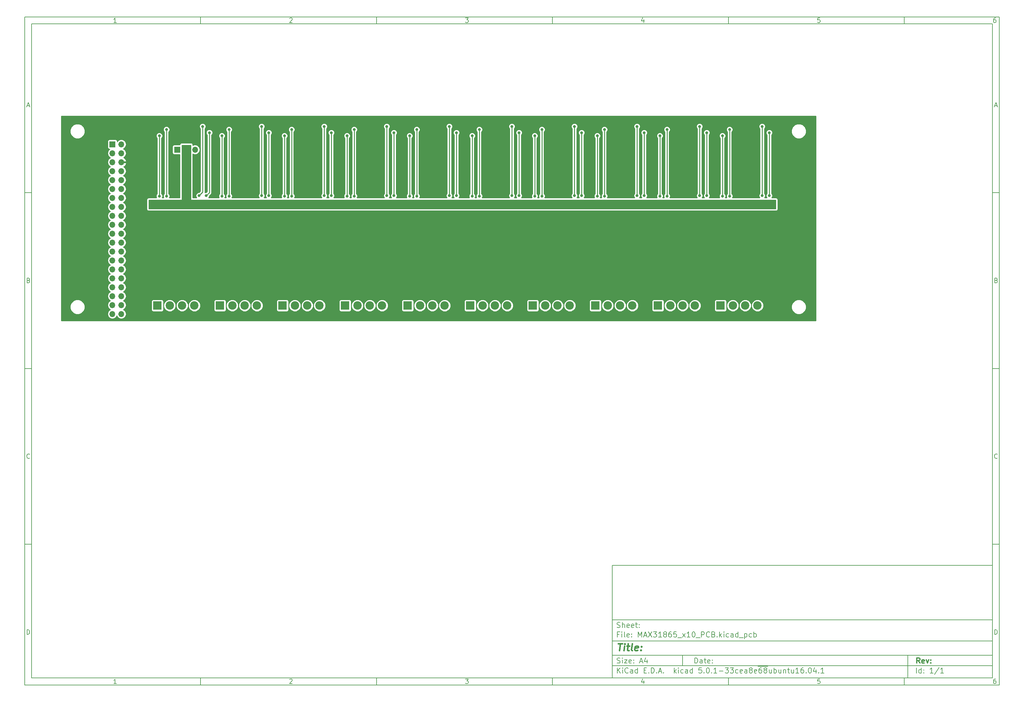
<source format=gbr>
G04 #@! TF.GenerationSoftware,KiCad,Pcbnew,5.0.1-33cea8e~68~ubuntu16.04.1*
G04 #@! TF.CreationDate,2018-10-23T13:55:12+02:00*
G04 #@! TF.ProjectId,MAX31865_x10_PCB,4D415833313836355F7831305F504342,rev?*
G04 #@! TF.SameCoordinates,Original*
G04 #@! TF.FileFunction,Copper,L2,Bot,Signal*
G04 #@! TF.FilePolarity,Positive*
%FSLAX46Y46*%
G04 Gerber Fmt 4.6, Leading zero omitted, Abs format (unit mm)*
G04 Created by KiCad (PCBNEW 5.0.1-33cea8e~68~ubuntu16.04.1) date Tue 23 Oct 2018 01:55:12 PM CEST*
%MOMM*%
%LPD*%
G01*
G04 APERTURE LIST*
%ADD10C,0.100000*%
%ADD11C,0.150000*%
%ADD12C,0.300000*%
%ADD13C,0.400000*%
G04 #@! TA.AperFunction,ComponentPad*
%ADD14R,1.700000X1.700000*%
G04 #@! TD*
G04 #@! TA.AperFunction,ComponentPad*
%ADD15O,1.700000X1.700000*%
G04 #@! TD*
G04 #@! TA.AperFunction,ComponentPad*
%ADD16R,2.400000X2.400000*%
G04 #@! TD*
G04 #@! TA.AperFunction,ComponentPad*
%ADD17C,2.400000*%
G04 #@! TD*
G04 #@! TA.AperFunction,ViaPad*
%ADD18C,0.800000*%
G04 #@! TD*
G04 #@! TA.AperFunction,Conductor*
%ADD19C,0.250000*%
G04 #@! TD*
G04 #@! TA.AperFunction,Conductor*
%ADD20C,0.254000*%
G04 #@! TD*
G04 APERTURE END LIST*
D10*
D11*
X177002200Y-166007200D02*
X177002200Y-198007200D01*
X285002200Y-198007200D01*
X285002200Y-166007200D01*
X177002200Y-166007200D01*
D10*
D11*
X10000000Y-10000000D02*
X10000000Y-200007200D01*
X287002200Y-200007200D01*
X287002200Y-10000000D01*
X10000000Y-10000000D01*
D10*
D11*
X12000000Y-12000000D02*
X12000000Y-198007200D01*
X285002200Y-198007200D01*
X285002200Y-12000000D01*
X12000000Y-12000000D01*
D10*
D11*
X60000000Y-12000000D02*
X60000000Y-10000000D01*
D10*
D11*
X110000000Y-12000000D02*
X110000000Y-10000000D01*
D10*
D11*
X160000000Y-12000000D02*
X160000000Y-10000000D01*
D10*
D11*
X210000000Y-12000000D02*
X210000000Y-10000000D01*
D10*
D11*
X260000000Y-12000000D02*
X260000000Y-10000000D01*
D10*
D11*
X36065476Y-11588095D02*
X35322619Y-11588095D01*
X35694047Y-11588095D02*
X35694047Y-10288095D01*
X35570238Y-10473809D01*
X35446428Y-10597619D01*
X35322619Y-10659523D01*
D10*
D11*
X85322619Y-10411904D02*
X85384523Y-10350000D01*
X85508333Y-10288095D01*
X85817857Y-10288095D01*
X85941666Y-10350000D01*
X86003571Y-10411904D01*
X86065476Y-10535714D01*
X86065476Y-10659523D01*
X86003571Y-10845238D01*
X85260714Y-11588095D01*
X86065476Y-11588095D01*
D10*
D11*
X135260714Y-10288095D02*
X136065476Y-10288095D01*
X135632142Y-10783333D01*
X135817857Y-10783333D01*
X135941666Y-10845238D01*
X136003571Y-10907142D01*
X136065476Y-11030952D01*
X136065476Y-11340476D01*
X136003571Y-11464285D01*
X135941666Y-11526190D01*
X135817857Y-11588095D01*
X135446428Y-11588095D01*
X135322619Y-11526190D01*
X135260714Y-11464285D01*
D10*
D11*
X185941666Y-10721428D02*
X185941666Y-11588095D01*
X185632142Y-10226190D02*
X185322619Y-11154761D01*
X186127380Y-11154761D01*
D10*
D11*
X236003571Y-10288095D02*
X235384523Y-10288095D01*
X235322619Y-10907142D01*
X235384523Y-10845238D01*
X235508333Y-10783333D01*
X235817857Y-10783333D01*
X235941666Y-10845238D01*
X236003571Y-10907142D01*
X236065476Y-11030952D01*
X236065476Y-11340476D01*
X236003571Y-11464285D01*
X235941666Y-11526190D01*
X235817857Y-11588095D01*
X235508333Y-11588095D01*
X235384523Y-11526190D01*
X235322619Y-11464285D01*
D10*
D11*
X285941666Y-10288095D02*
X285694047Y-10288095D01*
X285570238Y-10350000D01*
X285508333Y-10411904D01*
X285384523Y-10597619D01*
X285322619Y-10845238D01*
X285322619Y-11340476D01*
X285384523Y-11464285D01*
X285446428Y-11526190D01*
X285570238Y-11588095D01*
X285817857Y-11588095D01*
X285941666Y-11526190D01*
X286003571Y-11464285D01*
X286065476Y-11340476D01*
X286065476Y-11030952D01*
X286003571Y-10907142D01*
X285941666Y-10845238D01*
X285817857Y-10783333D01*
X285570238Y-10783333D01*
X285446428Y-10845238D01*
X285384523Y-10907142D01*
X285322619Y-11030952D01*
D10*
D11*
X60000000Y-198007200D02*
X60000000Y-200007200D01*
D10*
D11*
X110000000Y-198007200D02*
X110000000Y-200007200D01*
D10*
D11*
X160000000Y-198007200D02*
X160000000Y-200007200D01*
D10*
D11*
X210000000Y-198007200D02*
X210000000Y-200007200D01*
D10*
D11*
X260000000Y-198007200D02*
X260000000Y-200007200D01*
D10*
D11*
X36065476Y-199595295D02*
X35322619Y-199595295D01*
X35694047Y-199595295D02*
X35694047Y-198295295D01*
X35570238Y-198481009D01*
X35446428Y-198604819D01*
X35322619Y-198666723D01*
D10*
D11*
X85322619Y-198419104D02*
X85384523Y-198357200D01*
X85508333Y-198295295D01*
X85817857Y-198295295D01*
X85941666Y-198357200D01*
X86003571Y-198419104D01*
X86065476Y-198542914D01*
X86065476Y-198666723D01*
X86003571Y-198852438D01*
X85260714Y-199595295D01*
X86065476Y-199595295D01*
D10*
D11*
X135260714Y-198295295D02*
X136065476Y-198295295D01*
X135632142Y-198790533D01*
X135817857Y-198790533D01*
X135941666Y-198852438D01*
X136003571Y-198914342D01*
X136065476Y-199038152D01*
X136065476Y-199347676D01*
X136003571Y-199471485D01*
X135941666Y-199533390D01*
X135817857Y-199595295D01*
X135446428Y-199595295D01*
X135322619Y-199533390D01*
X135260714Y-199471485D01*
D10*
D11*
X185941666Y-198728628D02*
X185941666Y-199595295D01*
X185632142Y-198233390D02*
X185322619Y-199161961D01*
X186127380Y-199161961D01*
D10*
D11*
X236003571Y-198295295D02*
X235384523Y-198295295D01*
X235322619Y-198914342D01*
X235384523Y-198852438D01*
X235508333Y-198790533D01*
X235817857Y-198790533D01*
X235941666Y-198852438D01*
X236003571Y-198914342D01*
X236065476Y-199038152D01*
X236065476Y-199347676D01*
X236003571Y-199471485D01*
X235941666Y-199533390D01*
X235817857Y-199595295D01*
X235508333Y-199595295D01*
X235384523Y-199533390D01*
X235322619Y-199471485D01*
D10*
D11*
X285941666Y-198295295D02*
X285694047Y-198295295D01*
X285570238Y-198357200D01*
X285508333Y-198419104D01*
X285384523Y-198604819D01*
X285322619Y-198852438D01*
X285322619Y-199347676D01*
X285384523Y-199471485D01*
X285446428Y-199533390D01*
X285570238Y-199595295D01*
X285817857Y-199595295D01*
X285941666Y-199533390D01*
X286003571Y-199471485D01*
X286065476Y-199347676D01*
X286065476Y-199038152D01*
X286003571Y-198914342D01*
X285941666Y-198852438D01*
X285817857Y-198790533D01*
X285570238Y-198790533D01*
X285446428Y-198852438D01*
X285384523Y-198914342D01*
X285322619Y-199038152D01*
D10*
D11*
X10000000Y-60000000D02*
X12000000Y-60000000D01*
D10*
D11*
X10000000Y-110000000D02*
X12000000Y-110000000D01*
D10*
D11*
X10000000Y-160000000D02*
X12000000Y-160000000D01*
D10*
D11*
X10690476Y-35216666D02*
X11309523Y-35216666D01*
X10566666Y-35588095D02*
X11000000Y-34288095D01*
X11433333Y-35588095D01*
D10*
D11*
X11092857Y-84907142D02*
X11278571Y-84969047D01*
X11340476Y-85030952D01*
X11402380Y-85154761D01*
X11402380Y-85340476D01*
X11340476Y-85464285D01*
X11278571Y-85526190D01*
X11154761Y-85588095D01*
X10659523Y-85588095D01*
X10659523Y-84288095D01*
X11092857Y-84288095D01*
X11216666Y-84350000D01*
X11278571Y-84411904D01*
X11340476Y-84535714D01*
X11340476Y-84659523D01*
X11278571Y-84783333D01*
X11216666Y-84845238D01*
X11092857Y-84907142D01*
X10659523Y-84907142D01*
D10*
D11*
X11402380Y-135464285D02*
X11340476Y-135526190D01*
X11154761Y-135588095D01*
X11030952Y-135588095D01*
X10845238Y-135526190D01*
X10721428Y-135402380D01*
X10659523Y-135278571D01*
X10597619Y-135030952D01*
X10597619Y-134845238D01*
X10659523Y-134597619D01*
X10721428Y-134473809D01*
X10845238Y-134350000D01*
X11030952Y-134288095D01*
X11154761Y-134288095D01*
X11340476Y-134350000D01*
X11402380Y-134411904D01*
D10*
D11*
X10659523Y-185588095D02*
X10659523Y-184288095D01*
X10969047Y-184288095D01*
X11154761Y-184350000D01*
X11278571Y-184473809D01*
X11340476Y-184597619D01*
X11402380Y-184845238D01*
X11402380Y-185030952D01*
X11340476Y-185278571D01*
X11278571Y-185402380D01*
X11154761Y-185526190D01*
X10969047Y-185588095D01*
X10659523Y-185588095D01*
D10*
D11*
X287002200Y-60000000D02*
X285002200Y-60000000D01*
D10*
D11*
X287002200Y-110000000D02*
X285002200Y-110000000D01*
D10*
D11*
X287002200Y-160000000D02*
X285002200Y-160000000D01*
D10*
D11*
X285692676Y-35216666D02*
X286311723Y-35216666D01*
X285568866Y-35588095D02*
X286002200Y-34288095D01*
X286435533Y-35588095D01*
D10*
D11*
X286095057Y-84907142D02*
X286280771Y-84969047D01*
X286342676Y-85030952D01*
X286404580Y-85154761D01*
X286404580Y-85340476D01*
X286342676Y-85464285D01*
X286280771Y-85526190D01*
X286156961Y-85588095D01*
X285661723Y-85588095D01*
X285661723Y-84288095D01*
X286095057Y-84288095D01*
X286218866Y-84350000D01*
X286280771Y-84411904D01*
X286342676Y-84535714D01*
X286342676Y-84659523D01*
X286280771Y-84783333D01*
X286218866Y-84845238D01*
X286095057Y-84907142D01*
X285661723Y-84907142D01*
D10*
D11*
X286404580Y-135464285D02*
X286342676Y-135526190D01*
X286156961Y-135588095D01*
X286033152Y-135588095D01*
X285847438Y-135526190D01*
X285723628Y-135402380D01*
X285661723Y-135278571D01*
X285599819Y-135030952D01*
X285599819Y-134845238D01*
X285661723Y-134597619D01*
X285723628Y-134473809D01*
X285847438Y-134350000D01*
X286033152Y-134288095D01*
X286156961Y-134288095D01*
X286342676Y-134350000D01*
X286404580Y-134411904D01*
D10*
D11*
X285661723Y-185588095D02*
X285661723Y-184288095D01*
X285971247Y-184288095D01*
X286156961Y-184350000D01*
X286280771Y-184473809D01*
X286342676Y-184597619D01*
X286404580Y-184845238D01*
X286404580Y-185030952D01*
X286342676Y-185278571D01*
X286280771Y-185402380D01*
X286156961Y-185526190D01*
X285971247Y-185588095D01*
X285661723Y-185588095D01*
D10*
D11*
X200434342Y-193785771D02*
X200434342Y-192285771D01*
X200791485Y-192285771D01*
X201005771Y-192357200D01*
X201148628Y-192500057D01*
X201220057Y-192642914D01*
X201291485Y-192928628D01*
X201291485Y-193142914D01*
X201220057Y-193428628D01*
X201148628Y-193571485D01*
X201005771Y-193714342D01*
X200791485Y-193785771D01*
X200434342Y-193785771D01*
X202577200Y-193785771D02*
X202577200Y-193000057D01*
X202505771Y-192857200D01*
X202362914Y-192785771D01*
X202077200Y-192785771D01*
X201934342Y-192857200D01*
X202577200Y-193714342D02*
X202434342Y-193785771D01*
X202077200Y-193785771D01*
X201934342Y-193714342D01*
X201862914Y-193571485D01*
X201862914Y-193428628D01*
X201934342Y-193285771D01*
X202077200Y-193214342D01*
X202434342Y-193214342D01*
X202577200Y-193142914D01*
X203077200Y-192785771D02*
X203648628Y-192785771D01*
X203291485Y-192285771D02*
X203291485Y-193571485D01*
X203362914Y-193714342D01*
X203505771Y-193785771D01*
X203648628Y-193785771D01*
X204720057Y-193714342D02*
X204577200Y-193785771D01*
X204291485Y-193785771D01*
X204148628Y-193714342D01*
X204077200Y-193571485D01*
X204077200Y-193000057D01*
X204148628Y-192857200D01*
X204291485Y-192785771D01*
X204577200Y-192785771D01*
X204720057Y-192857200D01*
X204791485Y-193000057D01*
X204791485Y-193142914D01*
X204077200Y-193285771D01*
X205434342Y-193642914D02*
X205505771Y-193714342D01*
X205434342Y-193785771D01*
X205362914Y-193714342D01*
X205434342Y-193642914D01*
X205434342Y-193785771D01*
X205434342Y-192857200D02*
X205505771Y-192928628D01*
X205434342Y-193000057D01*
X205362914Y-192928628D01*
X205434342Y-192857200D01*
X205434342Y-193000057D01*
D10*
D11*
X177002200Y-194507200D02*
X285002200Y-194507200D01*
D10*
D11*
X178434342Y-196585771D02*
X178434342Y-195085771D01*
X179291485Y-196585771D02*
X178648628Y-195728628D01*
X179291485Y-195085771D02*
X178434342Y-195942914D01*
X179934342Y-196585771D02*
X179934342Y-195585771D01*
X179934342Y-195085771D02*
X179862914Y-195157200D01*
X179934342Y-195228628D01*
X180005771Y-195157200D01*
X179934342Y-195085771D01*
X179934342Y-195228628D01*
X181505771Y-196442914D02*
X181434342Y-196514342D01*
X181220057Y-196585771D01*
X181077200Y-196585771D01*
X180862914Y-196514342D01*
X180720057Y-196371485D01*
X180648628Y-196228628D01*
X180577200Y-195942914D01*
X180577200Y-195728628D01*
X180648628Y-195442914D01*
X180720057Y-195300057D01*
X180862914Y-195157200D01*
X181077200Y-195085771D01*
X181220057Y-195085771D01*
X181434342Y-195157200D01*
X181505771Y-195228628D01*
X182791485Y-196585771D02*
X182791485Y-195800057D01*
X182720057Y-195657200D01*
X182577200Y-195585771D01*
X182291485Y-195585771D01*
X182148628Y-195657200D01*
X182791485Y-196514342D02*
X182648628Y-196585771D01*
X182291485Y-196585771D01*
X182148628Y-196514342D01*
X182077200Y-196371485D01*
X182077200Y-196228628D01*
X182148628Y-196085771D01*
X182291485Y-196014342D01*
X182648628Y-196014342D01*
X182791485Y-195942914D01*
X184148628Y-196585771D02*
X184148628Y-195085771D01*
X184148628Y-196514342D02*
X184005771Y-196585771D01*
X183720057Y-196585771D01*
X183577200Y-196514342D01*
X183505771Y-196442914D01*
X183434342Y-196300057D01*
X183434342Y-195871485D01*
X183505771Y-195728628D01*
X183577200Y-195657200D01*
X183720057Y-195585771D01*
X184005771Y-195585771D01*
X184148628Y-195657200D01*
X186005771Y-195800057D02*
X186505771Y-195800057D01*
X186720057Y-196585771D02*
X186005771Y-196585771D01*
X186005771Y-195085771D01*
X186720057Y-195085771D01*
X187362914Y-196442914D02*
X187434342Y-196514342D01*
X187362914Y-196585771D01*
X187291485Y-196514342D01*
X187362914Y-196442914D01*
X187362914Y-196585771D01*
X188077200Y-196585771D02*
X188077200Y-195085771D01*
X188434342Y-195085771D01*
X188648628Y-195157200D01*
X188791485Y-195300057D01*
X188862914Y-195442914D01*
X188934342Y-195728628D01*
X188934342Y-195942914D01*
X188862914Y-196228628D01*
X188791485Y-196371485D01*
X188648628Y-196514342D01*
X188434342Y-196585771D01*
X188077200Y-196585771D01*
X189577200Y-196442914D02*
X189648628Y-196514342D01*
X189577200Y-196585771D01*
X189505771Y-196514342D01*
X189577200Y-196442914D01*
X189577200Y-196585771D01*
X190220057Y-196157200D02*
X190934342Y-196157200D01*
X190077200Y-196585771D02*
X190577200Y-195085771D01*
X191077200Y-196585771D01*
X191577200Y-196442914D02*
X191648628Y-196514342D01*
X191577200Y-196585771D01*
X191505771Y-196514342D01*
X191577200Y-196442914D01*
X191577200Y-196585771D01*
X194577200Y-196585771D02*
X194577200Y-195085771D01*
X194720057Y-196014342D02*
X195148628Y-196585771D01*
X195148628Y-195585771D02*
X194577200Y-196157200D01*
X195791485Y-196585771D02*
X195791485Y-195585771D01*
X195791485Y-195085771D02*
X195720057Y-195157200D01*
X195791485Y-195228628D01*
X195862914Y-195157200D01*
X195791485Y-195085771D01*
X195791485Y-195228628D01*
X197148628Y-196514342D02*
X197005771Y-196585771D01*
X196720057Y-196585771D01*
X196577200Y-196514342D01*
X196505771Y-196442914D01*
X196434342Y-196300057D01*
X196434342Y-195871485D01*
X196505771Y-195728628D01*
X196577200Y-195657200D01*
X196720057Y-195585771D01*
X197005771Y-195585771D01*
X197148628Y-195657200D01*
X198434342Y-196585771D02*
X198434342Y-195800057D01*
X198362914Y-195657200D01*
X198220057Y-195585771D01*
X197934342Y-195585771D01*
X197791485Y-195657200D01*
X198434342Y-196514342D02*
X198291485Y-196585771D01*
X197934342Y-196585771D01*
X197791485Y-196514342D01*
X197720057Y-196371485D01*
X197720057Y-196228628D01*
X197791485Y-196085771D01*
X197934342Y-196014342D01*
X198291485Y-196014342D01*
X198434342Y-195942914D01*
X199791485Y-196585771D02*
X199791485Y-195085771D01*
X199791485Y-196514342D02*
X199648628Y-196585771D01*
X199362914Y-196585771D01*
X199220057Y-196514342D01*
X199148628Y-196442914D01*
X199077200Y-196300057D01*
X199077200Y-195871485D01*
X199148628Y-195728628D01*
X199220057Y-195657200D01*
X199362914Y-195585771D01*
X199648628Y-195585771D01*
X199791485Y-195657200D01*
X202362914Y-195085771D02*
X201648628Y-195085771D01*
X201577200Y-195800057D01*
X201648628Y-195728628D01*
X201791485Y-195657200D01*
X202148628Y-195657200D01*
X202291485Y-195728628D01*
X202362914Y-195800057D01*
X202434342Y-195942914D01*
X202434342Y-196300057D01*
X202362914Y-196442914D01*
X202291485Y-196514342D01*
X202148628Y-196585771D01*
X201791485Y-196585771D01*
X201648628Y-196514342D01*
X201577200Y-196442914D01*
X203077200Y-196442914D02*
X203148628Y-196514342D01*
X203077200Y-196585771D01*
X203005771Y-196514342D01*
X203077200Y-196442914D01*
X203077200Y-196585771D01*
X204077200Y-195085771D02*
X204220057Y-195085771D01*
X204362914Y-195157200D01*
X204434342Y-195228628D01*
X204505771Y-195371485D01*
X204577200Y-195657200D01*
X204577200Y-196014342D01*
X204505771Y-196300057D01*
X204434342Y-196442914D01*
X204362914Y-196514342D01*
X204220057Y-196585771D01*
X204077200Y-196585771D01*
X203934342Y-196514342D01*
X203862914Y-196442914D01*
X203791485Y-196300057D01*
X203720057Y-196014342D01*
X203720057Y-195657200D01*
X203791485Y-195371485D01*
X203862914Y-195228628D01*
X203934342Y-195157200D01*
X204077200Y-195085771D01*
X205220057Y-196442914D02*
X205291485Y-196514342D01*
X205220057Y-196585771D01*
X205148628Y-196514342D01*
X205220057Y-196442914D01*
X205220057Y-196585771D01*
X206720057Y-196585771D02*
X205862914Y-196585771D01*
X206291485Y-196585771D02*
X206291485Y-195085771D01*
X206148628Y-195300057D01*
X206005771Y-195442914D01*
X205862914Y-195514342D01*
X207362914Y-196014342D02*
X208505771Y-196014342D01*
X209077200Y-195085771D02*
X210005771Y-195085771D01*
X209505771Y-195657200D01*
X209720057Y-195657200D01*
X209862914Y-195728628D01*
X209934342Y-195800057D01*
X210005771Y-195942914D01*
X210005771Y-196300057D01*
X209934342Y-196442914D01*
X209862914Y-196514342D01*
X209720057Y-196585771D01*
X209291485Y-196585771D01*
X209148628Y-196514342D01*
X209077200Y-196442914D01*
X210505771Y-195085771D02*
X211434342Y-195085771D01*
X210934342Y-195657200D01*
X211148628Y-195657200D01*
X211291485Y-195728628D01*
X211362914Y-195800057D01*
X211434342Y-195942914D01*
X211434342Y-196300057D01*
X211362914Y-196442914D01*
X211291485Y-196514342D01*
X211148628Y-196585771D01*
X210720057Y-196585771D01*
X210577200Y-196514342D01*
X210505771Y-196442914D01*
X212720057Y-196514342D02*
X212577200Y-196585771D01*
X212291485Y-196585771D01*
X212148628Y-196514342D01*
X212077200Y-196442914D01*
X212005771Y-196300057D01*
X212005771Y-195871485D01*
X212077200Y-195728628D01*
X212148628Y-195657200D01*
X212291485Y-195585771D01*
X212577200Y-195585771D01*
X212720057Y-195657200D01*
X213934342Y-196514342D02*
X213791485Y-196585771D01*
X213505771Y-196585771D01*
X213362914Y-196514342D01*
X213291485Y-196371485D01*
X213291485Y-195800057D01*
X213362914Y-195657200D01*
X213505771Y-195585771D01*
X213791485Y-195585771D01*
X213934342Y-195657200D01*
X214005771Y-195800057D01*
X214005771Y-195942914D01*
X213291485Y-196085771D01*
X215291485Y-196585771D02*
X215291485Y-195800057D01*
X215220057Y-195657200D01*
X215077200Y-195585771D01*
X214791485Y-195585771D01*
X214648628Y-195657200D01*
X215291485Y-196514342D02*
X215148628Y-196585771D01*
X214791485Y-196585771D01*
X214648628Y-196514342D01*
X214577200Y-196371485D01*
X214577200Y-196228628D01*
X214648628Y-196085771D01*
X214791485Y-196014342D01*
X215148628Y-196014342D01*
X215291485Y-195942914D01*
X216220057Y-195728628D02*
X216077200Y-195657200D01*
X216005771Y-195585771D01*
X215934342Y-195442914D01*
X215934342Y-195371485D01*
X216005771Y-195228628D01*
X216077200Y-195157200D01*
X216220057Y-195085771D01*
X216505771Y-195085771D01*
X216648628Y-195157200D01*
X216720057Y-195228628D01*
X216791485Y-195371485D01*
X216791485Y-195442914D01*
X216720057Y-195585771D01*
X216648628Y-195657200D01*
X216505771Y-195728628D01*
X216220057Y-195728628D01*
X216077200Y-195800057D01*
X216005771Y-195871485D01*
X215934342Y-196014342D01*
X215934342Y-196300057D01*
X216005771Y-196442914D01*
X216077200Y-196514342D01*
X216220057Y-196585771D01*
X216505771Y-196585771D01*
X216648628Y-196514342D01*
X216720057Y-196442914D01*
X216791485Y-196300057D01*
X216791485Y-196014342D01*
X216720057Y-195871485D01*
X216648628Y-195800057D01*
X216505771Y-195728628D01*
X218005771Y-196514342D02*
X217862914Y-196585771D01*
X217577200Y-196585771D01*
X217434342Y-196514342D01*
X217362914Y-196371485D01*
X217362914Y-195800057D01*
X217434342Y-195657200D01*
X217577200Y-195585771D01*
X217862914Y-195585771D01*
X218005771Y-195657200D01*
X218077200Y-195800057D01*
X218077200Y-195942914D01*
X217362914Y-196085771D01*
X218362914Y-194677200D02*
X219791485Y-194677200D01*
X219362914Y-195085771D02*
X219077200Y-195085771D01*
X218934342Y-195157200D01*
X218862914Y-195228628D01*
X218720057Y-195442914D01*
X218648628Y-195728628D01*
X218648628Y-196300057D01*
X218720057Y-196442914D01*
X218791485Y-196514342D01*
X218934342Y-196585771D01*
X219220057Y-196585771D01*
X219362914Y-196514342D01*
X219434342Y-196442914D01*
X219505771Y-196300057D01*
X219505771Y-195942914D01*
X219434342Y-195800057D01*
X219362914Y-195728628D01*
X219220057Y-195657200D01*
X218934342Y-195657200D01*
X218791485Y-195728628D01*
X218720057Y-195800057D01*
X218648628Y-195942914D01*
X219791485Y-194677200D02*
X221220057Y-194677200D01*
X220362914Y-195728628D02*
X220220057Y-195657200D01*
X220148628Y-195585771D01*
X220077200Y-195442914D01*
X220077200Y-195371485D01*
X220148628Y-195228628D01*
X220220057Y-195157200D01*
X220362914Y-195085771D01*
X220648628Y-195085771D01*
X220791485Y-195157200D01*
X220862914Y-195228628D01*
X220934342Y-195371485D01*
X220934342Y-195442914D01*
X220862914Y-195585771D01*
X220791485Y-195657200D01*
X220648628Y-195728628D01*
X220362914Y-195728628D01*
X220220057Y-195800057D01*
X220148628Y-195871485D01*
X220077200Y-196014342D01*
X220077200Y-196300057D01*
X220148628Y-196442914D01*
X220220057Y-196514342D01*
X220362914Y-196585771D01*
X220648628Y-196585771D01*
X220791485Y-196514342D01*
X220862914Y-196442914D01*
X220934342Y-196300057D01*
X220934342Y-196014342D01*
X220862914Y-195871485D01*
X220791485Y-195800057D01*
X220648628Y-195728628D01*
X222220057Y-195585771D02*
X222220057Y-196585771D01*
X221577200Y-195585771D02*
X221577200Y-196371485D01*
X221648628Y-196514342D01*
X221791485Y-196585771D01*
X222005771Y-196585771D01*
X222148628Y-196514342D01*
X222220057Y-196442914D01*
X222934342Y-196585771D02*
X222934342Y-195085771D01*
X222934342Y-195657200D02*
X223077200Y-195585771D01*
X223362914Y-195585771D01*
X223505771Y-195657200D01*
X223577200Y-195728628D01*
X223648628Y-195871485D01*
X223648628Y-196300057D01*
X223577200Y-196442914D01*
X223505771Y-196514342D01*
X223362914Y-196585771D01*
X223077200Y-196585771D01*
X222934342Y-196514342D01*
X224934342Y-195585771D02*
X224934342Y-196585771D01*
X224291485Y-195585771D02*
X224291485Y-196371485D01*
X224362914Y-196514342D01*
X224505771Y-196585771D01*
X224720057Y-196585771D01*
X224862914Y-196514342D01*
X224934342Y-196442914D01*
X225648628Y-195585771D02*
X225648628Y-196585771D01*
X225648628Y-195728628D02*
X225720057Y-195657200D01*
X225862914Y-195585771D01*
X226077200Y-195585771D01*
X226220057Y-195657200D01*
X226291485Y-195800057D01*
X226291485Y-196585771D01*
X226791485Y-195585771D02*
X227362914Y-195585771D01*
X227005771Y-195085771D02*
X227005771Y-196371485D01*
X227077200Y-196514342D01*
X227220057Y-196585771D01*
X227362914Y-196585771D01*
X228505771Y-195585771D02*
X228505771Y-196585771D01*
X227862914Y-195585771D02*
X227862914Y-196371485D01*
X227934342Y-196514342D01*
X228077200Y-196585771D01*
X228291485Y-196585771D01*
X228434342Y-196514342D01*
X228505771Y-196442914D01*
X230005771Y-196585771D02*
X229148628Y-196585771D01*
X229577200Y-196585771D02*
X229577200Y-195085771D01*
X229434342Y-195300057D01*
X229291485Y-195442914D01*
X229148628Y-195514342D01*
X231291485Y-195085771D02*
X231005771Y-195085771D01*
X230862914Y-195157200D01*
X230791485Y-195228628D01*
X230648628Y-195442914D01*
X230577200Y-195728628D01*
X230577200Y-196300057D01*
X230648628Y-196442914D01*
X230720057Y-196514342D01*
X230862914Y-196585771D01*
X231148628Y-196585771D01*
X231291485Y-196514342D01*
X231362914Y-196442914D01*
X231434342Y-196300057D01*
X231434342Y-195942914D01*
X231362914Y-195800057D01*
X231291485Y-195728628D01*
X231148628Y-195657200D01*
X230862914Y-195657200D01*
X230720057Y-195728628D01*
X230648628Y-195800057D01*
X230577200Y-195942914D01*
X232077200Y-196442914D02*
X232148628Y-196514342D01*
X232077200Y-196585771D01*
X232005771Y-196514342D01*
X232077200Y-196442914D01*
X232077200Y-196585771D01*
X233077200Y-195085771D02*
X233220057Y-195085771D01*
X233362914Y-195157200D01*
X233434342Y-195228628D01*
X233505771Y-195371485D01*
X233577200Y-195657200D01*
X233577200Y-196014342D01*
X233505771Y-196300057D01*
X233434342Y-196442914D01*
X233362914Y-196514342D01*
X233220057Y-196585771D01*
X233077200Y-196585771D01*
X232934342Y-196514342D01*
X232862914Y-196442914D01*
X232791485Y-196300057D01*
X232720057Y-196014342D01*
X232720057Y-195657200D01*
X232791485Y-195371485D01*
X232862914Y-195228628D01*
X232934342Y-195157200D01*
X233077200Y-195085771D01*
X234862914Y-195585771D02*
X234862914Y-196585771D01*
X234505771Y-195014342D02*
X234148628Y-196085771D01*
X235077200Y-196085771D01*
X235648628Y-196442914D02*
X235720057Y-196514342D01*
X235648628Y-196585771D01*
X235577199Y-196514342D01*
X235648628Y-196442914D01*
X235648628Y-196585771D01*
X237148628Y-196585771D02*
X236291485Y-196585771D01*
X236720057Y-196585771D02*
X236720057Y-195085771D01*
X236577200Y-195300057D01*
X236434342Y-195442914D01*
X236291485Y-195514342D01*
D10*
D11*
X177002200Y-191507200D02*
X285002200Y-191507200D01*
D10*
D12*
X264411485Y-193785771D02*
X263911485Y-193071485D01*
X263554342Y-193785771D02*
X263554342Y-192285771D01*
X264125771Y-192285771D01*
X264268628Y-192357200D01*
X264340057Y-192428628D01*
X264411485Y-192571485D01*
X264411485Y-192785771D01*
X264340057Y-192928628D01*
X264268628Y-193000057D01*
X264125771Y-193071485D01*
X263554342Y-193071485D01*
X265625771Y-193714342D02*
X265482914Y-193785771D01*
X265197200Y-193785771D01*
X265054342Y-193714342D01*
X264982914Y-193571485D01*
X264982914Y-193000057D01*
X265054342Y-192857200D01*
X265197200Y-192785771D01*
X265482914Y-192785771D01*
X265625771Y-192857200D01*
X265697200Y-193000057D01*
X265697200Y-193142914D01*
X264982914Y-193285771D01*
X266197200Y-192785771D02*
X266554342Y-193785771D01*
X266911485Y-192785771D01*
X267482914Y-193642914D02*
X267554342Y-193714342D01*
X267482914Y-193785771D01*
X267411485Y-193714342D01*
X267482914Y-193642914D01*
X267482914Y-193785771D01*
X267482914Y-192857200D02*
X267554342Y-192928628D01*
X267482914Y-193000057D01*
X267411485Y-192928628D01*
X267482914Y-192857200D01*
X267482914Y-193000057D01*
D10*
D11*
X178362914Y-193714342D02*
X178577200Y-193785771D01*
X178934342Y-193785771D01*
X179077200Y-193714342D01*
X179148628Y-193642914D01*
X179220057Y-193500057D01*
X179220057Y-193357200D01*
X179148628Y-193214342D01*
X179077200Y-193142914D01*
X178934342Y-193071485D01*
X178648628Y-193000057D01*
X178505771Y-192928628D01*
X178434342Y-192857200D01*
X178362914Y-192714342D01*
X178362914Y-192571485D01*
X178434342Y-192428628D01*
X178505771Y-192357200D01*
X178648628Y-192285771D01*
X179005771Y-192285771D01*
X179220057Y-192357200D01*
X179862914Y-193785771D02*
X179862914Y-192785771D01*
X179862914Y-192285771D02*
X179791485Y-192357200D01*
X179862914Y-192428628D01*
X179934342Y-192357200D01*
X179862914Y-192285771D01*
X179862914Y-192428628D01*
X180434342Y-192785771D02*
X181220057Y-192785771D01*
X180434342Y-193785771D01*
X181220057Y-193785771D01*
X182362914Y-193714342D02*
X182220057Y-193785771D01*
X181934342Y-193785771D01*
X181791485Y-193714342D01*
X181720057Y-193571485D01*
X181720057Y-193000057D01*
X181791485Y-192857200D01*
X181934342Y-192785771D01*
X182220057Y-192785771D01*
X182362914Y-192857200D01*
X182434342Y-193000057D01*
X182434342Y-193142914D01*
X181720057Y-193285771D01*
X183077200Y-193642914D02*
X183148628Y-193714342D01*
X183077200Y-193785771D01*
X183005771Y-193714342D01*
X183077200Y-193642914D01*
X183077200Y-193785771D01*
X183077200Y-192857200D02*
X183148628Y-192928628D01*
X183077200Y-193000057D01*
X183005771Y-192928628D01*
X183077200Y-192857200D01*
X183077200Y-193000057D01*
X184862914Y-193357200D02*
X185577200Y-193357200D01*
X184720057Y-193785771D02*
X185220057Y-192285771D01*
X185720057Y-193785771D01*
X186862914Y-192785771D02*
X186862914Y-193785771D01*
X186505771Y-192214342D02*
X186148628Y-193285771D01*
X187077200Y-193285771D01*
D10*
D11*
X263434342Y-196585771D02*
X263434342Y-195085771D01*
X264791485Y-196585771D02*
X264791485Y-195085771D01*
X264791485Y-196514342D02*
X264648628Y-196585771D01*
X264362914Y-196585771D01*
X264220057Y-196514342D01*
X264148628Y-196442914D01*
X264077200Y-196300057D01*
X264077200Y-195871485D01*
X264148628Y-195728628D01*
X264220057Y-195657200D01*
X264362914Y-195585771D01*
X264648628Y-195585771D01*
X264791485Y-195657200D01*
X265505771Y-196442914D02*
X265577200Y-196514342D01*
X265505771Y-196585771D01*
X265434342Y-196514342D01*
X265505771Y-196442914D01*
X265505771Y-196585771D01*
X265505771Y-195657200D02*
X265577200Y-195728628D01*
X265505771Y-195800057D01*
X265434342Y-195728628D01*
X265505771Y-195657200D01*
X265505771Y-195800057D01*
X268148628Y-196585771D02*
X267291485Y-196585771D01*
X267720057Y-196585771D02*
X267720057Y-195085771D01*
X267577200Y-195300057D01*
X267434342Y-195442914D01*
X267291485Y-195514342D01*
X269862914Y-195014342D02*
X268577200Y-196942914D01*
X271148628Y-196585771D02*
X270291485Y-196585771D01*
X270720057Y-196585771D02*
X270720057Y-195085771D01*
X270577200Y-195300057D01*
X270434342Y-195442914D01*
X270291485Y-195514342D01*
D10*
D11*
X177002200Y-187507200D02*
X285002200Y-187507200D01*
D10*
D13*
X178714580Y-188211961D02*
X179857438Y-188211961D01*
X179036009Y-190211961D02*
X179286009Y-188211961D01*
X180274104Y-190211961D02*
X180440771Y-188878628D01*
X180524104Y-188211961D02*
X180416961Y-188307200D01*
X180500295Y-188402438D01*
X180607438Y-188307200D01*
X180524104Y-188211961D01*
X180500295Y-188402438D01*
X181107438Y-188878628D02*
X181869342Y-188878628D01*
X181476485Y-188211961D02*
X181262200Y-189926247D01*
X181333628Y-190116723D01*
X181512200Y-190211961D01*
X181702676Y-190211961D01*
X182655057Y-190211961D02*
X182476485Y-190116723D01*
X182405057Y-189926247D01*
X182619342Y-188211961D01*
X184190771Y-190116723D02*
X183988390Y-190211961D01*
X183607438Y-190211961D01*
X183428866Y-190116723D01*
X183357438Y-189926247D01*
X183452676Y-189164342D01*
X183571723Y-188973866D01*
X183774104Y-188878628D01*
X184155057Y-188878628D01*
X184333628Y-188973866D01*
X184405057Y-189164342D01*
X184381247Y-189354819D01*
X183405057Y-189545295D01*
X185155057Y-190021485D02*
X185238390Y-190116723D01*
X185131247Y-190211961D01*
X185047914Y-190116723D01*
X185155057Y-190021485D01*
X185131247Y-190211961D01*
X185286009Y-188973866D02*
X185369342Y-189069104D01*
X185262200Y-189164342D01*
X185178866Y-189069104D01*
X185286009Y-188973866D01*
X185262200Y-189164342D01*
D10*
D11*
X178934342Y-185600057D02*
X178434342Y-185600057D01*
X178434342Y-186385771D02*
X178434342Y-184885771D01*
X179148628Y-184885771D01*
X179720057Y-186385771D02*
X179720057Y-185385771D01*
X179720057Y-184885771D02*
X179648628Y-184957200D01*
X179720057Y-185028628D01*
X179791485Y-184957200D01*
X179720057Y-184885771D01*
X179720057Y-185028628D01*
X180648628Y-186385771D02*
X180505771Y-186314342D01*
X180434342Y-186171485D01*
X180434342Y-184885771D01*
X181791485Y-186314342D02*
X181648628Y-186385771D01*
X181362914Y-186385771D01*
X181220057Y-186314342D01*
X181148628Y-186171485D01*
X181148628Y-185600057D01*
X181220057Y-185457200D01*
X181362914Y-185385771D01*
X181648628Y-185385771D01*
X181791485Y-185457200D01*
X181862914Y-185600057D01*
X181862914Y-185742914D01*
X181148628Y-185885771D01*
X182505771Y-186242914D02*
X182577200Y-186314342D01*
X182505771Y-186385771D01*
X182434342Y-186314342D01*
X182505771Y-186242914D01*
X182505771Y-186385771D01*
X182505771Y-185457200D02*
X182577200Y-185528628D01*
X182505771Y-185600057D01*
X182434342Y-185528628D01*
X182505771Y-185457200D01*
X182505771Y-185600057D01*
X184362914Y-186385771D02*
X184362914Y-184885771D01*
X184862914Y-185957200D01*
X185362914Y-184885771D01*
X185362914Y-186385771D01*
X186005771Y-185957200D02*
X186720057Y-185957200D01*
X185862914Y-186385771D02*
X186362914Y-184885771D01*
X186862914Y-186385771D01*
X187220057Y-184885771D02*
X188220057Y-186385771D01*
X188220057Y-184885771D02*
X187220057Y-186385771D01*
X188648628Y-184885771D02*
X189577200Y-184885771D01*
X189077200Y-185457200D01*
X189291485Y-185457200D01*
X189434342Y-185528628D01*
X189505771Y-185600057D01*
X189577200Y-185742914D01*
X189577200Y-186100057D01*
X189505771Y-186242914D01*
X189434342Y-186314342D01*
X189291485Y-186385771D01*
X188862914Y-186385771D01*
X188720057Y-186314342D01*
X188648628Y-186242914D01*
X191005771Y-186385771D02*
X190148628Y-186385771D01*
X190577200Y-186385771D02*
X190577200Y-184885771D01*
X190434342Y-185100057D01*
X190291485Y-185242914D01*
X190148628Y-185314342D01*
X191862914Y-185528628D02*
X191720057Y-185457200D01*
X191648628Y-185385771D01*
X191577200Y-185242914D01*
X191577200Y-185171485D01*
X191648628Y-185028628D01*
X191720057Y-184957200D01*
X191862914Y-184885771D01*
X192148628Y-184885771D01*
X192291485Y-184957200D01*
X192362914Y-185028628D01*
X192434342Y-185171485D01*
X192434342Y-185242914D01*
X192362914Y-185385771D01*
X192291485Y-185457200D01*
X192148628Y-185528628D01*
X191862914Y-185528628D01*
X191720057Y-185600057D01*
X191648628Y-185671485D01*
X191577200Y-185814342D01*
X191577200Y-186100057D01*
X191648628Y-186242914D01*
X191720057Y-186314342D01*
X191862914Y-186385771D01*
X192148628Y-186385771D01*
X192291485Y-186314342D01*
X192362914Y-186242914D01*
X192434342Y-186100057D01*
X192434342Y-185814342D01*
X192362914Y-185671485D01*
X192291485Y-185600057D01*
X192148628Y-185528628D01*
X193720057Y-184885771D02*
X193434342Y-184885771D01*
X193291485Y-184957200D01*
X193220057Y-185028628D01*
X193077200Y-185242914D01*
X193005771Y-185528628D01*
X193005771Y-186100057D01*
X193077200Y-186242914D01*
X193148628Y-186314342D01*
X193291485Y-186385771D01*
X193577200Y-186385771D01*
X193720057Y-186314342D01*
X193791485Y-186242914D01*
X193862914Y-186100057D01*
X193862914Y-185742914D01*
X193791485Y-185600057D01*
X193720057Y-185528628D01*
X193577200Y-185457200D01*
X193291485Y-185457200D01*
X193148628Y-185528628D01*
X193077200Y-185600057D01*
X193005771Y-185742914D01*
X195220057Y-184885771D02*
X194505771Y-184885771D01*
X194434342Y-185600057D01*
X194505771Y-185528628D01*
X194648628Y-185457200D01*
X195005771Y-185457200D01*
X195148628Y-185528628D01*
X195220057Y-185600057D01*
X195291485Y-185742914D01*
X195291485Y-186100057D01*
X195220057Y-186242914D01*
X195148628Y-186314342D01*
X195005771Y-186385771D01*
X194648628Y-186385771D01*
X194505771Y-186314342D01*
X194434342Y-186242914D01*
X195577200Y-186528628D02*
X196720057Y-186528628D01*
X196934342Y-186385771D02*
X197720057Y-185385771D01*
X196934342Y-185385771D02*
X197720057Y-186385771D01*
X199077200Y-186385771D02*
X198220057Y-186385771D01*
X198648628Y-186385771D02*
X198648628Y-184885771D01*
X198505771Y-185100057D01*
X198362914Y-185242914D01*
X198220057Y-185314342D01*
X200005771Y-184885771D02*
X200148628Y-184885771D01*
X200291485Y-184957200D01*
X200362914Y-185028628D01*
X200434342Y-185171485D01*
X200505771Y-185457200D01*
X200505771Y-185814342D01*
X200434342Y-186100057D01*
X200362914Y-186242914D01*
X200291485Y-186314342D01*
X200148628Y-186385771D01*
X200005771Y-186385771D01*
X199862914Y-186314342D01*
X199791485Y-186242914D01*
X199720057Y-186100057D01*
X199648628Y-185814342D01*
X199648628Y-185457200D01*
X199720057Y-185171485D01*
X199791485Y-185028628D01*
X199862914Y-184957200D01*
X200005771Y-184885771D01*
X200791485Y-186528628D02*
X201934342Y-186528628D01*
X202291485Y-186385771D02*
X202291485Y-184885771D01*
X202862914Y-184885771D01*
X203005771Y-184957200D01*
X203077200Y-185028628D01*
X203148628Y-185171485D01*
X203148628Y-185385771D01*
X203077200Y-185528628D01*
X203005771Y-185600057D01*
X202862914Y-185671485D01*
X202291485Y-185671485D01*
X204648628Y-186242914D02*
X204577200Y-186314342D01*
X204362914Y-186385771D01*
X204220057Y-186385771D01*
X204005771Y-186314342D01*
X203862914Y-186171485D01*
X203791485Y-186028628D01*
X203720057Y-185742914D01*
X203720057Y-185528628D01*
X203791485Y-185242914D01*
X203862914Y-185100057D01*
X204005771Y-184957200D01*
X204220057Y-184885771D01*
X204362914Y-184885771D01*
X204577200Y-184957200D01*
X204648628Y-185028628D01*
X205791485Y-185600057D02*
X206005771Y-185671485D01*
X206077200Y-185742914D01*
X206148628Y-185885771D01*
X206148628Y-186100057D01*
X206077200Y-186242914D01*
X206005771Y-186314342D01*
X205862914Y-186385771D01*
X205291485Y-186385771D01*
X205291485Y-184885771D01*
X205791485Y-184885771D01*
X205934342Y-184957200D01*
X206005771Y-185028628D01*
X206077200Y-185171485D01*
X206077200Y-185314342D01*
X206005771Y-185457200D01*
X205934342Y-185528628D01*
X205791485Y-185600057D01*
X205291485Y-185600057D01*
X206791485Y-186242914D02*
X206862914Y-186314342D01*
X206791485Y-186385771D01*
X206720057Y-186314342D01*
X206791485Y-186242914D01*
X206791485Y-186385771D01*
X207505771Y-186385771D02*
X207505771Y-184885771D01*
X207648628Y-185814342D02*
X208077200Y-186385771D01*
X208077200Y-185385771D02*
X207505771Y-185957200D01*
X208720057Y-186385771D02*
X208720057Y-185385771D01*
X208720057Y-184885771D02*
X208648628Y-184957200D01*
X208720057Y-185028628D01*
X208791485Y-184957200D01*
X208720057Y-184885771D01*
X208720057Y-185028628D01*
X210077200Y-186314342D02*
X209934342Y-186385771D01*
X209648628Y-186385771D01*
X209505771Y-186314342D01*
X209434342Y-186242914D01*
X209362914Y-186100057D01*
X209362914Y-185671485D01*
X209434342Y-185528628D01*
X209505771Y-185457200D01*
X209648628Y-185385771D01*
X209934342Y-185385771D01*
X210077200Y-185457200D01*
X211362914Y-186385771D02*
X211362914Y-185600057D01*
X211291485Y-185457200D01*
X211148628Y-185385771D01*
X210862914Y-185385771D01*
X210720057Y-185457200D01*
X211362914Y-186314342D02*
X211220057Y-186385771D01*
X210862914Y-186385771D01*
X210720057Y-186314342D01*
X210648628Y-186171485D01*
X210648628Y-186028628D01*
X210720057Y-185885771D01*
X210862914Y-185814342D01*
X211220057Y-185814342D01*
X211362914Y-185742914D01*
X212720057Y-186385771D02*
X212720057Y-184885771D01*
X212720057Y-186314342D02*
X212577200Y-186385771D01*
X212291485Y-186385771D01*
X212148628Y-186314342D01*
X212077200Y-186242914D01*
X212005771Y-186100057D01*
X212005771Y-185671485D01*
X212077200Y-185528628D01*
X212148628Y-185457200D01*
X212291485Y-185385771D01*
X212577200Y-185385771D01*
X212720057Y-185457200D01*
X213077200Y-186528628D02*
X214220057Y-186528628D01*
X214577200Y-185385771D02*
X214577200Y-186885771D01*
X214577200Y-185457200D02*
X214720057Y-185385771D01*
X215005771Y-185385771D01*
X215148628Y-185457200D01*
X215220057Y-185528628D01*
X215291485Y-185671485D01*
X215291485Y-186100057D01*
X215220057Y-186242914D01*
X215148628Y-186314342D01*
X215005771Y-186385771D01*
X214720057Y-186385771D01*
X214577200Y-186314342D01*
X216577200Y-186314342D02*
X216434342Y-186385771D01*
X216148628Y-186385771D01*
X216005771Y-186314342D01*
X215934342Y-186242914D01*
X215862914Y-186100057D01*
X215862914Y-185671485D01*
X215934342Y-185528628D01*
X216005771Y-185457200D01*
X216148628Y-185385771D01*
X216434342Y-185385771D01*
X216577200Y-185457200D01*
X217220057Y-186385771D02*
X217220057Y-184885771D01*
X217220057Y-185457200D02*
X217362914Y-185385771D01*
X217648628Y-185385771D01*
X217791485Y-185457200D01*
X217862914Y-185528628D01*
X217934342Y-185671485D01*
X217934342Y-186100057D01*
X217862914Y-186242914D01*
X217791485Y-186314342D01*
X217648628Y-186385771D01*
X217362914Y-186385771D01*
X217220057Y-186314342D01*
D10*
D11*
X177002200Y-181507200D02*
X285002200Y-181507200D01*
D10*
D11*
X178362914Y-183614342D02*
X178577200Y-183685771D01*
X178934342Y-183685771D01*
X179077200Y-183614342D01*
X179148628Y-183542914D01*
X179220057Y-183400057D01*
X179220057Y-183257200D01*
X179148628Y-183114342D01*
X179077200Y-183042914D01*
X178934342Y-182971485D01*
X178648628Y-182900057D01*
X178505771Y-182828628D01*
X178434342Y-182757200D01*
X178362914Y-182614342D01*
X178362914Y-182471485D01*
X178434342Y-182328628D01*
X178505771Y-182257200D01*
X178648628Y-182185771D01*
X179005771Y-182185771D01*
X179220057Y-182257200D01*
X179862914Y-183685771D02*
X179862914Y-182185771D01*
X180505771Y-183685771D02*
X180505771Y-182900057D01*
X180434342Y-182757200D01*
X180291485Y-182685771D01*
X180077200Y-182685771D01*
X179934342Y-182757200D01*
X179862914Y-182828628D01*
X181791485Y-183614342D02*
X181648628Y-183685771D01*
X181362914Y-183685771D01*
X181220057Y-183614342D01*
X181148628Y-183471485D01*
X181148628Y-182900057D01*
X181220057Y-182757200D01*
X181362914Y-182685771D01*
X181648628Y-182685771D01*
X181791485Y-182757200D01*
X181862914Y-182900057D01*
X181862914Y-183042914D01*
X181148628Y-183185771D01*
X183077200Y-183614342D02*
X182934342Y-183685771D01*
X182648628Y-183685771D01*
X182505771Y-183614342D01*
X182434342Y-183471485D01*
X182434342Y-182900057D01*
X182505771Y-182757200D01*
X182648628Y-182685771D01*
X182934342Y-182685771D01*
X183077200Y-182757200D01*
X183148628Y-182900057D01*
X183148628Y-183042914D01*
X182434342Y-183185771D01*
X183577200Y-182685771D02*
X184148628Y-182685771D01*
X183791485Y-182185771D02*
X183791485Y-183471485D01*
X183862914Y-183614342D01*
X184005771Y-183685771D01*
X184148628Y-183685771D01*
X184648628Y-183542914D02*
X184720057Y-183614342D01*
X184648628Y-183685771D01*
X184577200Y-183614342D01*
X184648628Y-183542914D01*
X184648628Y-183685771D01*
X184648628Y-182757200D02*
X184720057Y-182828628D01*
X184648628Y-182900057D01*
X184577200Y-182828628D01*
X184648628Y-182757200D01*
X184648628Y-182900057D01*
D10*
D11*
X197002200Y-191507200D02*
X197002200Y-194507200D01*
D10*
D11*
X261002200Y-191507200D02*
X261002200Y-198007200D01*
D14*
G04 #@! TO.P,J1,1*
G04 #@! TO.N,EXT_3V3*
X34925000Y-46228000D03*
D15*
G04 #@! TO.P,J1,2*
G04 #@! TO.N,EXT_5V*
X37465000Y-46228000D03*
G04 #@! TO.P,J1,3*
G04 #@! TO.N,Net-(J1-Pad3)*
X34925000Y-48768000D03*
G04 #@! TO.P,J1,4*
G04 #@! TO.N,Net-(J1-Pad4)*
X37465000Y-48768000D03*
G04 #@! TO.P,J1,5*
G04 #@! TO.N,Net-(J1-Pad5)*
X34925000Y-51308000D03*
G04 #@! TO.P,J1,6*
G04 #@! TO.N,GND*
X37465000Y-51308000D03*
G04 #@! TO.P,J1,7*
G04 #@! TO.N,Net-(J1-Pad7)*
X34925000Y-53848000D03*
G04 #@! TO.P,J1,8*
G04 #@! TO.N,Net-(J1-Pad8)*
X37465000Y-53848000D03*
G04 #@! TO.P,J1,9*
G04 #@! TO.N,Net-(J1-Pad9)*
X34925000Y-56388000D03*
G04 #@! TO.P,J1,10*
G04 #@! TO.N,Net-(J1-Pad10)*
X37465000Y-56388000D03*
G04 #@! TO.P,J1,11*
G04 #@! TO.N,Net-(J1-Pad11)*
X34925000Y-58928000D03*
G04 #@! TO.P,J1,12*
G04 #@! TO.N,CS9_5V*
X37465000Y-58928000D03*
G04 #@! TO.P,J1,13*
G04 #@! TO.N,Net-(J1-Pad13)*
X34925000Y-61468000D03*
G04 #@! TO.P,J1,14*
G04 #@! TO.N,Net-(J1-Pad14)*
X37465000Y-61468000D03*
G04 #@! TO.P,J1,15*
G04 #@! TO.N,RDY*
X34925000Y-64008000D03*
G04 #@! TO.P,J1,16*
G04 #@! TO.N,CS8_5V*
X37465000Y-64008000D03*
G04 #@! TO.P,J1,17*
G04 #@! TO.N,Net-(J1-Pad17)*
X34925000Y-66548000D03*
G04 #@! TO.P,J1,18*
G04 #@! TO.N,CS7_5V*
X37465000Y-66548000D03*
G04 #@! TO.P,J1,19*
G04 #@! TO.N,SDI_5V*
X34925000Y-69088000D03*
G04 #@! TO.P,J1,20*
G04 #@! TO.N,Net-(J1-Pad20)*
X37465000Y-69088000D03*
G04 #@! TO.P,J1,21*
G04 #@! TO.N,SDO*
X34925000Y-71628000D03*
G04 #@! TO.P,J1,22*
G04 #@! TO.N,CS6_5V*
X37465000Y-71628000D03*
G04 #@! TO.P,J1,23*
G04 #@! TO.N,CLK_5V*
X34925000Y-74168000D03*
G04 #@! TO.P,J1,24*
G04 #@! TO.N,CS5_5V*
X37465000Y-74168000D03*
G04 #@! TO.P,J1,25*
G04 #@! TO.N,Net-(J1-Pad25)*
X34925000Y-76708000D03*
G04 #@! TO.P,J1,26*
G04 #@! TO.N,CS4_5V*
X37465000Y-76708000D03*
G04 #@! TO.P,J1,27*
G04 #@! TO.N,Net-(J1-Pad27)*
X34925000Y-79248000D03*
G04 #@! TO.P,J1,28*
G04 #@! TO.N,Net-(J1-Pad28)*
X37465000Y-79248000D03*
G04 #@! TO.P,J1,29*
G04 #@! TO.N,Net-(J1-Pad29)*
X34925000Y-81788000D03*
G04 #@! TO.P,J1,30*
G04 #@! TO.N,Net-(J1-Pad30)*
X37465000Y-81788000D03*
G04 #@! TO.P,J1,31*
G04 #@! TO.N,Net-(J1-Pad31)*
X34925000Y-84328000D03*
G04 #@! TO.P,J1,32*
G04 #@! TO.N,CS3_5V*
X37465000Y-84328000D03*
G04 #@! TO.P,J1,33*
G04 #@! TO.N,Net-(J1-Pad33)*
X34925000Y-86868000D03*
G04 #@! TO.P,J1,34*
G04 #@! TO.N,Net-(J1-Pad34)*
X37465000Y-86868000D03*
G04 #@! TO.P,J1,35*
G04 #@! TO.N,Net-(J1-Pad35)*
X34925000Y-89408000D03*
G04 #@! TO.P,J1,36*
G04 #@! TO.N,CS2_5V*
X37465000Y-89408000D03*
G04 #@! TO.P,J1,37*
G04 #@! TO.N,Net-(J1-Pad37)*
X34925000Y-91948000D03*
G04 #@! TO.P,J1,38*
G04 #@! TO.N,CS1_5V*
X37465000Y-91948000D03*
G04 #@! TO.P,J1,39*
G04 #@! TO.N,Net-(J1-Pad39)*
X34925000Y-94488000D03*
G04 #@! TO.P,J1,40*
G04 #@! TO.N,CS0_5V*
X37465000Y-94488000D03*
G04 #@! TD*
D16*
G04 #@! TO.P,J2,1*
G04 #@! TO.N,Net-(J2-Pad1)*
X47737000Y-92075000D03*
D17*
G04 #@! TO.P,J2,2*
G04 #@! TO.N,Net-(C5-Pad1)*
X51237000Y-92075000D03*
G04 #@! TO.P,J2,3*
G04 #@! TO.N,Net-(C5-Pad2)*
X54737000Y-92075000D03*
G04 #@! TO.P,J2,4*
G04 #@! TO.N,Net-(J2-Pad4)*
X58237000Y-92075000D03*
G04 #@! TD*
G04 #@! TO.P,J3,4*
G04 #@! TO.N,Net-(J3-Pad4)*
X76017000Y-92075000D03*
G04 #@! TO.P,J3,3*
G04 #@! TO.N,Net-(C8-Pad2)*
X72517000Y-92075000D03*
G04 #@! TO.P,J3,2*
G04 #@! TO.N,Net-(C8-Pad1)*
X69017000Y-92075000D03*
D16*
G04 #@! TO.P,J3,1*
G04 #@! TO.N,Net-(J3-Pad1)*
X65517000Y-92075000D03*
G04 #@! TD*
G04 #@! TO.P,J4,1*
G04 #@! TO.N,Net-(J4-Pad1)*
X83297000Y-92075000D03*
D17*
G04 #@! TO.P,J4,2*
G04 #@! TO.N,Net-(C11-Pad1)*
X86797000Y-92075000D03*
G04 #@! TO.P,J4,3*
G04 #@! TO.N,Net-(C11-Pad2)*
X90297000Y-92075000D03*
G04 #@! TO.P,J4,4*
G04 #@! TO.N,Net-(J4-Pad4)*
X93797000Y-92075000D03*
G04 #@! TD*
G04 #@! TO.P,J5,4*
G04 #@! TO.N,Net-(J5-Pad4)*
X111577000Y-92075000D03*
G04 #@! TO.P,J5,3*
G04 #@! TO.N,Net-(C14-Pad2)*
X108077000Y-92075000D03*
G04 #@! TO.P,J5,2*
G04 #@! TO.N,Net-(C14-Pad1)*
X104577000Y-92075000D03*
D16*
G04 #@! TO.P,J5,1*
G04 #@! TO.N,Net-(J5-Pad1)*
X101077000Y-92075000D03*
G04 #@! TD*
G04 #@! TO.P,J6,1*
G04 #@! TO.N,Net-(J6-Pad1)*
X118857000Y-92075000D03*
D17*
G04 #@! TO.P,J6,2*
G04 #@! TO.N,Net-(C17-Pad1)*
X122357000Y-92075000D03*
G04 #@! TO.P,J6,3*
G04 #@! TO.N,Net-(C17-Pad2)*
X125857000Y-92075000D03*
G04 #@! TO.P,J6,4*
G04 #@! TO.N,Net-(J6-Pad4)*
X129357000Y-92075000D03*
G04 #@! TD*
G04 #@! TO.P,J7,4*
G04 #@! TO.N,Net-(J7-Pad4)*
X147137000Y-92075000D03*
G04 #@! TO.P,J7,3*
G04 #@! TO.N,Net-(C20-Pad2)*
X143637000Y-92075000D03*
G04 #@! TO.P,J7,2*
G04 #@! TO.N,Net-(C20-Pad1)*
X140137000Y-92075000D03*
D16*
G04 #@! TO.P,J7,1*
G04 #@! TO.N,Net-(J7-Pad1)*
X136637000Y-92075000D03*
G04 #@! TD*
D17*
G04 #@! TO.P,J8,4*
G04 #@! TO.N,Net-(J8-Pad4)*
X164917000Y-92075000D03*
G04 #@! TO.P,J8,3*
G04 #@! TO.N,Net-(C23-Pad2)*
X161417000Y-92075000D03*
G04 #@! TO.P,J8,2*
G04 #@! TO.N,Net-(C23-Pad1)*
X157917000Y-92075000D03*
D16*
G04 #@! TO.P,J8,1*
G04 #@! TO.N,Net-(J8-Pad1)*
X154417000Y-92075000D03*
G04 #@! TD*
G04 #@! TO.P,J9,1*
G04 #@! TO.N,Net-(J9-Pad1)*
X172197000Y-92075000D03*
D17*
G04 #@! TO.P,J9,2*
G04 #@! TO.N,Net-(C26-Pad1)*
X175697000Y-92075000D03*
G04 #@! TO.P,J9,3*
G04 #@! TO.N,Net-(C26-Pad2)*
X179197000Y-92075000D03*
G04 #@! TO.P,J9,4*
G04 #@! TO.N,Net-(J9-Pad4)*
X182697000Y-92075000D03*
G04 #@! TD*
D16*
G04 #@! TO.P,J10,1*
G04 #@! TO.N,Net-(J10-Pad1)*
X189977000Y-92075000D03*
D17*
G04 #@! TO.P,J10,2*
G04 #@! TO.N,Net-(C29-Pad1)*
X193477000Y-92075000D03*
G04 #@! TO.P,J10,3*
G04 #@! TO.N,Net-(C29-Pad2)*
X196977000Y-92075000D03*
G04 #@! TO.P,J10,4*
G04 #@! TO.N,Net-(J10-Pad4)*
X200477000Y-92075000D03*
G04 #@! TD*
G04 #@! TO.P,J11,4*
G04 #@! TO.N,Net-(J11-Pad4)*
X218257000Y-92075000D03*
G04 #@! TO.P,J11,3*
G04 #@! TO.N,Net-(C32-Pad2)*
X214757000Y-92075000D03*
G04 #@! TO.P,J11,2*
G04 #@! TO.N,Net-(C32-Pad1)*
X211257000Y-92075000D03*
D16*
G04 #@! TO.P,J11,1*
G04 #@! TO.N,Net-(J11-Pad1)*
X207757000Y-92075000D03*
G04 #@! TD*
D14*
G04 #@! TO.P,JP1,1*
G04 #@! TO.N,VDD*
X53340000Y-47752000D03*
D15*
G04 #@! TO.P,JP1,2*
X55880000Y-47752000D03*
G04 #@! TO.P,JP1,3*
G04 #@! TO.N,EXT_3V3*
X58420000Y-47752000D03*
G04 #@! TD*
D18*
G04 #@! TO.N,GND*
X82169000Y-74930000D03*
X90424000Y-69596000D03*
X99949000Y-74930000D03*
X108204000Y-69596000D03*
X117729000Y-74930000D03*
X125984000Y-69596000D03*
X135509000Y-74930000D03*
X143764000Y-69596000D03*
X153289000Y-74930000D03*
X161544000Y-69596000D03*
X171069000Y-74930000D03*
X179324000Y-69596000D03*
X188849000Y-74930000D03*
X197104000Y-69596000D03*
X206629000Y-74930000D03*
X214884000Y-69596000D03*
X218186000Y-71374000D03*
X216662000Y-72898000D03*
X218186000Y-72898000D03*
X216662000Y-71374000D03*
X200406000Y-71374000D03*
X198882000Y-72898000D03*
X200406000Y-72898000D03*
X198882000Y-71374000D03*
X182626000Y-71374000D03*
X181102000Y-72898000D03*
X182626000Y-72898000D03*
X181102000Y-71374000D03*
X164846000Y-71374000D03*
X163322000Y-72898000D03*
X164846000Y-72898000D03*
X163322000Y-71374000D03*
X147066000Y-71374000D03*
X145542000Y-72898000D03*
X147066000Y-72898000D03*
X145542000Y-71374000D03*
X129286000Y-71374000D03*
X127762000Y-72898000D03*
X129286000Y-72898000D03*
X127762000Y-71374000D03*
X111506000Y-71374000D03*
X109982000Y-72898000D03*
X111506000Y-72898000D03*
X109982000Y-71374000D03*
X93726000Y-71374000D03*
X92202000Y-72898000D03*
X93726000Y-72898000D03*
X92202000Y-71374000D03*
X74422000Y-72898000D03*
X75946000Y-72898000D03*
X74422000Y-71374000D03*
X75946000Y-71374000D03*
X56642000Y-72898000D03*
X58166000Y-72898000D03*
X64389000Y-74930000D03*
X72644000Y-69596000D03*
X46609000Y-74930000D03*
X54864000Y-69596000D03*
X48641000Y-69215000D03*
X56642000Y-71374000D03*
X58166000Y-71374000D03*
X190500000Y-68580000D03*
X154940000Y-68580000D03*
X119380000Y-68580000D03*
X83820000Y-68580000D03*
X73660000Y-59690000D03*
X109220000Y-59690000D03*
X144780000Y-59690000D03*
X180340000Y-59690000D03*
G04 #@! TO.N,VDD*
X95377000Y-63246000D03*
X88265000Y-63246000D03*
X91821000Y-63246000D03*
X82169000Y-63246000D03*
X113157000Y-63246000D03*
X106045000Y-63246000D03*
X109601000Y-63246000D03*
X99949000Y-63246000D03*
X130937000Y-63246000D03*
X123825000Y-63246000D03*
X127381000Y-63246000D03*
X117729000Y-63246000D03*
X148717000Y-63246000D03*
X141605000Y-63246000D03*
X145161000Y-63246000D03*
X135509000Y-63246000D03*
X166497000Y-63246000D03*
X159385000Y-63246000D03*
X162941000Y-63246000D03*
X153289000Y-63246000D03*
X184277000Y-63246000D03*
X177165000Y-63246000D03*
X180721000Y-63246000D03*
X171069000Y-63246000D03*
X202057000Y-63246000D03*
X194945000Y-63246000D03*
X198501000Y-63246000D03*
X188849000Y-63246000D03*
X219837000Y-63246000D03*
X212725000Y-63246000D03*
X216281000Y-63246000D03*
X206629000Y-63246000D03*
X77597000Y-63246000D03*
X70485000Y-63246000D03*
X74041000Y-63246000D03*
X64389000Y-63246000D03*
X59817000Y-63246000D03*
X52705000Y-63246000D03*
X56261000Y-63246000D03*
X46609000Y-63246000D03*
G04 #@! TO.N,SDI_5V*
X97155000Y-60833000D03*
X97155000Y-42926000D03*
X114935000Y-60833000D03*
X114935000Y-42926000D03*
X132715000Y-60833000D03*
X132715000Y-42926000D03*
X150495000Y-60833000D03*
X150495000Y-42926000D03*
X168275000Y-60833000D03*
X168275000Y-42926000D03*
X186055000Y-60833000D03*
X186055000Y-42926000D03*
X203835000Y-60833000D03*
X203835000Y-42926000D03*
X221615000Y-60833000D03*
X221615000Y-42926000D03*
X79375000Y-42926000D03*
X62484000Y-42926000D03*
X61595000Y-60833000D03*
X79375000Y-60833000D03*
G04 #@! TO.N,CLK_5V*
X95123000Y-60833000D03*
X112903000Y-60833000D03*
X130683000Y-60833000D03*
X148463000Y-60833000D03*
X166243000Y-60833000D03*
X184023000Y-60833000D03*
X201803000Y-60833000D03*
X219583000Y-60833000D03*
X60579000Y-41148000D03*
X59563000Y-60833000D03*
X77343000Y-60833000D03*
X77343000Y-41148000D03*
X95123000Y-41148000D03*
X112903000Y-41148000D03*
X130683000Y-41148000D03*
X166243000Y-41148000D03*
X184023004Y-41148000D03*
X201803000Y-41148000D03*
X219583000Y-41148000D03*
X148463000Y-41148000D03*
G04 #@! TO.N,RDY*
X83820000Y-43815000D03*
X83820000Y-60960000D03*
X101600000Y-43815000D03*
X101600000Y-60960000D03*
X119380000Y-43815000D03*
X119380000Y-60960000D03*
X137160000Y-43815000D03*
X137160000Y-60960000D03*
X154940000Y-43815000D03*
X154940000Y-60960000D03*
X172720000Y-43815000D03*
X172720000Y-60960000D03*
X190500000Y-43815000D03*
X190500000Y-60960000D03*
X208280000Y-43815000D03*
X208280000Y-60960000D03*
X66040000Y-43815000D03*
X66040000Y-60960000D03*
X48260000Y-60960000D03*
X48260000Y-43815000D03*
G04 #@! TO.N,SDO*
X85852000Y-60960000D03*
X85852000Y-42037000D03*
X103632000Y-60960000D03*
X103632000Y-42037000D03*
X121412000Y-60960000D03*
X121412000Y-42037000D03*
X139192000Y-60960000D03*
X139192000Y-42037000D03*
X156972000Y-60960000D03*
X156972000Y-42037000D03*
X174752000Y-60960000D03*
X174752000Y-42037000D03*
X192532000Y-60960000D03*
X192532000Y-42037000D03*
X210312000Y-60960000D03*
X210312000Y-42037000D03*
X68072000Y-60960000D03*
X68072000Y-42037000D03*
X50292000Y-60960000D03*
X50292000Y-42037000D03*
G04 #@! TD*
D19*
G04 #@! TO.N,VDD*
X77597000Y-63246000D02*
X77597000Y-63246000D01*
X70485000Y-63246000D02*
X70485000Y-63246000D01*
G04 #@! TO.N,SDI_5V*
X221615000Y-42926000D02*
X221615000Y-42926000D01*
X221615000Y-42926000D02*
X221615000Y-60833000D01*
X203835000Y-42926000D02*
X203835000Y-42926000D01*
X203835000Y-42926000D02*
X203835000Y-60833000D01*
X186055000Y-42926000D02*
X186055000Y-42926000D01*
X186055000Y-42926000D02*
X186055000Y-60833000D01*
X168275000Y-42926000D02*
X168275000Y-42926000D01*
X168275000Y-42926000D02*
X168275000Y-60833000D01*
X150495000Y-42926000D02*
X150495000Y-42926000D01*
X150495000Y-42926000D02*
X150495000Y-60833000D01*
X132715000Y-42926000D02*
X132715000Y-42926000D01*
X132715000Y-42926000D02*
X132715000Y-60833000D01*
X114935000Y-42926000D02*
X114935000Y-42926000D01*
X114935000Y-42926000D02*
X114935000Y-60833000D01*
X97155000Y-42926000D02*
X97155000Y-42926000D01*
X97155000Y-42926000D02*
X97155000Y-60833000D01*
X79375000Y-42926000D02*
X79375000Y-42926000D01*
X79375000Y-42926000D02*
X79375000Y-60833000D01*
X62484000Y-59944000D02*
X61595000Y-60833000D01*
X62484000Y-42926000D02*
X62484000Y-59944000D01*
G04 #@! TO.N,CLK_5V*
X60579000Y-59817000D02*
X59962999Y-60433001D01*
X60579000Y-41148000D02*
X60579000Y-59817000D01*
X59962999Y-60433001D02*
X59563000Y-60833000D01*
X77343000Y-60833000D02*
X77343000Y-41148000D01*
X95123000Y-60833000D02*
X95123000Y-41148000D01*
X112903000Y-60833000D02*
X112903000Y-41148000D01*
X130683000Y-60833000D02*
X130683000Y-41148000D01*
X166243000Y-60833000D02*
X166243000Y-41148000D01*
X184023000Y-41148004D02*
X184023004Y-41148000D01*
X184023000Y-60833000D02*
X184023000Y-41148004D01*
X201803000Y-60833000D02*
X201803000Y-41148000D01*
X219583000Y-60833000D02*
X219583000Y-41148000D01*
X148463000Y-60833000D02*
X148463000Y-41148000D01*
G04 #@! TO.N,RDY*
X208280000Y-60960000D02*
X208280000Y-43942000D01*
X190500000Y-60960000D02*
X190500000Y-43942000D01*
X172720000Y-60960000D02*
X172720000Y-43942000D01*
X154940000Y-60960000D02*
X154940000Y-43942000D01*
X137160000Y-60960000D02*
X137160000Y-43942000D01*
X119380000Y-60960000D02*
X119380000Y-43942000D01*
X101600000Y-60960000D02*
X101600000Y-43942000D01*
X83820000Y-60960000D02*
X83820000Y-43942000D01*
X66040000Y-60960000D02*
X66040000Y-43942000D01*
X48260000Y-60960000D02*
X48260000Y-43942000D01*
G04 #@! TO.N,SDO*
X210312000Y-60960000D02*
X210312000Y-42037000D01*
X192532000Y-60960000D02*
X192532000Y-42037000D01*
X174752000Y-60960000D02*
X174752000Y-42037000D01*
X156972000Y-60960000D02*
X156972000Y-42037000D01*
X139192000Y-60960000D02*
X139192000Y-42037000D01*
X121412000Y-60960000D02*
X121412000Y-42037000D01*
X103632000Y-60960000D02*
X103632000Y-42037000D01*
X85852000Y-60960000D02*
X85852000Y-42037000D01*
X68072000Y-60960000D02*
X68072000Y-42037000D01*
X50292000Y-60960000D02*
X50292000Y-42037000D01*
G04 #@! TD*
D20*
G04 #@! TO.N,VDD*
G36*
X57150000Y-47591040D02*
X57117983Y-47752000D01*
X57150000Y-47912960D01*
X57150000Y-61976000D01*
X57159667Y-62024601D01*
X57187197Y-62065803D01*
X57228399Y-62093333D01*
X57277000Y-62103000D01*
X223393000Y-62103000D01*
X223393000Y-64516000D01*
X45339000Y-64516000D01*
X45339000Y-62103000D01*
X54610000Y-62103000D01*
X54658601Y-62093333D01*
X54699803Y-62065803D01*
X54727333Y-62024601D01*
X54737000Y-61976000D01*
X54737000Y-46482000D01*
X57150000Y-46482000D01*
X57150000Y-47591040D01*
X57150000Y-47591040D01*
G37*
X57150000Y-47591040D02*
X57117983Y-47752000D01*
X57150000Y-47912960D01*
X57150000Y-61976000D01*
X57159667Y-62024601D01*
X57187197Y-62065803D01*
X57228399Y-62093333D01*
X57277000Y-62103000D01*
X223393000Y-62103000D01*
X223393000Y-64516000D01*
X45339000Y-64516000D01*
X45339000Y-62103000D01*
X54610000Y-62103000D01*
X54658601Y-62093333D01*
X54699803Y-62065803D01*
X54727333Y-62024601D01*
X54737000Y-61976000D01*
X54737000Y-46482000D01*
X57150000Y-46482000D01*
X57150000Y-47591040D01*
G04 #@! TO.N,GND*
G36*
X234823000Y-96393000D02*
X20447000Y-96393000D01*
X20447000Y-92076913D01*
X22873000Y-92076913D01*
X22873000Y-92923087D01*
X23196817Y-93704848D01*
X23795152Y-94303183D01*
X24576913Y-94627000D01*
X25423087Y-94627000D01*
X26204848Y-94303183D01*
X26803183Y-93704848D01*
X27127000Y-92923087D01*
X27127000Y-92076913D01*
X26803183Y-91295152D01*
X26204848Y-90696817D01*
X25423087Y-90373000D01*
X24576913Y-90373000D01*
X23795152Y-90696817D01*
X23196817Y-91295152D01*
X22873000Y-92076913D01*
X20447000Y-92076913D01*
X20447000Y-48768000D01*
X33521023Y-48768000D01*
X33627894Y-49305279D01*
X33932238Y-49760762D01*
X34347154Y-50038000D01*
X33932238Y-50315238D01*
X33627894Y-50770721D01*
X33521023Y-51308000D01*
X33627894Y-51845279D01*
X33932238Y-52300762D01*
X34347154Y-52578000D01*
X33932238Y-52855238D01*
X33627894Y-53310721D01*
X33521023Y-53848000D01*
X33627894Y-54385279D01*
X33932238Y-54840762D01*
X34347154Y-55118000D01*
X33932238Y-55395238D01*
X33627894Y-55850721D01*
X33521023Y-56388000D01*
X33627894Y-56925279D01*
X33932238Y-57380762D01*
X34347154Y-57658000D01*
X33932238Y-57935238D01*
X33627894Y-58390721D01*
X33521023Y-58928000D01*
X33627894Y-59465279D01*
X33932238Y-59920762D01*
X34347154Y-60198000D01*
X33932238Y-60475238D01*
X33627894Y-60930721D01*
X33521023Y-61468000D01*
X33627894Y-62005279D01*
X33932238Y-62460762D01*
X34347154Y-62738000D01*
X33932238Y-63015238D01*
X33627894Y-63470721D01*
X33521023Y-64008000D01*
X33627894Y-64545279D01*
X33932238Y-65000762D01*
X34347154Y-65278000D01*
X33932238Y-65555238D01*
X33627894Y-66010721D01*
X33521023Y-66548000D01*
X33627894Y-67085279D01*
X33932238Y-67540762D01*
X34347154Y-67818000D01*
X33932238Y-68095238D01*
X33627894Y-68550721D01*
X33521023Y-69088000D01*
X33627894Y-69625279D01*
X33932238Y-70080762D01*
X34347154Y-70358000D01*
X33932238Y-70635238D01*
X33627894Y-71090721D01*
X33521023Y-71628000D01*
X33627894Y-72165279D01*
X33932238Y-72620762D01*
X34347154Y-72898000D01*
X33932238Y-73175238D01*
X33627894Y-73630721D01*
X33521023Y-74168000D01*
X33627894Y-74705279D01*
X33932238Y-75160762D01*
X34347154Y-75438000D01*
X33932238Y-75715238D01*
X33627894Y-76170721D01*
X33521023Y-76708000D01*
X33627894Y-77245279D01*
X33932238Y-77700762D01*
X34347154Y-77978000D01*
X33932238Y-78255238D01*
X33627894Y-78710721D01*
X33521023Y-79248000D01*
X33627894Y-79785279D01*
X33932238Y-80240762D01*
X34347154Y-80518000D01*
X33932238Y-80795238D01*
X33627894Y-81250721D01*
X33521023Y-81788000D01*
X33627894Y-82325279D01*
X33932238Y-82780762D01*
X34347154Y-83058000D01*
X33932238Y-83335238D01*
X33627894Y-83790721D01*
X33521023Y-84328000D01*
X33627894Y-84865279D01*
X33932238Y-85320762D01*
X34347154Y-85598000D01*
X33932238Y-85875238D01*
X33627894Y-86330721D01*
X33521023Y-86868000D01*
X33627894Y-87405279D01*
X33932238Y-87860762D01*
X34347154Y-88138000D01*
X33932238Y-88415238D01*
X33627894Y-88870721D01*
X33521023Y-89408000D01*
X33627894Y-89945279D01*
X33932238Y-90400762D01*
X34347154Y-90678000D01*
X33932238Y-90955238D01*
X33627894Y-91410721D01*
X33521023Y-91948000D01*
X33627894Y-92485279D01*
X33932238Y-92940762D01*
X34347154Y-93218000D01*
X33932238Y-93495238D01*
X33627894Y-93950721D01*
X33521023Y-94488000D01*
X33627894Y-95025279D01*
X33932238Y-95480762D01*
X34387721Y-95785106D01*
X34789377Y-95865000D01*
X35060623Y-95865000D01*
X35462279Y-95785106D01*
X35917762Y-95480762D01*
X36195000Y-95065846D01*
X36472238Y-95480762D01*
X36927721Y-95785106D01*
X37329377Y-95865000D01*
X37600623Y-95865000D01*
X38002279Y-95785106D01*
X38457762Y-95480762D01*
X38762106Y-95025279D01*
X38868977Y-94488000D01*
X38762106Y-93950721D01*
X38457762Y-93495238D01*
X38042846Y-93218000D01*
X38457762Y-92940762D01*
X38762106Y-92485279D01*
X38868977Y-91948000D01*
X38762106Y-91410721D01*
X38457762Y-90955238D01*
X38337678Y-90875000D01*
X45999676Y-90875000D01*
X45999676Y-93275000D01*
X46040577Y-93480625D01*
X46157055Y-93654945D01*
X46331375Y-93771423D01*
X46537000Y-93812324D01*
X48937000Y-93812324D01*
X49142625Y-93771423D01*
X49316945Y-93654945D01*
X49433423Y-93480625D01*
X49474324Y-93275000D01*
X49474324Y-91731478D01*
X49510000Y-91731478D01*
X49510000Y-92418522D01*
X49772920Y-93053267D01*
X50258733Y-93539080D01*
X50893478Y-93802000D01*
X51580522Y-93802000D01*
X52215267Y-93539080D01*
X52701080Y-93053267D01*
X52964000Y-92418522D01*
X52964000Y-91731478D01*
X53010000Y-91731478D01*
X53010000Y-92418522D01*
X53272920Y-93053267D01*
X53758733Y-93539080D01*
X54393478Y-93802000D01*
X55080522Y-93802000D01*
X55715267Y-93539080D01*
X56201080Y-93053267D01*
X56464000Y-92418522D01*
X56464000Y-91731478D01*
X56510000Y-91731478D01*
X56510000Y-92418522D01*
X56772920Y-93053267D01*
X57258733Y-93539080D01*
X57893478Y-93802000D01*
X58580522Y-93802000D01*
X59215267Y-93539080D01*
X59701080Y-93053267D01*
X59964000Y-92418522D01*
X59964000Y-91731478D01*
X59701080Y-91096733D01*
X59479347Y-90875000D01*
X63779676Y-90875000D01*
X63779676Y-93275000D01*
X63820577Y-93480625D01*
X63937055Y-93654945D01*
X64111375Y-93771423D01*
X64317000Y-93812324D01*
X66717000Y-93812324D01*
X66922625Y-93771423D01*
X67096945Y-93654945D01*
X67213423Y-93480625D01*
X67254324Y-93275000D01*
X67254324Y-91731478D01*
X67290000Y-91731478D01*
X67290000Y-92418522D01*
X67552920Y-93053267D01*
X68038733Y-93539080D01*
X68673478Y-93802000D01*
X69360522Y-93802000D01*
X69995267Y-93539080D01*
X70481080Y-93053267D01*
X70744000Y-92418522D01*
X70744000Y-91731478D01*
X70790000Y-91731478D01*
X70790000Y-92418522D01*
X71052920Y-93053267D01*
X71538733Y-93539080D01*
X72173478Y-93802000D01*
X72860522Y-93802000D01*
X73495267Y-93539080D01*
X73981080Y-93053267D01*
X74244000Y-92418522D01*
X74244000Y-91731478D01*
X74290000Y-91731478D01*
X74290000Y-92418522D01*
X74552920Y-93053267D01*
X75038733Y-93539080D01*
X75673478Y-93802000D01*
X76360522Y-93802000D01*
X76995267Y-93539080D01*
X77481080Y-93053267D01*
X77744000Y-92418522D01*
X77744000Y-91731478D01*
X77481080Y-91096733D01*
X77259347Y-90875000D01*
X81559676Y-90875000D01*
X81559676Y-93275000D01*
X81600577Y-93480625D01*
X81717055Y-93654945D01*
X81891375Y-93771423D01*
X82097000Y-93812324D01*
X84497000Y-93812324D01*
X84702625Y-93771423D01*
X84876945Y-93654945D01*
X84993423Y-93480625D01*
X85034324Y-93275000D01*
X85034324Y-91731478D01*
X85070000Y-91731478D01*
X85070000Y-92418522D01*
X85332920Y-93053267D01*
X85818733Y-93539080D01*
X86453478Y-93802000D01*
X87140522Y-93802000D01*
X87775267Y-93539080D01*
X88261080Y-93053267D01*
X88524000Y-92418522D01*
X88524000Y-91731478D01*
X88570000Y-91731478D01*
X88570000Y-92418522D01*
X88832920Y-93053267D01*
X89318733Y-93539080D01*
X89953478Y-93802000D01*
X90640522Y-93802000D01*
X91275267Y-93539080D01*
X91761080Y-93053267D01*
X92024000Y-92418522D01*
X92024000Y-91731478D01*
X92070000Y-91731478D01*
X92070000Y-92418522D01*
X92332920Y-93053267D01*
X92818733Y-93539080D01*
X93453478Y-93802000D01*
X94140522Y-93802000D01*
X94775267Y-93539080D01*
X95261080Y-93053267D01*
X95524000Y-92418522D01*
X95524000Y-91731478D01*
X95261080Y-91096733D01*
X95039347Y-90875000D01*
X99339676Y-90875000D01*
X99339676Y-93275000D01*
X99380577Y-93480625D01*
X99497055Y-93654945D01*
X99671375Y-93771423D01*
X99877000Y-93812324D01*
X102277000Y-93812324D01*
X102482625Y-93771423D01*
X102656945Y-93654945D01*
X102773423Y-93480625D01*
X102814324Y-93275000D01*
X102814324Y-91731478D01*
X102850000Y-91731478D01*
X102850000Y-92418522D01*
X103112920Y-93053267D01*
X103598733Y-93539080D01*
X104233478Y-93802000D01*
X104920522Y-93802000D01*
X105555267Y-93539080D01*
X106041080Y-93053267D01*
X106304000Y-92418522D01*
X106304000Y-91731478D01*
X106350000Y-91731478D01*
X106350000Y-92418522D01*
X106612920Y-93053267D01*
X107098733Y-93539080D01*
X107733478Y-93802000D01*
X108420522Y-93802000D01*
X109055267Y-93539080D01*
X109541080Y-93053267D01*
X109804000Y-92418522D01*
X109804000Y-91731478D01*
X109850000Y-91731478D01*
X109850000Y-92418522D01*
X110112920Y-93053267D01*
X110598733Y-93539080D01*
X111233478Y-93802000D01*
X111920522Y-93802000D01*
X112555267Y-93539080D01*
X113041080Y-93053267D01*
X113304000Y-92418522D01*
X113304000Y-91731478D01*
X113041080Y-91096733D01*
X112819347Y-90875000D01*
X117119676Y-90875000D01*
X117119676Y-93275000D01*
X117160577Y-93480625D01*
X117277055Y-93654945D01*
X117451375Y-93771423D01*
X117657000Y-93812324D01*
X120057000Y-93812324D01*
X120262625Y-93771423D01*
X120436945Y-93654945D01*
X120553423Y-93480625D01*
X120594324Y-93275000D01*
X120594324Y-91731478D01*
X120630000Y-91731478D01*
X120630000Y-92418522D01*
X120892920Y-93053267D01*
X121378733Y-93539080D01*
X122013478Y-93802000D01*
X122700522Y-93802000D01*
X123335267Y-93539080D01*
X123821080Y-93053267D01*
X124084000Y-92418522D01*
X124084000Y-91731478D01*
X124130000Y-91731478D01*
X124130000Y-92418522D01*
X124392920Y-93053267D01*
X124878733Y-93539080D01*
X125513478Y-93802000D01*
X126200522Y-93802000D01*
X126835267Y-93539080D01*
X127321080Y-93053267D01*
X127584000Y-92418522D01*
X127584000Y-91731478D01*
X127630000Y-91731478D01*
X127630000Y-92418522D01*
X127892920Y-93053267D01*
X128378733Y-93539080D01*
X129013478Y-93802000D01*
X129700522Y-93802000D01*
X130335267Y-93539080D01*
X130821080Y-93053267D01*
X131084000Y-92418522D01*
X131084000Y-91731478D01*
X130821080Y-91096733D01*
X130599347Y-90875000D01*
X134899676Y-90875000D01*
X134899676Y-93275000D01*
X134940577Y-93480625D01*
X135057055Y-93654945D01*
X135231375Y-93771423D01*
X135437000Y-93812324D01*
X137837000Y-93812324D01*
X138042625Y-93771423D01*
X138216945Y-93654945D01*
X138333423Y-93480625D01*
X138374324Y-93275000D01*
X138374324Y-91731478D01*
X138410000Y-91731478D01*
X138410000Y-92418522D01*
X138672920Y-93053267D01*
X139158733Y-93539080D01*
X139793478Y-93802000D01*
X140480522Y-93802000D01*
X141115267Y-93539080D01*
X141601080Y-93053267D01*
X141864000Y-92418522D01*
X141864000Y-91731478D01*
X141910000Y-91731478D01*
X141910000Y-92418522D01*
X142172920Y-93053267D01*
X142658733Y-93539080D01*
X143293478Y-93802000D01*
X143980522Y-93802000D01*
X144615267Y-93539080D01*
X145101080Y-93053267D01*
X145364000Y-92418522D01*
X145364000Y-91731478D01*
X145410000Y-91731478D01*
X145410000Y-92418522D01*
X145672920Y-93053267D01*
X146158733Y-93539080D01*
X146793478Y-93802000D01*
X147480522Y-93802000D01*
X148115267Y-93539080D01*
X148601080Y-93053267D01*
X148864000Y-92418522D01*
X148864000Y-91731478D01*
X148601080Y-91096733D01*
X148379347Y-90875000D01*
X152679676Y-90875000D01*
X152679676Y-93275000D01*
X152720577Y-93480625D01*
X152837055Y-93654945D01*
X153011375Y-93771423D01*
X153217000Y-93812324D01*
X155617000Y-93812324D01*
X155822625Y-93771423D01*
X155996945Y-93654945D01*
X156113423Y-93480625D01*
X156154324Y-93275000D01*
X156154324Y-91731478D01*
X156190000Y-91731478D01*
X156190000Y-92418522D01*
X156452920Y-93053267D01*
X156938733Y-93539080D01*
X157573478Y-93802000D01*
X158260522Y-93802000D01*
X158895267Y-93539080D01*
X159381080Y-93053267D01*
X159644000Y-92418522D01*
X159644000Y-91731478D01*
X159690000Y-91731478D01*
X159690000Y-92418522D01*
X159952920Y-93053267D01*
X160438733Y-93539080D01*
X161073478Y-93802000D01*
X161760522Y-93802000D01*
X162395267Y-93539080D01*
X162881080Y-93053267D01*
X163144000Y-92418522D01*
X163144000Y-91731478D01*
X163190000Y-91731478D01*
X163190000Y-92418522D01*
X163452920Y-93053267D01*
X163938733Y-93539080D01*
X164573478Y-93802000D01*
X165260522Y-93802000D01*
X165895267Y-93539080D01*
X166381080Y-93053267D01*
X166644000Y-92418522D01*
X166644000Y-91731478D01*
X166381080Y-91096733D01*
X166159347Y-90875000D01*
X170459676Y-90875000D01*
X170459676Y-93275000D01*
X170500577Y-93480625D01*
X170617055Y-93654945D01*
X170791375Y-93771423D01*
X170997000Y-93812324D01*
X173397000Y-93812324D01*
X173602625Y-93771423D01*
X173776945Y-93654945D01*
X173893423Y-93480625D01*
X173934324Y-93275000D01*
X173934324Y-91731478D01*
X173970000Y-91731478D01*
X173970000Y-92418522D01*
X174232920Y-93053267D01*
X174718733Y-93539080D01*
X175353478Y-93802000D01*
X176040522Y-93802000D01*
X176675267Y-93539080D01*
X177161080Y-93053267D01*
X177424000Y-92418522D01*
X177424000Y-91731478D01*
X177470000Y-91731478D01*
X177470000Y-92418522D01*
X177732920Y-93053267D01*
X178218733Y-93539080D01*
X178853478Y-93802000D01*
X179540522Y-93802000D01*
X180175267Y-93539080D01*
X180661080Y-93053267D01*
X180924000Y-92418522D01*
X180924000Y-91731478D01*
X180970000Y-91731478D01*
X180970000Y-92418522D01*
X181232920Y-93053267D01*
X181718733Y-93539080D01*
X182353478Y-93802000D01*
X183040522Y-93802000D01*
X183675267Y-93539080D01*
X184161080Y-93053267D01*
X184424000Y-92418522D01*
X184424000Y-91731478D01*
X184161080Y-91096733D01*
X183939347Y-90875000D01*
X188239676Y-90875000D01*
X188239676Y-93275000D01*
X188280577Y-93480625D01*
X188397055Y-93654945D01*
X188571375Y-93771423D01*
X188777000Y-93812324D01*
X191177000Y-93812324D01*
X191382625Y-93771423D01*
X191556945Y-93654945D01*
X191673423Y-93480625D01*
X191714324Y-93275000D01*
X191714324Y-91731478D01*
X191750000Y-91731478D01*
X191750000Y-92418522D01*
X192012920Y-93053267D01*
X192498733Y-93539080D01*
X193133478Y-93802000D01*
X193820522Y-93802000D01*
X194455267Y-93539080D01*
X194941080Y-93053267D01*
X195204000Y-92418522D01*
X195204000Y-91731478D01*
X195250000Y-91731478D01*
X195250000Y-92418522D01*
X195512920Y-93053267D01*
X195998733Y-93539080D01*
X196633478Y-93802000D01*
X197320522Y-93802000D01*
X197955267Y-93539080D01*
X198441080Y-93053267D01*
X198704000Y-92418522D01*
X198704000Y-91731478D01*
X198750000Y-91731478D01*
X198750000Y-92418522D01*
X199012920Y-93053267D01*
X199498733Y-93539080D01*
X200133478Y-93802000D01*
X200820522Y-93802000D01*
X201455267Y-93539080D01*
X201941080Y-93053267D01*
X202204000Y-92418522D01*
X202204000Y-91731478D01*
X201941080Y-91096733D01*
X201719347Y-90875000D01*
X206019676Y-90875000D01*
X206019676Y-93275000D01*
X206060577Y-93480625D01*
X206177055Y-93654945D01*
X206351375Y-93771423D01*
X206557000Y-93812324D01*
X208957000Y-93812324D01*
X209162625Y-93771423D01*
X209336945Y-93654945D01*
X209453423Y-93480625D01*
X209494324Y-93275000D01*
X209494324Y-91731478D01*
X209530000Y-91731478D01*
X209530000Y-92418522D01*
X209792920Y-93053267D01*
X210278733Y-93539080D01*
X210913478Y-93802000D01*
X211600522Y-93802000D01*
X212235267Y-93539080D01*
X212721080Y-93053267D01*
X212984000Y-92418522D01*
X212984000Y-91731478D01*
X213030000Y-91731478D01*
X213030000Y-92418522D01*
X213292920Y-93053267D01*
X213778733Y-93539080D01*
X214413478Y-93802000D01*
X215100522Y-93802000D01*
X215735267Y-93539080D01*
X216221080Y-93053267D01*
X216484000Y-92418522D01*
X216484000Y-91731478D01*
X216530000Y-91731478D01*
X216530000Y-92418522D01*
X216792920Y-93053267D01*
X217278733Y-93539080D01*
X217913478Y-93802000D01*
X218600522Y-93802000D01*
X219235267Y-93539080D01*
X219721080Y-93053267D01*
X219984000Y-92418522D01*
X219984000Y-92076913D01*
X227873000Y-92076913D01*
X227873000Y-92923087D01*
X228196817Y-93704848D01*
X228795152Y-94303183D01*
X229576913Y-94627000D01*
X230423087Y-94627000D01*
X231204848Y-94303183D01*
X231803183Y-93704848D01*
X232127000Y-92923087D01*
X232127000Y-92076913D01*
X231803183Y-91295152D01*
X231204848Y-90696817D01*
X230423087Y-90373000D01*
X229576913Y-90373000D01*
X228795152Y-90696817D01*
X228196817Y-91295152D01*
X227873000Y-92076913D01*
X219984000Y-92076913D01*
X219984000Y-91731478D01*
X219721080Y-91096733D01*
X219235267Y-90610920D01*
X218600522Y-90348000D01*
X217913478Y-90348000D01*
X217278733Y-90610920D01*
X216792920Y-91096733D01*
X216530000Y-91731478D01*
X216484000Y-91731478D01*
X216221080Y-91096733D01*
X215735267Y-90610920D01*
X215100522Y-90348000D01*
X214413478Y-90348000D01*
X213778733Y-90610920D01*
X213292920Y-91096733D01*
X213030000Y-91731478D01*
X212984000Y-91731478D01*
X212721080Y-91096733D01*
X212235267Y-90610920D01*
X211600522Y-90348000D01*
X210913478Y-90348000D01*
X210278733Y-90610920D01*
X209792920Y-91096733D01*
X209530000Y-91731478D01*
X209494324Y-91731478D01*
X209494324Y-90875000D01*
X209453423Y-90669375D01*
X209336945Y-90495055D01*
X209162625Y-90378577D01*
X208957000Y-90337676D01*
X206557000Y-90337676D01*
X206351375Y-90378577D01*
X206177055Y-90495055D01*
X206060577Y-90669375D01*
X206019676Y-90875000D01*
X201719347Y-90875000D01*
X201455267Y-90610920D01*
X200820522Y-90348000D01*
X200133478Y-90348000D01*
X199498733Y-90610920D01*
X199012920Y-91096733D01*
X198750000Y-91731478D01*
X198704000Y-91731478D01*
X198441080Y-91096733D01*
X197955267Y-90610920D01*
X197320522Y-90348000D01*
X196633478Y-90348000D01*
X195998733Y-90610920D01*
X195512920Y-91096733D01*
X195250000Y-91731478D01*
X195204000Y-91731478D01*
X194941080Y-91096733D01*
X194455267Y-90610920D01*
X193820522Y-90348000D01*
X193133478Y-90348000D01*
X192498733Y-90610920D01*
X192012920Y-91096733D01*
X191750000Y-91731478D01*
X191714324Y-91731478D01*
X191714324Y-90875000D01*
X191673423Y-90669375D01*
X191556945Y-90495055D01*
X191382625Y-90378577D01*
X191177000Y-90337676D01*
X188777000Y-90337676D01*
X188571375Y-90378577D01*
X188397055Y-90495055D01*
X188280577Y-90669375D01*
X188239676Y-90875000D01*
X183939347Y-90875000D01*
X183675267Y-90610920D01*
X183040522Y-90348000D01*
X182353478Y-90348000D01*
X181718733Y-90610920D01*
X181232920Y-91096733D01*
X180970000Y-91731478D01*
X180924000Y-91731478D01*
X180661080Y-91096733D01*
X180175267Y-90610920D01*
X179540522Y-90348000D01*
X178853478Y-90348000D01*
X178218733Y-90610920D01*
X177732920Y-91096733D01*
X177470000Y-91731478D01*
X177424000Y-91731478D01*
X177161080Y-91096733D01*
X176675267Y-90610920D01*
X176040522Y-90348000D01*
X175353478Y-90348000D01*
X174718733Y-90610920D01*
X174232920Y-91096733D01*
X173970000Y-91731478D01*
X173934324Y-91731478D01*
X173934324Y-90875000D01*
X173893423Y-90669375D01*
X173776945Y-90495055D01*
X173602625Y-90378577D01*
X173397000Y-90337676D01*
X170997000Y-90337676D01*
X170791375Y-90378577D01*
X170617055Y-90495055D01*
X170500577Y-90669375D01*
X170459676Y-90875000D01*
X166159347Y-90875000D01*
X165895267Y-90610920D01*
X165260522Y-90348000D01*
X164573478Y-90348000D01*
X163938733Y-90610920D01*
X163452920Y-91096733D01*
X163190000Y-91731478D01*
X163144000Y-91731478D01*
X162881080Y-91096733D01*
X162395267Y-90610920D01*
X161760522Y-90348000D01*
X161073478Y-90348000D01*
X160438733Y-90610920D01*
X159952920Y-91096733D01*
X159690000Y-91731478D01*
X159644000Y-91731478D01*
X159381080Y-91096733D01*
X158895267Y-90610920D01*
X158260522Y-90348000D01*
X157573478Y-90348000D01*
X156938733Y-90610920D01*
X156452920Y-91096733D01*
X156190000Y-91731478D01*
X156154324Y-91731478D01*
X156154324Y-90875000D01*
X156113423Y-90669375D01*
X155996945Y-90495055D01*
X155822625Y-90378577D01*
X155617000Y-90337676D01*
X153217000Y-90337676D01*
X153011375Y-90378577D01*
X152837055Y-90495055D01*
X152720577Y-90669375D01*
X152679676Y-90875000D01*
X148379347Y-90875000D01*
X148115267Y-90610920D01*
X147480522Y-90348000D01*
X146793478Y-90348000D01*
X146158733Y-90610920D01*
X145672920Y-91096733D01*
X145410000Y-91731478D01*
X145364000Y-91731478D01*
X145101080Y-91096733D01*
X144615267Y-90610920D01*
X143980522Y-90348000D01*
X143293478Y-90348000D01*
X142658733Y-90610920D01*
X142172920Y-91096733D01*
X141910000Y-91731478D01*
X141864000Y-91731478D01*
X141601080Y-91096733D01*
X141115267Y-90610920D01*
X140480522Y-90348000D01*
X139793478Y-90348000D01*
X139158733Y-90610920D01*
X138672920Y-91096733D01*
X138410000Y-91731478D01*
X138374324Y-91731478D01*
X138374324Y-90875000D01*
X138333423Y-90669375D01*
X138216945Y-90495055D01*
X138042625Y-90378577D01*
X137837000Y-90337676D01*
X135437000Y-90337676D01*
X135231375Y-90378577D01*
X135057055Y-90495055D01*
X134940577Y-90669375D01*
X134899676Y-90875000D01*
X130599347Y-90875000D01*
X130335267Y-90610920D01*
X129700522Y-90348000D01*
X129013478Y-90348000D01*
X128378733Y-90610920D01*
X127892920Y-91096733D01*
X127630000Y-91731478D01*
X127584000Y-91731478D01*
X127321080Y-91096733D01*
X126835267Y-90610920D01*
X126200522Y-90348000D01*
X125513478Y-90348000D01*
X124878733Y-90610920D01*
X124392920Y-91096733D01*
X124130000Y-91731478D01*
X124084000Y-91731478D01*
X123821080Y-91096733D01*
X123335267Y-90610920D01*
X122700522Y-90348000D01*
X122013478Y-90348000D01*
X121378733Y-90610920D01*
X120892920Y-91096733D01*
X120630000Y-91731478D01*
X120594324Y-91731478D01*
X120594324Y-90875000D01*
X120553423Y-90669375D01*
X120436945Y-90495055D01*
X120262625Y-90378577D01*
X120057000Y-90337676D01*
X117657000Y-90337676D01*
X117451375Y-90378577D01*
X117277055Y-90495055D01*
X117160577Y-90669375D01*
X117119676Y-90875000D01*
X112819347Y-90875000D01*
X112555267Y-90610920D01*
X111920522Y-90348000D01*
X111233478Y-90348000D01*
X110598733Y-90610920D01*
X110112920Y-91096733D01*
X109850000Y-91731478D01*
X109804000Y-91731478D01*
X109541080Y-91096733D01*
X109055267Y-90610920D01*
X108420522Y-90348000D01*
X107733478Y-90348000D01*
X107098733Y-90610920D01*
X106612920Y-91096733D01*
X106350000Y-91731478D01*
X106304000Y-91731478D01*
X106041080Y-91096733D01*
X105555267Y-90610920D01*
X104920522Y-90348000D01*
X104233478Y-90348000D01*
X103598733Y-90610920D01*
X103112920Y-91096733D01*
X102850000Y-91731478D01*
X102814324Y-91731478D01*
X102814324Y-90875000D01*
X102773423Y-90669375D01*
X102656945Y-90495055D01*
X102482625Y-90378577D01*
X102277000Y-90337676D01*
X99877000Y-90337676D01*
X99671375Y-90378577D01*
X99497055Y-90495055D01*
X99380577Y-90669375D01*
X99339676Y-90875000D01*
X95039347Y-90875000D01*
X94775267Y-90610920D01*
X94140522Y-90348000D01*
X93453478Y-90348000D01*
X92818733Y-90610920D01*
X92332920Y-91096733D01*
X92070000Y-91731478D01*
X92024000Y-91731478D01*
X91761080Y-91096733D01*
X91275267Y-90610920D01*
X90640522Y-90348000D01*
X89953478Y-90348000D01*
X89318733Y-90610920D01*
X88832920Y-91096733D01*
X88570000Y-91731478D01*
X88524000Y-91731478D01*
X88261080Y-91096733D01*
X87775267Y-90610920D01*
X87140522Y-90348000D01*
X86453478Y-90348000D01*
X85818733Y-90610920D01*
X85332920Y-91096733D01*
X85070000Y-91731478D01*
X85034324Y-91731478D01*
X85034324Y-90875000D01*
X84993423Y-90669375D01*
X84876945Y-90495055D01*
X84702625Y-90378577D01*
X84497000Y-90337676D01*
X82097000Y-90337676D01*
X81891375Y-90378577D01*
X81717055Y-90495055D01*
X81600577Y-90669375D01*
X81559676Y-90875000D01*
X77259347Y-90875000D01*
X76995267Y-90610920D01*
X76360522Y-90348000D01*
X75673478Y-90348000D01*
X75038733Y-90610920D01*
X74552920Y-91096733D01*
X74290000Y-91731478D01*
X74244000Y-91731478D01*
X73981080Y-91096733D01*
X73495267Y-90610920D01*
X72860522Y-90348000D01*
X72173478Y-90348000D01*
X71538733Y-90610920D01*
X71052920Y-91096733D01*
X70790000Y-91731478D01*
X70744000Y-91731478D01*
X70481080Y-91096733D01*
X69995267Y-90610920D01*
X69360522Y-90348000D01*
X68673478Y-90348000D01*
X68038733Y-90610920D01*
X67552920Y-91096733D01*
X67290000Y-91731478D01*
X67254324Y-91731478D01*
X67254324Y-90875000D01*
X67213423Y-90669375D01*
X67096945Y-90495055D01*
X66922625Y-90378577D01*
X66717000Y-90337676D01*
X64317000Y-90337676D01*
X64111375Y-90378577D01*
X63937055Y-90495055D01*
X63820577Y-90669375D01*
X63779676Y-90875000D01*
X59479347Y-90875000D01*
X59215267Y-90610920D01*
X58580522Y-90348000D01*
X57893478Y-90348000D01*
X57258733Y-90610920D01*
X56772920Y-91096733D01*
X56510000Y-91731478D01*
X56464000Y-91731478D01*
X56201080Y-91096733D01*
X55715267Y-90610920D01*
X55080522Y-90348000D01*
X54393478Y-90348000D01*
X53758733Y-90610920D01*
X53272920Y-91096733D01*
X53010000Y-91731478D01*
X52964000Y-91731478D01*
X52701080Y-91096733D01*
X52215267Y-90610920D01*
X51580522Y-90348000D01*
X50893478Y-90348000D01*
X50258733Y-90610920D01*
X49772920Y-91096733D01*
X49510000Y-91731478D01*
X49474324Y-91731478D01*
X49474324Y-90875000D01*
X49433423Y-90669375D01*
X49316945Y-90495055D01*
X49142625Y-90378577D01*
X48937000Y-90337676D01*
X46537000Y-90337676D01*
X46331375Y-90378577D01*
X46157055Y-90495055D01*
X46040577Y-90669375D01*
X45999676Y-90875000D01*
X38337678Y-90875000D01*
X38042846Y-90678000D01*
X38457762Y-90400762D01*
X38762106Y-89945279D01*
X38868977Y-89408000D01*
X38762106Y-88870721D01*
X38457762Y-88415238D01*
X38042846Y-88138000D01*
X38457762Y-87860762D01*
X38762106Y-87405279D01*
X38868977Y-86868000D01*
X38762106Y-86330721D01*
X38457762Y-85875238D01*
X38042846Y-85598000D01*
X38457762Y-85320762D01*
X38762106Y-84865279D01*
X38868977Y-84328000D01*
X38762106Y-83790721D01*
X38457762Y-83335238D01*
X38042846Y-83058000D01*
X38457762Y-82780762D01*
X38762106Y-82325279D01*
X38868977Y-81788000D01*
X38762106Y-81250721D01*
X38457762Y-80795238D01*
X38042846Y-80518000D01*
X38457762Y-80240762D01*
X38762106Y-79785279D01*
X38868977Y-79248000D01*
X38762106Y-78710721D01*
X38457762Y-78255238D01*
X38042846Y-77978000D01*
X38457762Y-77700762D01*
X38762106Y-77245279D01*
X38868977Y-76708000D01*
X38762106Y-76170721D01*
X38457762Y-75715238D01*
X38042846Y-75438000D01*
X38457762Y-75160762D01*
X38762106Y-74705279D01*
X38868977Y-74168000D01*
X38762106Y-73630721D01*
X38457762Y-73175238D01*
X38042846Y-72898000D01*
X38457762Y-72620762D01*
X38762106Y-72165279D01*
X38868977Y-71628000D01*
X38762106Y-71090721D01*
X38457762Y-70635238D01*
X38042846Y-70358000D01*
X38457762Y-70080762D01*
X38762106Y-69625279D01*
X38868977Y-69088000D01*
X38762106Y-68550721D01*
X38457762Y-68095238D01*
X38042846Y-67818000D01*
X38457762Y-67540762D01*
X38762106Y-67085279D01*
X38868977Y-66548000D01*
X38762106Y-66010721D01*
X38457762Y-65555238D01*
X38042846Y-65278000D01*
X38457762Y-65000762D01*
X38762106Y-64545279D01*
X38868977Y-64008000D01*
X38762106Y-63470721D01*
X38457762Y-63015238D01*
X38042846Y-62738000D01*
X38457762Y-62460762D01*
X38762106Y-62005279D01*
X38767929Y-61976000D01*
X44685000Y-61976000D01*
X44685000Y-64643000D01*
X44725115Y-64844674D01*
X44839355Y-65015645D01*
X45010326Y-65129885D01*
X45212000Y-65170000D01*
X223520000Y-65170000D01*
X223721674Y-65129885D01*
X223892645Y-65015645D01*
X224006885Y-64844674D01*
X224047000Y-64643000D01*
X224047000Y-61976000D01*
X224006885Y-61774326D01*
X223892645Y-61603355D01*
X223721674Y-61489115D01*
X223520000Y-61449000D01*
X222309976Y-61449000D01*
X222400873Y-61358103D01*
X222542000Y-61017392D01*
X222542000Y-60648608D01*
X222400873Y-60307897D01*
X222267000Y-60174024D01*
X222267000Y-43584976D01*
X222400873Y-43451103D01*
X222542000Y-43110392D01*
X222542000Y-42741608D01*
X222400873Y-42400897D01*
X222140103Y-42140127D01*
X221987491Y-42076913D01*
X227873000Y-42076913D01*
X227873000Y-42923087D01*
X228196817Y-43704848D01*
X228795152Y-44303183D01*
X229576913Y-44627000D01*
X230423087Y-44627000D01*
X231204848Y-44303183D01*
X231803183Y-43704848D01*
X232127000Y-42923087D01*
X232127000Y-42076913D01*
X231803183Y-41295152D01*
X231204848Y-40696817D01*
X230423087Y-40373000D01*
X229576913Y-40373000D01*
X228795152Y-40696817D01*
X228196817Y-41295152D01*
X227873000Y-42076913D01*
X221987491Y-42076913D01*
X221799392Y-41999000D01*
X221430608Y-41999000D01*
X221089897Y-42140127D01*
X220829127Y-42400897D01*
X220688000Y-42741608D01*
X220688000Y-43110392D01*
X220829127Y-43451103D01*
X220963000Y-43584976D01*
X220963001Y-60174023D01*
X220829127Y-60307897D01*
X220688000Y-60648608D01*
X220688000Y-61017392D01*
X220829127Y-61358103D01*
X220920024Y-61449000D01*
X220277976Y-61449000D01*
X220368873Y-61358103D01*
X220510000Y-61017392D01*
X220510000Y-60648608D01*
X220368873Y-60307897D01*
X220235000Y-60174024D01*
X220235000Y-41806976D01*
X220368873Y-41673103D01*
X220510000Y-41332392D01*
X220510000Y-40963608D01*
X220368873Y-40622897D01*
X220108103Y-40362127D01*
X219767392Y-40221000D01*
X219398608Y-40221000D01*
X219057897Y-40362127D01*
X218797127Y-40622897D01*
X218656000Y-40963608D01*
X218656000Y-41332392D01*
X218797127Y-41673103D01*
X218931001Y-41806977D01*
X218931000Y-60174024D01*
X218797127Y-60307897D01*
X218656000Y-60648608D01*
X218656000Y-61017392D01*
X218797127Y-61358103D01*
X218888024Y-61449000D01*
X211112827Y-61449000D01*
X211239000Y-61144392D01*
X211239000Y-60775608D01*
X211097873Y-60434897D01*
X210964000Y-60301024D01*
X210964000Y-42695976D01*
X211097873Y-42562103D01*
X211239000Y-42221392D01*
X211239000Y-41852608D01*
X211097873Y-41511897D01*
X210837103Y-41251127D01*
X210496392Y-41110000D01*
X210127608Y-41110000D01*
X209786897Y-41251127D01*
X209526127Y-41511897D01*
X209385000Y-41852608D01*
X209385000Y-42221392D01*
X209526127Y-42562103D01*
X209660001Y-42695977D01*
X209660000Y-60301024D01*
X209526127Y-60434897D01*
X209385000Y-60775608D01*
X209385000Y-61144392D01*
X209511173Y-61449000D01*
X209080827Y-61449000D01*
X209207000Y-61144392D01*
X209207000Y-60775608D01*
X209065873Y-60434897D01*
X208932000Y-60301024D01*
X208932000Y-44473976D01*
X209065873Y-44340103D01*
X209207000Y-43999392D01*
X209207000Y-43630608D01*
X209065873Y-43289897D01*
X208805103Y-43029127D01*
X208464392Y-42888000D01*
X208095608Y-42888000D01*
X207754897Y-43029127D01*
X207494127Y-43289897D01*
X207353000Y-43630608D01*
X207353000Y-43999392D01*
X207494127Y-44340103D01*
X207628001Y-44473977D01*
X207628000Y-60301024D01*
X207494127Y-60434897D01*
X207353000Y-60775608D01*
X207353000Y-61144392D01*
X207479173Y-61449000D01*
X204529976Y-61449000D01*
X204620873Y-61358103D01*
X204762000Y-61017392D01*
X204762000Y-60648608D01*
X204620873Y-60307897D01*
X204487000Y-60174024D01*
X204487000Y-43584976D01*
X204620873Y-43451103D01*
X204762000Y-43110392D01*
X204762000Y-42741608D01*
X204620873Y-42400897D01*
X204360103Y-42140127D01*
X204019392Y-41999000D01*
X203650608Y-41999000D01*
X203309897Y-42140127D01*
X203049127Y-42400897D01*
X202908000Y-42741608D01*
X202908000Y-43110392D01*
X203049127Y-43451103D01*
X203183000Y-43584976D01*
X203183001Y-60174023D01*
X203049127Y-60307897D01*
X202908000Y-60648608D01*
X202908000Y-61017392D01*
X203049127Y-61358103D01*
X203140024Y-61449000D01*
X202497976Y-61449000D01*
X202588873Y-61358103D01*
X202730000Y-61017392D01*
X202730000Y-60648608D01*
X202588873Y-60307897D01*
X202455000Y-60174024D01*
X202455000Y-41806976D01*
X202588873Y-41673103D01*
X202730000Y-41332392D01*
X202730000Y-40963608D01*
X202588873Y-40622897D01*
X202328103Y-40362127D01*
X201987392Y-40221000D01*
X201618608Y-40221000D01*
X201277897Y-40362127D01*
X201017127Y-40622897D01*
X200876000Y-40963608D01*
X200876000Y-41332392D01*
X201017127Y-41673103D01*
X201151001Y-41806977D01*
X201151000Y-60174024D01*
X201017127Y-60307897D01*
X200876000Y-60648608D01*
X200876000Y-61017392D01*
X201017127Y-61358103D01*
X201108024Y-61449000D01*
X193332827Y-61449000D01*
X193459000Y-61144392D01*
X193459000Y-60775608D01*
X193317873Y-60434897D01*
X193184000Y-60301024D01*
X193184000Y-42695976D01*
X193317873Y-42562103D01*
X193459000Y-42221392D01*
X193459000Y-41852608D01*
X193317873Y-41511897D01*
X193057103Y-41251127D01*
X192716392Y-41110000D01*
X192347608Y-41110000D01*
X192006897Y-41251127D01*
X191746127Y-41511897D01*
X191605000Y-41852608D01*
X191605000Y-42221392D01*
X191746127Y-42562103D01*
X191880001Y-42695977D01*
X191880000Y-60301024D01*
X191746127Y-60434897D01*
X191605000Y-60775608D01*
X191605000Y-61144392D01*
X191731173Y-61449000D01*
X191300827Y-61449000D01*
X191427000Y-61144392D01*
X191427000Y-60775608D01*
X191285873Y-60434897D01*
X191152000Y-60301024D01*
X191152000Y-44473976D01*
X191285873Y-44340103D01*
X191427000Y-43999392D01*
X191427000Y-43630608D01*
X191285873Y-43289897D01*
X191025103Y-43029127D01*
X190684392Y-42888000D01*
X190315608Y-42888000D01*
X189974897Y-43029127D01*
X189714127Y-43289897D01*
X189573000Y-43630608D01*
X189573000Y-43999392D01*
X189714127Y-44340103D01*
X189848001Y-44473977D01*
X189848000Y-60301024D01*
X189714127Y-60434897D01*
X189573000Y-60775608D01*
X189573000Y-61144392D01*
X189699173Y-61449000D01*
X186749976Y-61449000D01*
X186840873Y-61358103D01*
X186982000Y-61017392D01*
X186982000Y-60648608D01*
X186840873Y-60307897D01*
X186707000Y-60174024D01*
X186707000Y-43584976D01*
X186840873Y-43451103D01*
X186982000Y-43110392D01*
X186982000Y-42741608D01*
X186840873Y-42400897D01*
X186580103Y-42140127D01*
X186239392Y-41999000D01*
X185870608Y-41999000D01*
X185529897Y-42140127D01*
X185269127Y-42400897D01*
X185128000Y-42741608D01*
X185128000Y-43110392D01*
X185269127Y-43451103D01*
X185403000Y-43584976D01*
X185403001Y-60174023D01*
X185269127Y-60307897D01*
X185128000Y-60648608D01*
X185128000Y-61017392D01*
X185269127Y-61358103D01*
X185360024Y-61449000D01*
X184717976Y-61449000D01*
X184808873Y-61358103D01*
X184950000Y-61017392D01*
X184950000Y-60648608D01*
X184808873Y-60307897D01*
X184675000Y-60174024D01*
X184675000Y-41806980D01*
X184808877Y-41673103D01*
X184950004Y-41332392D01*
X184950004Y-40963608D01*
X184808877Y-40622897D01*
X184548107Y-40362127D01*
X184207396Y-40221000D01*
X183838612Y-40221000D01*
X183497901Y-40362127D01*
X183237131Y-40622897D01*
X183096004Y-40963608D01*
X183096004Y-41332392D01*
X183237131Y-41673103D01*
X183371001Y-41806973D01*
X183371000Y-60174024D01*
X183237127Y-60307897D01*
X183096000Y-60648608D01*
X183096000Y-61017392D01*
X183237127Y-61358103D01*
X183328024Y-61449000D01*
X175552827Y-61449000D01*
X175679000Y-61144392D01*
X175679000Y-60775608D01*
X175537873Y-60434897D01*
X175404000Y-60301024D01*
X175404000Y-42695976D01*
X175537873Y-42562103D01*
X175679000Y-42221392D01*
X175679000Y-41852608D01*
X175537873Y-41511897D01*
X175277103Y-41251127D01*
X174936392Y-41110000D01*
X174567608Y-41110000D01*
X174226897Y-41251127D01*
X173966127Y-41511897D01*
X173825000Y-41852608D01*
X173825000Y-42221392D01*
X173966127Y-42562103D01*
X174100001Y-42695977D01*
X174100000Y-60301024D01*
X173966127Y-60434897D01*
X173825000Y-60775608D01*
X173825000Y-61144392D01*
X173951173Y-61449000D01*
X173520827Y-61449000D01*
X173647000Y-61144392D01*
X173647000Y-60775608D01*
X173505873Y-60434897D01*
X173372000Y-60301024D01*
X173372000Y-44473976D01*
X173505873Y-44340103D01*
X173647000Y-43999392D01*
X173647000Y-43630608D01*
X173505873Y-43289897D01*
X173245103Y-43029127D01*
X172904392Y-42888000D01*
X172535608Y-42888000D01*
X172194897Y-43029127D01*
X171934127Y-43289897D01*
X171793000Y-43630608D01*
X171793000Y-43999392D01*
X171934127Y-44340103D01*
X172068001Y-44473977D01*
X172068000Y-60301024D01*
X171934127Y-60434897D01*
X171793000Y-60775608D01*
X171793000Y-61144392D01*
X171919173Y-61449000D01*
X168969976Y-61449000D01*
X169060873Y-61358103D01*
X169202000Y-61017392D01*
X169202000Y-60648608D01*
X169060873Y-60307897D01*
X168927000Y-60174024D01*
X168927000Y-43584976D01*
X169060873Y-43451103D01*
X169202000Y-43110392D01*
X169202000Y-42741608D01*
X169060873Y-42400897D01*
X168800103Y-42140127D01*
X168459392Y-41999000D01*
X168090608Y-41999000D01*
X167749897Y-42140127D01*
X167489127Y-42400897D01*
X167348000Y-42741608D01*
X167348000Y-43110392D01*
X167489127Y-43451103D01*
X167623000Y-43584976D01*
X167623001Y-60174023D01*
X167489127Y-60307897D01*
X167348000Y-60648608D01*
X167348000Y-61017392D01*
X167489127Y-61358103D01*
X167580024Y-61449000D01*
X166937976Y-61449000D01*
X167028873Y-61358103D01*
X167170000Y-61017392D01*
X167170000Y-60648608D01*
X167028873Y-60307897D01*
X166895000Y-60174024D01*
X166895000Y-41806976D01*
X167028873Y-41673103D01*
X167170000Y-41332392D01*
X167170000Y-40963608D01*
X167028873Y-40622897D01*
X166768103Y-40362127D01*
X166427392Y-40221000D01*
X166058608Y-40221000D01*
X165717897Y-40362127D01*
X165457127Y-40622897D01*
X165316000Y-40963608D01*
X165316000Y-41332392D01*
X165457127Y-41673103D01*
X165591001Y-41806977D01*
X165591000Y-60174024D01*
X165457127Y-60307897D01*
X165316000Y-60648608D01*
X165316000Y-61017392D01*
X165457127Y-61358103D01*
X165548024Y-61449000D01*
X157772827Y-61449000D01*
X157899000Y-61144392D01*
X157899000Y-60775608D01*
X157757873Y-60434897D01*
X157624000Y-60301024D01*
X157624000Y-42695976D01*
X157757873Y-42562103D01*
X157899000Y-42221392D01*
X157899000Y-41852608D01*
X157757873Y-41511897D01*
X157497103Y-41251127D01*
X157156392Y-41110000D01*
X156787608Y-41110000D01*
X156446897Y-41251127D01*
X156186127Y-41511897D01*
X156045000Y-41852608D01*
X156045000Y-42221392D01*
X156186127Y-42562103D01*
X156320001Y-42695977D01*
X156320000Y-60301024D01*
X156186127Y-60434897D01*
X156045000Y-60775608D01*
X156045000Y-61144392D01*
X156171173Y-61449000D01*
X155740827Y-61449000D01*
X155867000Y-61144392D01*
X155867000Y-60775608D01*
X155725873Y-60434897D01*
X155592000Y-60301024D01*
X155592000Y-44473976D01*
X155725873Y-44340103D01*
X155867000Y-43999392D01*
X155867000Y-43630608D01*
X155725873Y-43289897D01*
X155465103Y-43029127D01*
X155124392Y-42888000D01*
X154755608Y-42888000D01*
X154414897Y-43029127D01*
X154154127Y-43289897D01*
X154013000Y-43630608D01*
X154013000Y-43999392D01*
X154154127Y-44340103D01*
X154288001Y-44473977D01*
X154288000Y-60301024D01*
X154154127Y-60434897D01*
X154013000Y-60775608D01*
X154013000Y-61144392D01*
X154139173Y-61449000D01*
X151189976Y-61449000D01*
X151280873Y-61358103D01*
X151422000Y-61017392D01*
X151422000Y-60648608D01*
X151280873Y-60307897D01*
X151147000Y-60174024D01*
X151147000Y-43584976D01*
X151280873Y-43451103D01*
X151422000Y-43110392D01*
X151422000Y-42741608D01*
X151280873Y-42400897D01*
X151020103Y-42140127D01*
X150679392Y-41999000D01*
X150310608Y-41999000D01*
X149969897Y-42140127D01*
X149709127Y-42400897D01*
X149568000Y-42741608D01*
X149568000Y-43110392D01*
X149709127Y-43451103D01*
X149843000Y-43584976D01*
X149843001Y-60174023D01*
X149709127Y-60307897D01*
X149568000Y-60648608D01*
X149568000Y-61017392D01*
X149709127Y-61358103D01*
X149800024Y-61449000D01*
X149157976Y-61449000D01*
X149248873Y-61358103D01*
X149390000Y-61017392D01*
X149390000Y-60648608D01*
X149248873Y-60307897D01*
X149115000Y-60174024D01*
X149115000Y-41806976D01*
X149248873Y-41673103D01*
X149390000Y-41332392D01*
X149390000Y-40963608D01*
X149248873Y-40622897D01*
X148988103Y-40362127D01*
X148647392Y-40221000D01*
X148278608Y-40221000D01*
X147937897Y-40362127D01*
X147677127Y-40622897D01*
X147536000Y-40963608D01*
X147536000Y-41332392D01*
X147677127Y-41673103D01*
X147811001Y-41806977D01*
X147811000Y-60174024D01*
X147677127Y-60307897D01*
X147536000Y-60648608D01*
X147536000Y-61017392D01*
X147677127Y-61358103D01*
X147768024Y-61449000D01*
X139992827Y-61449000D01*
X140119000Y-61144392D01*
X140119000Y-60775608D01*
X139977873Y-60434897D01*
X139844000Y-60301024D01*
X139844000Y-42695976D01*
X139977873Y-42562103D01*
X140119000Y-42221392D01*
X140119000Y-41852608D01*
X139977873Y-41511897D01*
X139717103Y-41251127D01*
X139376392Y-41110000D01*
X139007608Y-41110000D01*
X138666897Y-41251127D01*
X138406127Y-41511897D01*
X138265000Y-41852608D01*
X138265000Y-42221392D01*
X138406127Y-42562103D01*
X138540001Y-42695977D01*
X138540000Y-60301024D01*
X138406127Y-60434897D01*
X138265000Y-60775608D01*
X138265000Y-61144392D01*
X138391173Y-61449000D01*
X137960827Y-61449000D01*
X138087000Y-61144392D01*
X138087000Y-60775608D01*
X137945873Y-60434897D01*
X137812000Y-60301024D01*
X137812000Y-44473976D01*
X137945873Y-44340103D01*
X138087000Y-43999392D01*
X138087000Y-43630608D01*
X137945873Y-43289897D01*
X137685103Y-43029127D01*
X137344392Y-42888000D01*
X136975608Y-42888000D01*
X136634897Y-43029127D01*
X136374127Y-43289897D01*
X136233000Y-43630608D01*
X136233000Y-43999392D01*
X136374127Y-44340103D01*
X136508001Y-44473977D01*
X136508000Y-60301024D01*
X136374127Y-60434897D01*
X136233000Y-60775608D01*
X136233000Y-61144392D01*
X136359173Y-61449000D01*
X133409976Y-61449000D01*
X133500873Y-61358103D01*
X133642000Y-61017392D01*
X133642000Y-60648608D01*
X133500873Y-60307897D01*
X133367000Y-60174024D01*
X133367000Y-43584976D01*
X133500873Y-43451103D01*
X133642000Y-43110392D01*
X133642000Y-42741608D01*
X133500873Y-42400897D01*
X133240103Y-42140127D01*
X132899392Y-41999000D01*
X132530608Y-41999000D01*
X132189897Y-42140127D01*
X131929127Y-42400897D01*
X131788000Y-42741608D01*
X131788000Y-43110392D01*
X131929127Y-43451103D01*
X132063000Y-43584976D01*
X132063001Y-60174023D01*
X131929127Y-60307897D01*
X131788000Y-60648608D01*
X131788000Y-61017392D01*
X131929127Y-61358103D01*
X132020024Y-61449000D01*
X131377976Y-61449000D01*
X131468873Y-61358103D01*
X131610000Y-61017392D01*
X131610000Y-60648608D01*
X131468873Y-60307897D01*
X131335000Y-60174024D01*
X131335000Y-41806976D01*
X131468873Y-41673103D01*
X131610000Y-41332392D01*
X131610000Y-40963608D01*
X131468873Y-40622897D01*
X131208103Y-40362127D01*
X130867392Y-40221000D01*
X130498608Y-40221000D01*
X130157897Y-40362127D01*
X129897127Y-40622897D01*
X129756000Y-40963608D01*
X129756000Y-41332392D01*
X129897127Y-41673103D01*
X130031001Y-41806977D01*
X130031000Y-60174024D01*
X129897127Y-60307897D01*
X129756000Y-60648608D01*
X129756000Y-61017392D01*
X129897127Y-61358103D01*
X129988024Y-61449000D01*
X122212827Y-61449000D01*
X122339000Y-61144392D01*
X122339000Y-60775608D01*
X122197873Y-60434897D01*
X122064000Y-60301024D01*
X122064000Y-42695976D01*
X122197873Y-42562103D01*
X122339000Y-42221392D01*
X122339000Y-41852608D01*
X122197873Y-41511897D01*
X121937103Y-41251127D01*
X121596392Y-41110000D01*
X121227608Y-41110000D01*
X120886897Y-41251127D01*
X120626127Y-41511897D01*
X120485000Y-41852608D01*
X120485000Y-42221392D01*
X120626127Y-42562103D01*
X120760001Y-42695977D01*
X120760000Y-60301024D01*
X120626127Y-60434897D01*
X120485000Y-60775608D01*
X120485000Y-61144392D01*
X120611173Y-61449000D01*
X120180827Y-61449000D01*
X120307000Y-61144392D01*
X120307000Y-60775608D01*
X120165873Y-60434897D01*
X120032000Y-60301024D01*
X120032000Y-44473976D01*
X120165873Y-44340103D01*
X120307000Y-43999392D01*
X120307000Y-43630608D01*
X120165873Y-43289897D01*
X119905103Y-43029127D01*
X119564392Y-42888000D01*
X119195608Y-42888000D01*
X118854897Y-43029127D01*
X118594127Y-43289897D01*
X118453000Y-43630608D01*
X118453000Y-43999392D01*
X118594127Y-44340103D01*
X118728001Y-44473977D01*
X118728000Y-60301024D01*
X118594127Y-60434897D01*
X118453000Y-60775608D01*
X118453000Y-61144392D01*
X118579173Y-61449000D01*
X115629976Y-61449000D01*
X115720873Y-61358103D01*
X115862000Y-61017392D01*
X115862000Y-60648608D01*
X115720873Y-60307897D01*
X115587000Y-60174024D01*
X115587000Y-43584976D01*
X115720873Y-43451103D01*
X115862000Y-43110392D01*
X115862000Y-42741608D01*
X115720873Y-42400897D01*
X115460103Y-42140127D01*
X115119392Y-41999000D01*
X114750608Y-41999000D01*
X114409897Y-42140127D01*
X114149127Y-42400897D01*
X114008000Y-42741608D01*
X114008000Y-43110392D01*
X114149127Y-43451103D01*
X114283000Y-43584976D01*
X114283001Y-60174023D01*
X114149127Y-60307897D01*
X114008000Y-60648608D01*
X114008000Y-61017392D01*
X114149127Y-61358103D01*
X114240024Y-61449000D01*
X113597976Y-61449000D01*
X113688873Y-61358103D01*
X113830000Y-61017392D01*
X113830000Y-60648608D01*
X113688873Y-60307897D01*
X113555000Y-60174024D01*
X113555000Y-41806976D01*
X113688873Y-41673103D01*
X113830000Y-41332392D01*
X113830000Y-40963608D01*
X113688873Y-40622897D01*
X113428103Y-40362127D01*
X113087392Y-40221000D01*
X112718608Y-40221000D01*
X112377897Y-40362127D01*
X112117127Y-40622897D01*
X111976000Y-40963608D01*
X111976000Y-41332392D01*
X112117127Y-41673103D01*
X112251001Y-41806977D01*
X112251000Y-60174024D01*
X112117127Y-60307897D01*
X111976000Y-60648608D01*
X111976000Y-61017392D01*
X112117127Y-61358103D01*
X112208024Y-61449000D01*
X104432827Y-61449000D01*
X104559000Y-61144392D01*
X104559000Y-60775608D01*
X104417873Y-60434897D01*
X104284000Y-60301024D01*
X104284000Y-42695976D01*
X104417873Y-42562103D01*
X104559000Y-42221392D01*
X104559000Y-41852608D01*
X104417873Y-41511897D01*
X104157103Y-41251127D01*
X103816392Y-41110000D01*
X103447608Y-41110000D01*
X103106897Y-41251127D01*
X102846127Y-41511897D01*
X102705000Y-41852608D01*
X102705000Y-42221392D01*
X102846127Y-42562103D01*
X102980001Y-42695977D01*
X102980000Y-60301024D01*
X102846127Y-60434897D01*
X102705000Y-60775608D01*
X102705000Y-61144392D01*
X102831173Y-61449000D01*
X102400827Y-61449000D01*
X102527000Y-61144392D01*
X102527000Y-60775608D01*
X102385873Y-60434897D01*
X102252000Y-60301024D01*
X102252000Y-44473976D01*
X102385873Y-44340103D01*
X102527000Y-43999392D01*
X102527000Y-43630608D01*
X102385873Y-43289897D01*
X102125103Y-43029127D01*
X101784392Y-42888000D01*
X101415608Y-42888000D01*
X101074897Y-43029127D01*
X100814127Y-43289897D01*
X100673000Y-43630608D01*
X100673000Y-43999392D01*
X100814127Y-44340103D01*
X100948001Y-44473977D01*
X100948000Y-60301024D01*
X100814127Y-60434897D01*
X100673000Y-60775608D01*
X100673000Y-61144392D01*
X100799173Y-61449000D01*
X97849976Y-61449000D01*
X97940873Y-61358103D01*
X98082000Y-61017392D01*
X98082000Y-60648608D01*
X97940873Y-60307897D01*
X97807000Y-60174024D01*
X97807000Y-43584976D01*
X97940873Y-43451103D01*
X98082000Y-43110392D01*
X98082000Y-42741608D01*
X97940873Y-42400897D01*
X97680103Y-42140127D01*
X97339392Y-41999000D01*
X96970608Y-41999000D01*
X96629897Y-42140127D01*
X96369127Y-42400897D01*
X96228000Y-42741608D01*
X96228000Y-43110392D01*
X96369127Y-43451103D01*
X96503000Y-43584976D01*
X96503001Y-60174023D01*
X96369127Y-60307897D01*
X96228000Y-60648608D01*
X96228000Y-61017392D01*
X96369127Y-61358103D01*
X96460024Y-61449000D01*
X95817976Y-61449000D01*
X95908873Y-61358103D01*
X96050000Y-61017392D01*
X96050000Y-60648608D01*
X95908873Y-60307897D01*
X95775000Y-60174024D01*
X95775000Y-41806976D01*
X95908873Y-41673103D01*
X96050000Y-41332392D01*
X96050000Y-40963608D01*
X95908873Y-40622897D01*
X95648103Y-40362127D01*
X95307392Y-40221000D01*
X94938608Y-40221000D01*
X94597897Y-40362127D01*
X94337127Y-40622897D01*
X94196000Y-40963608D01*
X94196000Y-41332392D01*
X94337127Y-41673103D01*
X94471001Y-41806977D01*
X94471000Y-60174024D01*
X94337127Y-60307897D01*
X94196000Y-60648608D01*
X94196000Y-61017392D01*
X94337127Y-61358103D01*
X94428024Y-61449000D01*
X86652827Y-61449000D01*
X86779000Y-61144392D01*
X86779000Y-60775608D01*
X86637873Y-60434897D01*
X86504000Y-60301024D01*
X86504000Y-42695976D01*
X86637873Y-42562103D01*
X86779000Y-42221392D01*
X86779000Y-41852608D01*
X86637873Y-41511897D01*
X86377103Y-41251127D01*
X86036392Y-41110000D01*
X85667608Y-41110000D01*
X85326897Y-41251127D01*
X85066127Y-41511897D01*
X84925000Y-41852608D01*
X84925000Y-42221392D01*
X85066127Y-42562103D01*
X85200001Y-42695977D01*
X85200000Y-60301024D01*
X85066127Y-60434897D01*
X84925000Y-60775608D01*
X84925000Y-61144392D01*
X85051173Y-61449000D01*
X84620827Y-61449000D01*
X84747000Y-61144392D01*
X84747000Y-60775608D01*
X84605873Y-60434897D01*
X84472000Y-60301024D01*
X84472000Y-44473976D01*
X84605873Y-44340103D01*
X84747000Y-43999392D01*
X84747000Y-43630608D01*
X84605873Y-43289897D01*
X84345103Y-43029127D01*
X84004392Y-42888000D01*
X83635608Y-42888000D01*
X83294897Y-43029127D01*
X83034127Y-43289897D01*
X82893000Y-43630608D01*
X82893000Y-43999392D01*
X83034127Y-44340103D01*
X83168001Y-44473977D01*
X83168000Y-60301024D01*
X83034127Y-60434897D01*
X82893000Y-60775608D01*
X82893000Y-61144392D01*
X83019173Y-61449000D01*
X80069976Y-61449000D01*
X80160873Y-61358103D01*
X80302000Y-61017392D01*
X80302000Y-60648608D01*
X80160873Y-60307897D01*
X80027000Y-60174024D01*
X80027000Y-43584976D01*
X80160873Y-43451103D01*
X80302000Y-43110392D01*
X80302000Y-42741608D01*
X80160873Y-42400897D01*
X79900103Y-42140127D01*
X79559392Y-41999000D01*
X79190608Y-41999000D01*
X78849897Y-42140127D01*
X78589127Y-42400897D01*
X78448000Y-42741608D01*
X78448000Y-43110392D01*
X78589127Y-43451103D01*
X78723000Y-43584976D01*
X78723001Y-60174023D01*
X78589127Y-60307897D01*
X78448000Y-60648608D01*
X78448000Y-61017392D01*
X78589127Y-61358103D01*
X78680024Y-61449000D01*
X78037976Y-61449000D01*
X78128873Y-61358103D01*
X78270000Y-61017392D01*
X78270000Y-60648608D01*
X78128873Y-60307897D01*
X77995000Y-60174024D01*
X77995000Y-41806976D01*
X78128873Y-41673103D01*
X78270000Y-41332392D01*
X78270000Y-40963608D01*
X78128873Y-40622897D01*
X77868103Y-40362127D01*
X77527392Y-40221000D01*
X77158608Y-40221000D01*
X76817897Y-40362127D01*
X76557127Y-40622897D01*
X76416000Y-40963608D01*
X76416000Y-41332392D01*
X76557127Y-41673103D01*
X76691001Y-41806977D01*
X76691000Y-60174024D01*
X76557127Y-60307897D01*
X76416000Y-60648608D01*
X76416000Y-61017392D01*
X76557127Y-61358103D01*
X76648024Y-61449000D01*
X68872827Y-61449000D01*
X68999000Y-61144392D01*
X68999000Y-60775608D01*
X68857873Y-60434897D01*
X68724000Y-60301024D01*
X68724000Y-42695976D01*
X68857873Y-42562103D01*
X68999000Y-42221392D01*
X68999000Y-41852608D01*
X68857873Y-41511897D01*
X68597103Y-41251127D01*
X68256392Y-41110000D01*
X67887608Y-41110000D01*
X67546897Y-41251127D01*
X67286127Y-41511897D01*
X67145000Y-41852608D01*
X67145000Y-42221392D01*
X67286127Y-42562103D01*
X67420001Y-42695977D01*
X67420000Y-60301024D01*
X67286127Y-60434897D01*
X67145000Y-60775608D01*
X67145000Y-61144392D01*
X67271173Y-61449000D01*
X66840827Y-61449000D01*
X66967000Y-61144392D01*
X66967000Y-60775608D01*
X66825873Y-60434897D01*
X66692000Y-60301024D01*
X66692000Y-44473976D01*
X66825873Y-44340103D01*
X66967000Y-43999392D01*
X66967000Y-43630608D01*
X66825873Y-43289897D01*
X66565103Y-43029127D01*
X66224392Y-42888000D01*
X65855608Y-42888000D01*
X65514897Y-43029127D01*
X65254127Y-43289897D01*
X65113000Y-43630608D01*
X65113000Y-43999392D01*
X65254127Y-44340103D01*
X65388001Y-44473977D01*
X65388000Y-60301024D01*
X65254127Y-60434897D01*
X65113000Y-60775608D01*
X65113000Y-61144392D01*
X65239173Y-61449000D01*
X62289976Y-61449000D01*
X62380873Y-61358103D01*
X62522000Y-61017392D01*
X62522000Y-60828067D01*
X62899628Y-60450439D01*
X62954065Y-60414065D01*
X63098170Y-60198398D01*
X63136000Y-60008214D01*
X63136000Y-60008210D01*
X63148772Y-59944000D01*
X63136000Y-59879790D01*
X63136000Y-43584976D01*
X63269873Y-43451103D01*
X63411000Y-43110392D01*
X63411000Y-42741608D01*
X63269873Y-42400897D01*
X63009103Y-42140127D01*
X62668392Y-41999000D01*
X62299608Y-41999000D01*
X61958897Y-42140127D01*
X61698127Y-42400897D01*
X61557000Y-42741608D01*
X61557000Y-43110392D01*
X61698127Y-43451103D01*
X61832000Y-43584976D01*
X61832001Y-59673932D01*
X61599933Y-59906000D01*
X61410608Y-59906000D01*
X61209500Y-59989302D01*
X61218511Y-59944000D01*
X61231000Y-59881214D01*
X61231000Y-59881210D01*
X61243772Y-59817000D01*
X61231000Y-59752790D01*
X61231000Y-41806976D01*
X61364873Y-41673103D01*
X61506000Y-41332392D01*
X61506000Y-40963608D01*
X61364873Y-40622897D01*
X61104103Y-40362127D01*
X60763392Y-40221000D01*
X60394608Y-40221000D01*
X60053897Y-40362127D01*
X59793127Y-40622897D01*
X59652000Y-40963608D01*
X59652000Y-41332392D01*
X59793127Y-41673103D01*
X59927000Y-41806976D01*
X59927001Y-59546932D01*
X59567934Y-59906000D01*
X59378608Y-59906000D01*
X59037897Y-60047127D01*
X58777127Y-60307897D01*
X58636000Y-60648608D01*
X58636000Y-61017392D01*
X58777127Y-61358103D01*
X58868024Y-61449000D01*
X57804000Y-61449000D01*
X57804000Y-48996506D01*
X57882721Y-49049106D01*
X58284377Y-49129000D01*
X58555623Y-49129000D01*
X58957279Y-49049106D01*
X59412762Y-48744762D01*
X59717106Y-48289279D01*
X59823977Y-47752000D01*
X59717106Y-47214721D01*
X59412762Y-46759238D01*
X58957279Y-46454894D01*
X58555623Y-46375000D01*
X58284377Y-46375000D01*
X57882721Y-46454894D01*
X57804000Y-46507494D01*
X57804000Y-46355000D01*
X57763885Y-46153326D01*
X57649645Y-45982355D01*
X57478674Y-45868115D01*
X57277000Y-45828000D01*
X54610000Y-45828000D01*
X54408326Y-45868115D01*
X54237355Y-45982355D01*
X54123115Y-46153326D01*
X54083000Y-46355000D01*
X54083000Y-46364676D01*
X52490000Y-46364676D01*
X52284375Y-46405577D01*
X52110055Y-46522055D01*
X51993577Y-46696375D01*
X51952676Y-46902000D01*
X51952676Y-48602000D01*
X51993577Y-48807625D01*
X52110055Y-48981945D01*
X52284375Y-49098423D01*
X52490000Y-49139324D01*
X54083000Y-49139324D01*
X54083000Y-61449000D01*
X51092827Y-61449000D01*
X51219000Y-61144392D01*
X51219000Y-60775608D01*
X51077873Y-60434897D01*
X50944000Y-60301024D01*
X50944000Y-42695976D01*
X51077873Y-42562103D01*
X51219000Y-42221392D01*
X51219000Y-41852608D01*
X51077873Y-41511897D01*
X50817103Y-41251127D01*
X50476392Y-41110000D01*
X50107608Y-41110000D01*
X49766897Y-41251127D01*
X49506127Y-41511897D01*
X49365000Y-41852608D01*
X49365000Y-42221392D01*
X49506127Y-42562103D01*
X49640001Y-42695977D01*
X49640000Y-60301024D01*
X49506127Y-60434897D01*
X49365000Y-60775608D01*
X49365000Y-61144392D01*
X49491173Y-61449000D01*
X49060827Y-61449000D01*
X49187000Y-61144392D01*
X49187000Y-60775608D01*
X49045873Y-60434897D01*
X48912000Y-60301024D01*
X48912000Y-44473976D01*
X49045873Y-44340103D01*
X49187000Y-43999392D01*
X49187000Y-43630608D01*
X49045873Y-43289897D01*
X48785103Y-43029127D01*
X48444392Y-42888000D01*
X48075608Y-42888000D01*
X47734897Y-43029127D01*
X47474127Y-43289897D01*
X47333000Y-43630608D01*
X47333000Y-43999392D01*
X47474127Y-44340103D01*
X47608001Y-44473977D01*
X47608000Y-60301024D01*
X47474127Y-60434897D01*
X47333000Y-60775608D01*
X47333000Y-61144392D01*
X47459173Y-61449000D01*
X45212000Y-61449000D01*
X45010326Y-61489115D01*
X44839355Y-61603355D01*
X44725115Y-61774326D01*
X44685000Y-61976000D01*
X38767929Y-61976000D01*
X38868977Y-61468000D01*
X38762106Y-60930721D01*
X38457762Y-60475238D01*
X38042846Y-60198000D01*
X38457762Y-59920762D01*
X38762106Y-59465279D01*
X38868977Y-58928000D01*
X38762106Y-58390721D01*
X38457762Y-57935238D01*
X38042846Y-57658000D01*
X38457762Y-57380762D01*
X38762106Y-56925279D01*
X38868977Y-56388000D01*
X38762106Y-55850721D01*
X38457762Y-55395238D01*
X38042846Y-55118000D01*
X38457762Y-54840762D01*
X38762106Y-54385279D01*
X38868977Y-53848000D01*
X38762106Y-53310721D01*
X38457762Y-52855238D01*
X38102364Y-52617769D01*
X38346358Y-52503183D01*
X38736645Y-52074924D01*
X38906476Y-51664890D01*
X38785155Y-51435000D01*
X37592000Y-51435000D01*
X37592000Y-51455000D01*
X37338000Y-51455000D01*
X37338000Y-51435000D01*
X37318000Y-51435000D01*
X37318000Y-51181000D01*
X37338000Y-51181000D01*
X37338000Y-51161000D01*
X37592000Y-51161000D01*
X37592000Y-51181000D01*
X38785155Y-51181000D01*
X38906476Y-50951110D01*
X38736645Y-50541076D01*
X38346358Y-50112817D01*
X38102364Y-49998231D01*
X38457762Y-49760762D01*
X38762106Y-49305279D01*
X38868977Y-48768000D01*
X38762106Y-48230721D01*
X38457762Y-47775238D01*
X38042846Y-47498000D01*
X38457762Y-47220762D01*
X38762106Y-46765279D01*
X38868977Y-46228000D01*
X38762106Y-45690721D01*
X38457762Y-45235238D01*
X38002279Y-44930894D01*
X37600623Y-44851000D01*
X37329377Y-44851000D01*
X36927721Y-44930894D01*
X36472238Y-45235238D01*
X36312324Y-45474566D01*
X36312324Y-45378000D01*
X36271423Y-45172375D01*
X36154945Y-44998055D01*
X35980625Y-44881577D01*
X35775000Y-44840676D01*
X34075000Y-44840676D01*
X33869375Y-44881577D01*
X33695055Y-44998055D01*
X33578577Y-45172375D01*
X33537676Y-45378000D01*
X33537676Y-47078000D01*
X33578577Y-47283625D01*
X33695055Y-47457945D01*
X33869375Y-47574423D01*
X34075000Y-47615324D01*
X34171566Y-47615324D01*
X33932238Y-47775238D01*
X33627894Y-48230721D01*
X33521023Y-48768000D01*
X20447000Y-48768000D01*
X20447000Y-42076913D01*
X22873000Y-42076913D01*
X22873000Y-42923087D01*
X23196817Y-43704848D01*
X23795152Y-44303183D01*
X24576913Y-44627000D01*
X25423087Y-44627000D01*
X26204848Y-44303183D01*
X26803183Y-43704848D01*
X27127000Y-42923087D01*
X27127000Y-42076913D01*
X26803183Y-41295152D01*
X26204848Y-40696817D01*
X25423087Y-40373000D01*
X24576913Y-40373000D01*
X23795152Y-40696817D01*
X23196817Y-41295152D01*
X22873000Y-42076913D01*
X20447000Y-42076913D01*
X20447000Y-38227000D01*
X234823000Y-38227000D01*
X234823000Y-96393000D01*
X234823000Y-96393000D01*
G37*
X234823000Y-96393000D02*
X20447000Y-96393000D01*
X20447000Y-92076913D01*
X22873000Y-92076913D01*
X22873000Y-92923087D01*
X23196817Y-93704848D01*
X23795152Y-94303183D01*
X24576913Y-94627000D01*
X25423087Y-94627000D01*
X26204848Y-94303183D01*
X26803183Y-93704848D01*
X27127000Y-92923087D01*
X27127000Y-92076913D01*
X26803183Y-91295152D01*
X26204848Y-90696817D01*
X25423087Y-90373000D01*
X24576913Y-90373000D01*
X23795152Y-90696817D01*
X23196817Y-91295152D01*
X22873000Y-92076913D01*
X20447000Y-92076913D01*
X20447000Y-48768000D01*
X33521023Y-48768000D01*
X33627894Y-49305279D01*
X33932238Y-49760762D01*
X34347154Y-50038000D01*
X33932238Y-50315238D01*
X33627894Y-50770721D01*
X33521023Y-51308000D01*
X33627894Y-51845279D01*
X33932238Y-52300762D01*
X34347154Y-52578000D01*
X33932238Y-52855238D01*
X33627894Y-53310721D01*
X33521023Y-53848000D01*
X33627894Y-54385279D01*
X33932238Y-54840762D01*
X34347154Y-55118000D01*
X33932238Y-55395238D01*
X33627894Y-55850721D01*
X33521023Y-56388000D01*
X33627894Y-56925279D01*
X33932238Y-57380762D01*
X34347154Y-57658000D01*
X33932238Y-57935238D01*
X33627894Y-58390721D01*
X33521023Y-58928000D01*
X33627894Y-59465279D01*
X33932238Y-59920762D01*
X34347154Y-60198000D01*
X33932238Y-60475238D01*
X33627894Y-60930721D01*
X33521023Y-61468000D01*
X33627894Y-62005279D01*
X33932238Y-62460762D01*
X34347154Y-62738000D01*
X33932238Y-63015238D01*
X33627894Y-63470721D01*
X33521023Y-64008000D01*
X33627894Y-64545279D01*
X33932238Y-65000762D01*
X34347154Y-65278000D01*
X33932238Y-65555238D01*
X33627894Y-66010721D01*
X33521023Y-66548000D01*
X33627894Y-67085279D01*
X33932238Y-67540762D01*
X34347154Y-67818000D01*
X33932238Y-68095238D01*
X33627894Y-68550721D01*
X33521023Y-69088000D01*
X33627894Y-69625279D01*
X33932238Y-70080762D01*
X34347154Y-70358000D01*
X33932238Y-70635238D01*
X33627894Y-71090721D01*
X33521023Y-71628000D01*
X33627894Y-72165279D01*
X33932238Y-72620762D01*
X34347154Y-72898000D01*
X33932238Y-73175238D01*
X33627894Y-73630721D01*
X33521023Y-74168000D01*
X33627894Y-74705279D01*
X33932238Y-75160762D01*
X34347154Y-75438000D01*
X33932238Y-75715238D01*
X33627894Y-76170721D01*
X33521023Y-76708000D01*
X33627894Y-77245279D01*
X33932238Y-77700762D01*
X34347154Y-77978000D01*
X33932238Y-78255238D01*
X33627894Y-78710721D01*
X33521023Y-79248000D01*
X33627894Y-79785279D01*
X33932238Y-80240762D01*
X34347154Y-80518000D01*
X33932238Y-80795238D01*
X33627894Y-81250721D01*
X33521023Y-81788000D01*
X33627894Y-82325279D01*
X33932238Y-82780762D01*
X34347154Y-83058000D01*
X33932238Y-83335238D01*
X33627894Y-83790721D01*
X33521023Y-84328000D01*
X33627894Y-84865279D01*
X33932238Y-85320762D01*
X34347154Y-85598000D01*
X33932238Y-85875238D01*
X33627894Y-86330721D01*
X33521023Y-86868000D01*
X33627894Y-87405279D01*
X33932238Y-87860762D01*
X34347154Y-88138000D01*
X33932238Y-88415238D01*
X33627894Y-88870721D01*
X33521023Y-89408000D01*
X33627894Y-89945279D01*
X33932238Y-90400762D01*
X34347154Y-90678000D01*
X33932238Y-90955238D01*
X33627894Y-91410721D01*
X33521023Y-91948000D01*
X33627894Y-92485279D01*
X33932238Y-92940762D01*
X34347154Y-93218000D01*
X33932238Y-93495238D01*
X33627894Y-93950721D01*
X33521023Y-94488000D01*
X33627894Y-95025279D01*
X33932238Y-95480762D01*
X34387721Y-95785106D01*
X34789377Y-95865000D01*
X35060623Y-95865000D01*
X35462279Y-95785106D01*
X35917762Y-95480762D01*
X36195000Y-95065846D01*
X36472238Y-95480762D01*
X36927721Y-95785106D01*
X37329377Y-95865000D01*
X37600623Y-95865000D01*
X38002279Y-95785106D01*
X38457762Y-95480762D01*
X38762106Y-95025279D01*
X38868977Y-94488000D01*
X38762106Y-93950721D01*
X38457762Y-93495238D01*
X38042846Y-93218000D01*
X38457762Y-92940762D01*
X38762106Y-92485279D01*
X38868977Y-91948000D01*
X38762106Y-91410721D01*
X38457762Y-90955238D01*
X38337678Y-90875000D01*
X45999676Y-90875000D01*
X45999676Y-93275000D01*
X46040577Y-93480625D01*
X46157055Y-93654945D01*
X46331375Y-93771423D01*
X46537000Y-93812324D01*
X48937000Y-93812324D01*
X49142625Y-93771423D01*
X49316945Y-93654945D01*
X49433423Y-93480625D01*
X49474324Y-93275000D01*
X49474324Y-91731478D01*
X49510000Y-91731478D01*
X49510000Y-92418522D01*
X49772920Y-93053267D01*
X50258733Y-93539080D01*
X50893478Y-93802000D01*
X51580522Y-93802000D01*
X52215267Y-93539080D01*
X52701080Y-93053267D01*
X52964000Y-92418522D01*
X52964000Y-91731478D01*
X53010000Y-91731478D01*
X53010000Y-92418522D01*
X53272920Y-93053267D01*
X53758733Y-93539080D01*
X54393478Y-93802000D01*
X55080522Y-93802000D01*
X55715267Y-93539080D01*
X56201080Y-93053267D01*
X56464000Y-92418522D01*
X56464000Y-91731478D01*
X56510000Y-91731478D01*
X56510000Y-92418522D01*
X56772920Y-93053267D01*
X57258733Y-93539080D01*
X57893478Y-93802000D01*
X58580522Y-93802000D01*
X59215267Y-93539080D01*
X59701080Y-93053267D01*
X59964000Y-92418522D01*
X59964000Y-91731478D01*
X59701080Y-91096733D01*
X59479347Y-90875000D01*
X63779676Y-90875000D01*
X63779676Y-93275000D01*
X63820577Y-93480625D01*
X63937055Y-93654945D01*
X64111375Y-93771423D01*
X64317000Y-93812324D01*
X66717000Y-93812324D01*
X66922625Y-93771423D01*
X67096945Y-93654945D01*
X67213423Y-93480625D01*
X67254324Y-93275000D01*
X67254324Y-91731478D01*
X67290000Y-91731478D01*
X67290000Y-92418522D01*
X67552920Y-93053267D01*
X68038733Y-93539080D01*
X68673478Y-93802000D01*
X69360522Y-93802000D01*
X69995267Y-93539080D01*
X70481080Y-93053267D01*
X70744000Y-92418522D01*
X70744000Y-91731478D01*
X70790000Y-91731478D01*
X70790000Y-92418522D01*
X71052920Y-93053267D01*
X71538733Y-93539080D01*
X72173478Y-93802000D01*
X72860522Y-93802000D01*
X73495267Y-93539080D01*
X73981080Y-93053267D01*
X74244000Y-92418522D01*
X74244000Y-91731478D01*
X74290000Y-91731478D01*
X74290000Y-92418522D01*
X74552920Y-93053267D01*
X75038733Y-93539080D01*
X75673478Y-93802000D01*
X76360522Y-93802000D01*
X76995267Y-93539080D01*
X77481080Y-93053267D01*
X77744000Y-92418522D01*
X77744000Y-91731478D01*
X77481080Y-91096733D01*
X77259347Y-90875000D01*
X81559676Y-90875000D01*
X81559676Y-93275000D01*
X81600577Y-93480625D01*
X81717055Y-93654945D01*
X81891375Y-93771423D01*
X82097000Y-93812324D01*
X84497000Y-93812324D01*
X84702625Y-93771423D01*
X84876945Y-93654945D01*
X84993423Y-93480625D01*
X85034324Y-93275000D01*
X85034324Y-91731478D01*
X85070000Y-91731478D01*
X85070000Y-92418522D01*
X85332920Y-93053267D01*
X85818733Y-93539080D01*
X86453478Y-93802000D01*
X87140522Y-93802000D01*
X87775267Y-93539080D01*
X88261080Y-93053267D01*
X88524000Y-92418522D01*
X88524000Y-91731478D01*
X88570000Y-91731478D01*
X88570000Y-92418522D01*
X88832920Y-93053267D01*
X89318733Y-93539080D01*
X89953478Y-93802000D01*
X90640522Y-93802000D01*
X91275267Y-93539080D01*
X91761080Y-93053267D01*
X92024000Y-92418522D01*
X92024000Y-91731478D01*
X92070000Y-91731478D01*
X92070000Y-92418522D01*
X92332920Y-93053267D01*
X92818733Y-93539080D01*
X93453478Y-93802000D01*
X94140522Y-93802000D01*
X94775267Y-93539080D01*
X95261080Y-93053267D01*
X95524000Y-92418522D01*
X95524000Y-91731478D01*
X95261080Y-91096733D01*
X95039347Y-90875000D01*
X99339676Y-90875000D01*
X99339676Y-93275000D01*
X99380577Y-93480625D01*
X99497055Y-93654945D01*
X99671375Y-93771423D01*
X99877000Y-93812324D01*
X102277000Y-93812324D01*
X102482625Y-93771423D01*
X102656945Y-93654945D01*
X102773423Y-93480625D01*
X102814324Y-93275000D01*
X102814324Y-91731478D01*
X102850000Y-91731478D01*
X102850000Y-92418522D01*
X103112920Y-93053267D01*
X103598733Y-93539080D01*
X104233478Y-93802000D01*
X104920522Y-93802000D01*
X105555267Y-93539080D01*
X106041080Y-93053267D01*
X106304000Y-92418522D01*
X106304000Y-91731478D01*
X106350000Y-91731478D01*
X106350000Y-92418522D01*
X106612920Y-93053267D01*
X107098733Y-93539080D01*
X107733478Y-93802000D01*
X108420522Y-93802000D01*
X109055267Y-93539080D01*
X109541080Y-93053267D01*
X109804000Y-92418522D01*
X109804000Y-91731478D01*
X109850000Y-91731478D01*
X109850000Y-92418522D01*
X110112920Y-93053267D01*
X110598733Y-93539080D01*
X111233478Y-93802000D01*
X111920522Y-93802000D01*
X112555267Y-93539080D01*
X113041080Y-93053267D01*
X113304000Y-92418522D01*
X113304000Y-91731478D01*
X113041080Y-91096733D01*
X112819347Y-90875000D01*
X117119676Y-90875000D01*
X117119676Y-93275000D01*
X117160577Y-93480625D01*
X117277055Y-93654945D01*
X117451375Y-93771423D01*
X117657000Y-93812324D01*
X120057000Y-93812324D01*
X120262625Y-93771423D01*
X120436945Y-93654945D01*
X120553423Y-93480625D01*
X120594324Y-93275000D01*
X120594324Y-91731478D01*
X120630000Y-91731478D01*
X120630000Y-92418522D01*
X120892920Y-93053267D01*
X121378733Y-93539080D01*
X122013478Y-93802000D01*
X122700522Y-93802000D01*
X123335267Y-93539080D01*
X123821080Y-93053267D01*
X124084000Y-92418522D01*
X124084000Y-91731478D01*
X124130000Y-91731478D01*
X124130000Y-92418522D01*
X124392920Y-93053267D01*
X124878733Y-93539080D01*
X125513478Y-93802000D01*
X126200522Y-93802000D01*
X126835267Y-93539080D01*
X127321080Y-93053267D01*
X127584000Y-92418522D01*
X127584000Y-91731478D01*
X127630000Y-91731478D01*
X127630000Y-92418522D01*
X127892920Y-93053267D01*
X128378733Y-93539080D01*
X129013478Y-93802000D01*
X129700522Y-93802000D01*
X130335267Y-93539080D01*
X130821080Y-93053267D01*
X131084000Y-92418522D01*
X131084000Y-91731478D01*
X130821080Y-91096733D01*
X130599347Y-90875000D01*
X134899676Y-90875000D01*
X134899676Y-93275000D01*
X134940577Y-93480625D01*
X135057055Y-93654945D01*
X135231375Y-93771423D01*
X135437000Y-93812324D01*
X137837000Y-93812324D01*
X138042625Y-93771423D01*
X138216945Y-93654945D01*
X138333423Y-93480625D01*
X138374324Y-93275000D01*
X138374324Y-91731478D01*
X138410000Y-91731478D01*
X138410000Y-92418522D01*
X138672920Y-93053267D01*
X139158733Y-93539080D01*
X139793478Y-93802000D01*
X140480522Y-93802000D01*
X141115267Y-93539080D01*
X141601080Y-93053267D01*
X141864000Y-92418522D01*
X141864000Y-91731478D01*
X141910000Y-91731478D01*
X141910000Y-92418522D01*
X142172920Y-93053267D01*
X142658733Y-93539080D01*
X143293478Y-93802000D01*
X143980522Y-93802000D01*
X144615267Y-93539080D01*
X145101080Y-93053267D01*
X145364000Y-92418522D01*
X145364000Y-91731478D01*
X145410000Y-91731478D01*
X145410000Y-92418522D01*
X145672920Y-93053267D01*
X146158733Y-93539080D01*
X146793478Y-93802000D01*
X147480522Y-93802000D01*
X148115267Y-93539080D01*
X148601080Y-93053267D01*
X148864000Y-92418522D01*
X148864000Y-91731478D01*
X148601080Y-91096733D01*
X148379347Y-90875000D01*
X152679676Y-90875000D01*
X152679676Y-93275000D01*
X152720577Y-93480625D01*
X152837055Y-93654945D01*
X153011375Y-93771423D01*
X153217000Y-93812324D01*
X155617000Y-93812324D01*
X155822625Y-93771423D01*
X155996945Y-93654945D01*
X156113423Y-93480625D01*
X156154324Y-93275000D01*
X156154324Y-91731478D01*
X156190000Y-91731478D01*
X156190000Y-92418522D01*
X156452920Y-93053267D01*
X156938733Y-93539080D01*
X157573478Y-93802000D01*
X158260522Y-93802000D01*
X158895267Y-93539080D01*
X159381080Y-93053267D01*
X159644000Y-92418522D01*
X159644000Y-91731478D01*
X159690000Y-91731478D01*
X159690000Y-92418522D01*
X159952920Y-93053267D01*
X160438733Y-93539080D01*
X161073478Y-93802000D01*
X161760522Y-93802000D01*
X162395267Y-93539080D01*
X162881080Y-93053267D01*
X163144000Y-92418522D01*
X163144000Y-91731478D01*
X163190000Y-91731478D01*
X163190000Y-92418522D01*
X163452920Y-93053267D01*
X163938733Y-93539080D01*
X164573478Y-93802000D01*
X165260522Y-93802000D01*
X165895267Y-93539080D01*
X166381080Y-93053267D01*
X166644000Y-92418522D01*
X166644000Y-91731478D01*
X166381080Y-91096733D01*
X166159347Y-90875000D01*
X170459676Y-90875000D01*
X170459676Y-93275000D01*
X170500577Y-93480625D01*
X170617055Y-93654945D01*
X170791375Y-93771423D01*
X170997000Y-93812324D01*
X173397000Y-93812324D01*
X173602625Y-93771423D01*
X173776945Y-93654945D01*
X173893423Y-93480625D01*
X173934324Y-93275000D01*
X173934324Y-91731478D01*
X173970000Y-91731478D01*
X173970000Y-92418522D01*
X174232920Y-93053267D01*
X174718733Y-93539080D01*
X175353478Y-93802000D01*
X176040522Y-93802000D01*
X176675267Y-93539080D01*
X177161080Y-93053267D01*
X177424000Y-92418522D01*
X177424000Y-91731478D01*
X177470000Y-91731478D01*
X177470000Y-92418522D01*
X177732920Y-93053267D01*
X178218733Y-93539080D01*
X178853478Y-93802000D01*
X179540522Y-93802000D01*
X180175267Y-93539080D01*
X180661080Y-93053267D01*
X180924000Y-92418522D01*
X180924000Y-91731478D01*
X180970000Y-91731478D01*
X180970000Y-92418522D01*
X181232920Y-93053267D01*
X181718733Y-93539080D01*
X182353478Y-93802000D01*
X183040522Y-93802000D01*
X183675267Y-93539080D01*
X184161080Y-93053267D01*
X184424000Y-92418522D01*
X184424000Y-91731478D01*
X184161080Y-91096733D01*
X183939347Y-90875000D01*
X188239676Y-90875000D01*
X188239676Y-93275000D01*
X188280577Y-93480625D01*
X188397055Y-93654945D01*
X188571375Y-93771423D01*
X188777000Y-93812324D01*
X191177000Y-93812324D01*
X191382625Y-93771423D01*
X191556945Y-93654945D01*
X191673423Y-93480625D01*
X191714324Y-93275000D01*
X191714324Y-91731478D01*
X191750000Y-91731478D01*
X191750000Y-92418522D01*
X192012920Y-93053267D01*
X192498733Y-93539080D01*
X193133478Y-93802000D01*
X193820522Y-93802000D01*
X194455267Y-93539080D01*
X194941080Y-93053267D01*
X195204000Y-92418522D01*
X195204000Y-91731478D01*
X195250000Y-91731478D01*
X195250000Y-92418522D01*
X195512920Y-93053267D01*
X195998733Y-93539080D01*
X196633478Y-93802000D01*
X197320522Y-93802000D01*
X197955267Y-93539080D01*
X198441080Y-93053267D01*
X198704000Y-92418522D01*
X198704000Y-91731478D01*
X198750000Y-91731478D01*
X198750000Y-92418522D01*
X199012920Y-93053267D01*
X199498733Y-93539080D01*
X200133478Y-93802000D01*
X200820522Y-93802000D01*
X201455267Y-93539080D01*
X201941080Y-93053267D01*
X202204000Y-92418522D01*
X202204000Y-91731478D01*
X201941080Y-91096733D01*
X201719347Y-90875000D01*
X206019676Y-90875000D01*
X206019676Y-93275000D01*
X206060577Y-93480625D01*
X206177055Y-93654945D01*
X206351375Y-93771423D01*
X206557000Y-93812324D01*
X208957000Y-93812324D01*
X209162625Y-93771423D01*
X209336945Y-93654945D01*
X209453423Y-93480625D01*
X209494324Y-93275000D01*
X209494324Y-91731478D01*
X209530000Y-91731478D01*
X209530000Y-92418522D01*
X209792920Y-93053267D01*
X210278733Y-93539080D01*
X210913478Y-93802000D01*
X211600522Y-93802000D01*
X212235267Y-93539080D01*
X212721080Y-93053267D01*
X212984000Y-92418522D01*
X212984000Y-91731478D01*
X213030000Y-91731478D01*
X213030000Y-92418522D01*
X213292920Y-93053267D01*
X213778733Y-93539080D01*
X214413478Y-93802000D01*
X215100522Y-93802000D01*
X215735267Y-93539080D01*
X216221080Y-93053267D01*
X216484000Y-92418522D01*
X216484000Y-91731478D01*
X216530000Y-91731478D01*
X216530000Y-92418522D01*
X216792920Y-93053267D01*
X217278733Y-93539080D01*
X217913478Y-93802000D01*
X218600522Y-93802000D01*
X219235267Y-93539080D01*
X219721080Y-93053267D01*
X219984000Y-92418522D01*
X219984000Y-92076913D01*
X227873000Y-92076913D01*
X227873000Y-92923087D01*
X228196817Y-93704848D01*
X228795152Y-94303183D01*
X229576913Y-94627000D01*
X230423087Y-94627000D01*
X231204848Y-94303183D01*
X231803183Y-93704848D01*
X232127000Y-92923087D01*
X232127000Y-92076913D01*
X231803183Y-91295152D01*
X231204848Y-90696817D01*
X230423087Y-90373000D01*
X229576913Y-90373000D01*
X228795152Y-90696817D01*
X228196817Y-91295152D01*
X227873000Y-92076913D01*
X219984000Y-92076913D01*
X219984000Y-91731478D01*
X219721080Y-91096733D01*
X219235267Y-90610920D01*
X218600522Y-90348000D01*
X217913478Y-90348000D01*
X217278733Y-90610920D01*
X216792920Y-91096733D01*
X216530000Y-91731478D01*
X216484000Y-91731478D01*
X216221080Y-91096733D01*
X215735267Y-90610920D01*
X215100522Y-90348000D01*
X214413478Y-90348000D01*
X213778733Y-90610920D01*
X213292920Y-91096733D01*
X213030000Y-91731478D01*
X212984000Y-91731478D01*
X212721080Y-91096733D01*
X212235267Y-90610920D01*
X211600522Y-90348000D01*
X210913478Y-90348000D01*
X210278733Y-90610920D01*
X209792920Y-91096733D01*
X209530000Y-91731478D01*
X209494324Y-91731478D01*
X209494324Y-90875000D01*
X209453423Y-90669375D01*
X209336945Y-90495055D01*
X209162625Y-90378577D01*
X208957000Y-90337676D01*
X206557000Y-90337676D01*
X206351375Y-90378577D01*
X206177055Y-90495055D01*
X206060577Y-90669375D01*
X206019676Y-90875000D01*
X201719347Y-90875000D01*
X201455267Y-90610920D01*
X200820522Y-90348000D01*
X200133478Y-90348000D01*
X199498733Y-90610920D01*
X199012920Y-91096733D01*
X198750000Y-91731478D01*
X198704000Y-91731478D01*
X198441080Y-91096733D01*
X197955267Y-90610920D01*
X197320522Y-90348000D01*
X196633478Y-90348000D01*
X195998733Y-90610920D01*
X195512920Y-91096733D01*
X195250000Y-91731478D01*
X195204000Y-91731478D01*
X194941080Y-91096733D01*
X194455267Y-90610920D01*
X193820522Y-90348000D01*
X193133478Y-90348000D01*
X192498733Y-90610920D01*
X192012920Y-91096733D01*
X191750000Y-91731478D01*
X191714324Y-91731478D01*
X191714324Y-90875000D01*
X191673423Y-90669375D01*
X191556945Y-90495055D01*
X191382625Y-90378577D01*
X191177000Y-90337676D01*
X188777000Y-90337676D01*
X188571375Y-90378577D01*
X188397055Y-90495055D01*
X188280577Y-90669375D01*
X188239676Y-90875000D01*
X183939347Y-90875000D01*
X183675267Y-90610920D01*
X183040522Y-90348000D01*
X182353478Y-90348000D01*
X181718733Y-90610920D01*
X181232920Y-91096733D01*
X180970000Y-91731478D01*
X180924000Y-91731478D01*
X180661080Y-91096733D01*
X180175267Y-90610920D01*
X179540522Y-90348000D01*
X178853478Y-90348000D01*
X178218733Y-90610920D01*
X177732920Y-91096733D01*
X177470000Y-91731478D01*
X177424000Y-91731478D01*
X177161080Y-91096733D01*
X176675267Y-90610920D01*
X176040522Y-90348000D01*
X175353478Y-90348000D01*
X174718733Y-90610920D01*
X174232920Y-91096733D01*
X173970000Y-91731478D01*
X173934324Y-91731478D01*
X173934324Y-90875000D01*
X173893423Y-90669375D01*
X173776945Y-90495055D01*
X173602625Y-90378577D01*
X173397000Y-90337676D01*
X170997000Y-90337676D01*
X170791375Y-90378577D01*
X170617055Y-90495055D01*
X170500577Y-90669375D01*
X170459676Y-90875000D01*
X166159347Y-90875000D01*
X165895267Y-90610920D01*
X165260522Y-90348000D01*
X164573478Y-90348000D01*
X163938733Y-90610920D01*
X163452920Y-91096733D01*
X163190000Y-91731478D01*
X163144000Y-91731478D01*
X162881080Y-91096733D01*
X162395267Y-90610920D01*
X161760522Y-90348000D01*
X161073478Y-90348000D01*
X160438733Y-90610920D01*
X159952920Y-91096733D01*
X159690000Y-91731478D01*
X159644000Y-91731478D01*
X159381080Y-91096733D01*
X158895267Y-90610920D01*
X158260522Y-90348000D01*
X157573478Y-90348000D01*
X156938733Y-90610920D01*
X156452920Y-91096733D01*
X156190000Y-91731478D01*
X156154324Y-91731478D01*
X156154324Y-90875000D01*
X156113423Y-90669375D01*
X155996945Y-90495055D01*
X155822625Y-90378577D01*
X155617000Y-90337676D01*
X153217000Y-90337676D01*
X153011375Y-90378577D01*
X152837055Y-90495055D01*
X152720577Y-90669375D01*
X152679676Y-90875000D01*
X148379347Y-90875000D01*
X148115267Y-90610920D01*
X147480522Y-90348000D01*
X146793478Y-90348000D01*
X146158733Y-90610920D01*
X145672920Y-91096733D01*
X145410000Y-91731478D01*
X145364000Y-91731478D01*
X145101080Y-91096733D01*
X144615267Y-90610920D01*
X143980522Y-90348000D01*
X143293478Y-90348000D01*
X142658733Y-90610920D01*
X142172920Y-91096733D01*
X141910000Y-91731478D01*
X141864000Y-91731478D01*
X141601080Y-91096733D01*
X141115267Y-90610920D01*
X140480522Y-90348000D01*
X139793478Y-90348000D01*
X139158733Y-90610920D01*
X138672920Y-91096733D01*
X138410000Y-91731478D01*
X138374324Y-91731478D01*
X138374324Y-90875000D01*
X138333423Y-90669375D01*
X138216945Y-90495055D01*
X138042625Y-90378577D01*
X137837000Y-90337676D01*
X135437000Y-90337676D01*
X135231375Y-90378577D01*
X135057055Y-90495055D01*
X134940577Y-90669375D01*
X134899676Y-90875000D01*
X130599347Y-90875000D01*
X130335267Y-90610920D01*
X129700522Y-90348000D01*
X129013478Y-90348000D01*
X128378733Y-90610920D01*
X127892920Y-91096733D01*
X127630000Y-91731478D01*
X127584000Y-91731478D01*
X127321080Y-91096733D01*
X126835267Y-90610920D01*
X126200522Y-90348000D01*
X125513478Y-90348000D01*
X124878733Y-90610920D01*
X124392920Y-91096733D01*
X124130000Y-91731478D01*
X124084000Y-91731478D01*
X123821080Y-91096733D01*
X123335267Y-90610920D01*
X122700522Y-90348000D01*
X122013478Y-90348000D01*
X121378733Y-90610920D01*
X120892920Y-91096733D01*
X120630000Y-91731478D01*
X120594324Y-91731478D01*
X120594324Y-90875000D01*
X120553423Y-90669375D01*
X120436945Y-90495055D01*
X120262625Y-90378577D01*
X120057000Y-90337676D01*
X117657000Y-90337676D01*
X117451375Y-90378577D01*
X117277055Y-90495055D01*
X117160577Y-90669375D01*
X117119676Y-90875000D01*
X112819347Y-90875000D01*
X112555267Y-90610920D01*
X111920522Y-90348000D01*
X111233478Y-90348000D01*
X110598733Y-90610920D01*
X110112920Y-91096733D01*
X109850000Y-91731478D01*
X109804000Y-91731478D01*
X109541080Y-91096733D01*
X109055267Y-90610920D01*
X108420522Y-90348000D01*
X107733478Y-90348000D01*
X107098733Y-90610920D01*
X106612920Y-91096733D01*
X106350000Y-91731478D01*
X106304000Y-91731478D01*
X106041080Y-91096733D01*
X105555267Y-90610920D01*
X104920522Y-90348000D01*
X104233478Y-90348000D01*
X103598733Y-90610920D01*
X103112920Y-91096733D01*
X102850000Y-91731478D01*
X102814324Y-91731478D01*
X102814324Y-90875000D01*
X102773423Y-90669375D01*
X102656945Y-90495055D01*
X102482625Y-90378577D01*
X102277000Y-90337676D01*
X99877000Y-90337676D01*
X99671375Y-90378577D01*
X99497055Y-90495055D01*
X99380577Y-90669375D01*
X99339676Y-90875000D01*
X95039347Y-90875000D01*
X94775267Y-90610920D01*
X94140522Y-90348000D01*
X93453478Y-90348000D01*
X92818733Y-90610920D01*
X92332920Y-91096733D01*
X92070000Y-91731478D01*
X92024000Y-91731478D01*
X91761080Y-91096733D01*
X91275267Y-90610920D01*
X90640522Y-90348000D01*
X89953478Y-90348000D01*
X89318733Y-90610920D01*
X88832920Y-91096733D01*
X88570000Y-91731478D01*
X88524000Y-91731478D01*
X88261080Y-91096733D01*
X87775267Y-90610920D01*
X87140522Y-90348000D01*
X86453478Y-90348000D01*
X85818733Y-90610920D01*
X85332920Y-91096733D01*
X85070000Y-91731478D01*
X85034324Y-91731478D01*
X85034324Y-90875000D01*
X84993423Y-90669375D01*
X84876945Y-90495055D01*
X84702625Y-90378577D01*
X84497000Y-90337676D01*
X82097000Y-90337676D01*
X81891375Y-90378577D01*
X81717055Y-90495055D01*
X81600577Y-90669375D01*
X81559676Y-90875000D01*
X77259347Y-90875000D01*
X76995267Y-90610920D01*
X76360522Y-90348000D01*
X75673478Y-90348000D01*
X75038733Y-90610920D01*
X74552920Y-91096733D01*
X74290000Y-91731478D01*
X74244000Y-91731478D01*
X73981080Y-91096733D01*
X73495267Y-90610920D01*
X72860522Y-90348000D01*
X72173478Y-90348000D01*
X71538733Y-90610920D01*
X71052920Y-91096733D01*
X70790000Y-91731478D01*
X70744000Y-91731478D01*
X70481080Y-91096733D01*
X69995267Y-90610920D01*
X69360522Y-90348000D01*
X68673478Y-90348000D01*
X68038733Y-90610920D01*
X67552920Y-91096733D01*
X67290000Y-91731478D01*
X67254324Y-91731478D01*
X67254324Y-90875000D01*
X67213423Y-90669375D01*
X67096945Y-90495055D01*
X66922625Y-90378577D01*
X66717000Y-90337676D01*
X64317000Y-90337676D01*
X64111375Y-90378577D01*
X63937055Y-90495055D01*
X63820577Y-90669375D01*
X63779676Y-90875000D01*
X59479347Y-90875000D01*
X59215267Y-90610920D01*
X58580522Y-90348000D01*
X57893478Y-90348000D01*
X57258733Y-90610920D01*
X56772920Y-91096733D01*
X56510000Y-91731478D01*
X56464000Y-91731478D01*
X56201080Y-91096733D01*
X55715267Y-90610920D01*
X55080522Y-90348000D01*
X54393478Y-90348000D01*
X53758733Y-90610920D01*
X53272920Y-91096733D01*
X53010000Y-91731478D01*
X52964000Y-91731478D01*
X52701080Y-91096733D01*
X52215267Y-90610920D01*
X51580522Y-90348000D01*
X50893478Y-90348000D01*
X50258733Y-90610920D01*
X49772920Y-91096733D01*
X49510000Y-91731478D01*
X49474324Y-91731478D01*
X49474324Y-90875000D01*
X49433423Y-90669375D01*
X49316945Y-90495055D01*
X49142625Y-90378577D01*
X48937000Y-90337676D01*
X46537000Y-90337676D01*
X46331375Y-90378577D01*
X46157055Y-90495055D01*
X46040577Y-90669375D01*
X45999676Y-90875000D01*
X38337678Y-90875000D01*
X38042846Y-90678000D01*
X38457762Y-90400762D01*
X38762106Y-89945279D01*
X38868977Y-89408000D01*
X38762106Y-88870721D01*
X38457762Y-88415238D01*
X38042846Y-88138000D01*
X38457762Y-87860762D01*
X38762106Y-87405279D01*
X38868977Y-86868000D01*
X38762106Y-86330721D01*
X38457762Y-85875238D01*
X38042846Y-85598000D01*
X38457762Y-85320762D01*
X38762106Y-84865279D01*
X38868977Y-84328000D01*
X38762106Y-83790721D01*
X38457762Y-83335238D01*
X38042846Y-83058000D01*
X38457762Y-82780762D01*
X38762106Y-82325279D01*
X38868977Y-81788000D01*
X38762106Y-81250721D01*
X38457762Y-80795238D01*
X38042846Y-80518000D01*
X38457762Y-80240762D01*
X38762106Y-79785279D01*
X38868977Y-79248000D01*
X38762106Y-78710721D01*
X38457762Y-78255238D01*
X38042846Y-77978000D01*
X38457762Y-77700762D01*
X38762106Y-77245279D01*
X38868977Y-76708000D01*
X38762106Y-76170721D01*
X38457762Y-75715238D01*
X38042846Y-75438000D01*
X38457762Y-75160762D01*
X38762106Y-74705279D01*
X38868977Y-74168000D01*
X38762106Y-73630721D01*
X38457762Y-73175238D01*
X38042846Y-72898000D01*
X38457762Y-72620762D01*
X38762106Y-72165279D01*
X38868977Y-71628000D01*
X38762106Y-71090721D01*
X38457762Y-70635238D01*
X38042846Y-70358000D01*
X38457762Y-70080762D01*
X38762106Y-69625279D01*
X38868977Y-69088000D01*
X38762106Y-68550721D01*
X38457762Y-68095238D01*
X38042846Y-67818000D01*
X38457762Y-67540762D01*
X38762106Y-67085279D01*
X38868977Y-66548000D01*
X38762106Y-66010721D01*
X38457762Y-65555238D01*
X38042846Y-65278000D01*
X38457762Y-65000762D01*
X38762106Y-64545279D01*
X38868977Y-64008000D01*
X38762106Y-63470721D01*
X38457762Y-63015238D01*
X38042846Y-62738000D01*
X38457762Y-62460762D01*
X38762106Y-62005279D01*
X38767929Y-61976000D01*
X44685000Y-61976000D01*
X44685000Y-64643000D01*
X44725115Y-64844674D01*
X44839355Y-65015645D01*
X45010326Y-65129885D01*
X45212000Y-65170000D01*
X223520000Y-65170000D01*
X223721674Y-65129885D01*
X223892645Y-65015645D01*
X224006885Y-64844674D01*
X224047000Y-64643000D01*
X224047000Y-61976000D01*
X224006885Y-61774326D01*
X223892645Y-61603355D01*
X223721674Y-61489115D01*
X223520000Y-61449000D01*
X222309976Y-61449000D01*
X222400873Y-61358103D01*
X222542000Y-61017392D01*
X222542000Y-60648608D01*
X222400873Y-60307897D01*
X222267000Y-60174024D01*
X222267000Y-43584976D01*
X222400873Y-43451103D01*
X222542000Y-43110392D01*
X222542000Y-42741608D01*
X222400873Y-42400897D01*
X222140103Y-42140127D01*
X221987491Y-42076913D01*
X227873000Y-42076913D01*
X227873000Y-42923087D01*
X228196817Y-43704848D01*
X228795152Y-44303183D01*
X229576913Y-44627000D01*
X230423087Y-44627000D01*
X231204848Y-44303183D01*
X231803183Y-43704848D01*
X232127000Y-42923087D01*
X232127000Y-42076913D01*
X231803183Y-41295152D01*
X231204848Y-40696817D01*
X230423087Y-40373000D01*
X229576913Y-40373000D01*
X228795152Y-40696817D01*
X228196817Y-41295152D01*
X227873000Y-42076913D01*
X221987491Y-42076913D01*
X221799392Y-41999000D01*
X221430608Y-41999000D01*
X221089897Y-42140127D01*
X220829127Y-42400897D01*
X220688000Y-42741608D01*
X220688000Y-43110392D01*
X220829127Y-43451103D01*
X220963000Y-43584976D01*
X220963001Y-60174023D01*
X220829127Y-60307897D01*
X220688000Y-60648608D01*
X220688000Y-61017392D01*
X220829127Y-61358103D01*
X220920024Y-61449000D01*
X220277976Y-61449000D01*
X220368873Y-61358103D01*
X220510000Y-61017392D01*
X220510000Y-60648608D01*
X220368873Y-60307897D01*
X220235000Y-60174024D01*
X220235000Y-41806976D01*
X220368873Y-41673103D01*
X220510000Y-41332392D01*
X220510000Y-40963608D01*
X220368873Y-40622897D01*
X220108103Y-40362127D01*
X219767392Y-40221000D01*
X219398608Y-40221000D01*
X219057897Y-40362127D01*
X218797127Y-40622897D01*
X218656000Y-40963608D01*
X218656000Y-41332392D01*
X218797127Y-41673103D01*
X218931001Y-41806977D01*
X218931000Y-60174024D01*
X218797127Y-60307897D01*
X218656000Y-60648608D01*
X218656000Y-61017392D01*
X218797127Y-61358103D01*
X218888024Y-61449000D01*
X211112827Y-61449000D01*
X211239000Y-61144392D01*
X211239000Y-60775608D01*
X211097873Y-60434897D01*
X210964000Y-60301024D01*
X210964000Y-42695976D01*
X211097873Y-42562103D01*
X211239000Y-42221392D01*
X211239000Y-41852608D01*
X211097873Y-41511897D01*
X210837103Y-41251127D01*
X210496392Y-41110000D01*
X210127608Y-41110000D01*
X209786897Y-41251127D01*
X209526127Y-41511897D01*
X209385000Y-41852608D01*
X209385000Y-42221392D01*
X209526127Y-42562103D01*
X209660001Y-42695977D01*
X209660000Y-60301024D01*
X209526127Y-60434897D01*
X209385000Y-60775608D01*
X209385000Y-61144392D01*
X209511173Y-61449000D01*
X209080827Y-61449000D01*
X209207000Y-61144392D01*
X209207000Y-60775608D01*
X209065873Y-60434897D01*
X208932000Y-60301024D01*
X208932000Y-44473976D01*
X209065873Y-44340103D01*
X209207000Y-43999392D01*
X209207000Y-43630608D01*
X209065873Y-43289897D01*
X208805103Y-43029127D01*
X208464392Y-42888000D01*
X208095608Y-42888000D01*
X207754897Y-43029127D01*
X207494127Y-43289897D01*
X207353000Y-43630608D01*
X207353000Y-43999392D01*
X207494127Y-44340103D01*
X207628001Y-44473977D01*
X207628000Y-60301024D01*
X207494127Y-60434897D01*
X207353000Y-60775608D01*
X207353000Y-61144392D01*
X207479173Y-61449000D01*
X204529976Y-61449000D01*
X204620873Y-61358103D01*
X204762000Y-61017392D01*
X204762000Y-60648608D01*
X204620873Y-60307897D01*
X204487000Y-60174024D01*
X204487000Y-43584976D01*
X204620873Y-43451103D01*
X204762000Y-43110392D01*
X204762000Y-42741608D01*
X204620873Y-42400897D01*
X204360103Y-42140127D01*
X204019392Y-41999000D01*
X203650608Y-41999000D01*
X203309897Y-42140127D01*
X203049127Y-42400897D01*
X202908000Y-42741608D01*
X202908000Y-43110392D01*
X203049127Y-43451103D01*
X203183000Y-43584976D01*
X203183001Y-60174023D01*
X203049127Y-60307897D01*
X202908000Y-60648608D01*
X202908000Y-61017392D01*
X203049127Y-61358103D01*
X203140024Y-61449000D01*
X202497976Y-61449000D01*
X202588873Y-61358103D01*
X202730000Y-61017392D01*
X202730000Y-60648608D01*
X202588873Y-60307897D01*
X202455000Y-60174024D01*
X202455000Y-41806976D01*
X202588873Y-41673103D01*
X202730000Y-41332392D01*
X202730000Y-40963608D01*
X202588873Y-40622897D01*
X202328103Y-40362127D01*
X201987392Y-40221000D01*
X201618608Y-40221000D01*
X201277897Y-40362127D01*
X201017127Y-40622897D01*
X200876000Y-40963608D01*
X200876000Y-41332392D01*
X201017127Y-41673103D01*
X201151001Y-41806977D01*
X201151000Y-60174024D01*
X201017127Y-60307897D01*
X200876000Y-60648608D01*
X200876000Y-61017392D01*
X201017127Y-61358103D01*
X201108024Y-61449000D01*
X193332827Y-61449000D01*
X193459000Y-61144392D01*
X193459000Y-60775608D01*
X193317873Y-60434897D01*
X193184000Y-60301024D01*
X193184000Y-42695976D01*
X193317873Y-42562103D01*
X193459000Y-42221392D01*
X193459000Y-41852608D01*
X193317873Y-41511897D01*
X193057103Y-41251127D01*
X192716392Y-41110000D01*
X192347608Y-41110000D01*
X192006897Y-41251127D01*
X191746127Y-41511897D01*
X191605000Y-41852608D01*
X191605000Y-42221392D01*
X191746127Y-42562103D01*
X191880001Y-42695977D01*
X191880000Y-60301024D01*
X191746127Y-60434897D01*
X191605000Y-60775608D01*
X191605000Y-61144392D01*
X191731173Y-61449000D01*
X191300827Y-61449000D01*
X191427000Y-61144392D01*
X191427000Y-60775608D01*
X191285873Y-60434897D01*
X191152000Y-60301024D01*
X191152000Y-44473976D01*
X191285873Y-44340103D01*
X191427000Y-43999392D01*
X191427000Y-43630608D01*
X191285873Y-43289897D01*
X191025103Y-43029127D01*
X190684392Y-42888000D01*
X190315608Y-42888000D01*
X189974897Y-43029127D01*
X189714127Y-43289897D01*
X189573000Y-43630608D01*
X189573000Y-43999392D01*
X189714127Y-44340103D01*
X189848001Y-44473977D01*
X189848000Y-60301024D01*
X189714127Y-60434897D01*
X189573000Y-60775608D01*
X189573000Y-61144392D01*
X189699173Y-61449000D01*
X186749976Y-61449000D01*
X186840873Y-61358103D01*
X186982000Y-61017392D01*
X186982000Y-60648608D01*
X186840873Y-60307897D01*
X186707000Y-60174024D01*
X186707000Y-43584976D01*
X186840873Y-43451103D01*
X186982000Y-43110392D01*
X186982000Y-42741608D01*
X186840873Y-42400897D01*
X186580103Y-42140127D01*
X186239392Y-41999000D01*
X185870608Y-41999000D01*
X185529897Y-42140127D01*
X185269127Y-42400897D01*
X185128000Y-42741608D01*
X185128000Y-43110392D01*
X185269127Y-43451103D01*
X185403000Y-43584976D01*
X185403001Y-60174023D01*
X185269127Y-60307897D01*
X185128000Y-60648608D01*
X185128000Y-61017392D01*
X185269127Y-61358103D01*
X185360024Y-61449000D01*
X184717976Y-61449000D01*
X184808873Y-61358103D01*
X184950000Y-61017392D01*
X184950000Y-60648608D01*
X184808873Y-60307897D01*
X184675000Y-60174024D01*
X184675000Y-41806980D01*
X184808877Y-41673103D01*
X184950004Y-41332392D01*
X184950004Y-40963608D01*
X184808877Y-40622897D01*
X184548107Y-40362127D01*
X184207396Y-40221000D01*
X183838612Y-40221000D01*
X183497901Y-40362127D01*
X183237131Y-40622897D01*
X183096004Y-40963608D01*
X183096004Y-41332392D01*
X183237131Y-41673103D01*
X183371001Y-41806973D01*
X183371000Y-60174024D01*
X183237127Y-60307897D01*
X183096000Y-60648608D01*
X183096000Y-61017392D01*
X183237127Y-61358103D01*
X183328024Y-61449000D01*
X175552827Y-61449000D01*
X175679000Y-61144392D01*
X175679000Y-60775608D01*
X175537873Y-60434897D01*
X175404000Y-60301024D01*
X175404000Y-42695976D01*
X175537873Y-42562103D01*
X175679000Y-42221392D01*
X175679000Y-41852608D01*
X175537873Y-41511897D01*
X175277103Y-41251127D01*
X174936392Y-41110000D01*
X174567608Y-41110000D01*
X174226897Y-41251127D01*
X173966127Y-41511897D01*
X173825000Y-41852608D01*
X173825000Y-42221392D01*
X173966127Y-42562103D01*
X174100001Y-42695977D01*
X174100000Y-60301024D01*
X173966127Y-60434897D01*
X173825000Y-60775608D01*
X173825000Y-61144392D01*
X173951173Y-61449000D01*
X173520827Y-61449000D01*
X173647000Y-61144392D01*
X173647000Y-60775608D01*
X173505873Y-60434897D01*
X173372000Y-60301024D01*
X173372000Y-44473976D01*
X173505873Y-44340103D01*
X173647000Y-43999392D01*
X173647000Y-43630608D01*
X173505873Y-43289897D01*
X173245103Y-43029127D01*
X172904392Y-42888000D01*
X172535608Y-42888000D01*
X172194897Y-43029127D01*
X171934127Y-43289897D01*
X171793000Y-43630608D01*
X171793000Y-43999392D01*
X171934127Y-44340103D01*
X172068001Y-44473977D01*
X172068000Y-60301024D01*
X171934127Y-60434897D01*
X171793000Y-60775608D01*
X171793000Y-61144392D01*
X171919173Y-61449000D01*
X168969976Y-61449000D01*
X169060873Y-61358103D01*
X169202000Y-61017392D01*
X169202000Y-60648608D01*
X169060873Y-60307897D01*
X168927000Y-60174024D01*
X168927000Y-43584976D01*
X169060873Y-43451103D01*
X169202000Y-43110392D01*
X169202000Y-42741608D01*
X169060873Y-42400897D01*
X168800103Y-42140127D01*
X168459392Y-41999000D01*
X168090608Y-41999000D01*
X167749897Y-42140127D01*
X167489127Y-42400897D01*
X167348000Y-42741608D01*
X167348000Y-43110392D01*
X167489127Y-43451103D01*
X167623000Y-43584976D01*
X167623001Y-60174023D01*
X167489127Y-60307897D01*
X167348000Y-60648608D01*
X167348000Y-61017392D01*
X167489127Y-61358103D01*
X167580024Y-61449000D01*
X166937976Y-61449000D01*
X167028873Y-61358103D01*
X167170000Y-61017392D01*
X167170000Y-60648608D01*
X167028873Y-60307897D01*
X166895000Y-60174024D01*
X166895000Y-41806976D01*
X167028873Y-41673103D01*
X167170000Y-41332392D01*
X167170000Y-40963608D01*
X167028873Y-40622897D01*
X166768103Y-40362127D01*
X166427392Y-40221000D01*
X166058608Y-40221000D01*
X165717897Y-40362127D01*
X165457127Y-40622897D01*
X165316000Y-40963608D01*
X165316000Y-41332392D01*
X165457127Y-41673103D01*
X165591001Y-41806977D01*
X165591000Y-60174024D01*
X165457127Y-60307897D01*
X165316000Y-60648608D01*
X165316000Y-61017392D01*
X165457127Y-61358103D01*
X165548024Y-61449000D01*
X157772827Y-61449000D01*
X157899000Y-61144392D01*
X157899000Y-60775608D01*
X157757873Y-60434897D01*
X157624000Y-60301024D01*
X157624000Y-42695976D01*
X157757873Y-42562103D01*
X157899000Y-42221392D01*
X157899000Y-41852608D01*
X157757873Y-41511897D01*
X157497103Y-41251127D01*
X157156392Y-41110000D01*
X156787608Y-41110000D01*
X156446897Y-41251127D01*
X156186127Y-41511897D01*
X156045000Y-41852608D01*
X156045000Y-42221392D01*
X156186127Y-42562103D01*
X156320001Y-42695977D01*
X156320000Y-60301024D01*
X156186127Y-60434897D01*
X156045000Y-60775608D01*
X156045000Y-61144392D01*
X156171173Y-61449000D01*
X155740827Y-61449000D01*
X155867000Y-61144392D01*
X155867000Y-60775608D01*
X155725873Y-60434897D01*
X155592000Y-60301024D01*
X155592000Y-44473976D01*
X155725873Y-44340103D01*
X155867000Y-43999392D01*
X155867000Y-43630608D01*
X155725873Y-43289897D01*
X155465103Y-43029127D01*
X155124392Y-42888000D01*
X154755608Y-42888000D01*
X154414897Y-43029127D01*
X154154127Y-43289897D01*
X154013000Y-43630608D01*
X154013000Y-43999392D01*
X154154127Y-44340103D01*
X154288001Y-44473977D01*
X154288000Y-60301024D01*
X154154127Y-60434897D01*
X154013000Y-60775608D01*
X154013000Y-61144392D01*
X154139173Y-61449000D01*
X151189976Y-61449000D01*
X151280873Y-61358103D01*
X151422000Y-61017392D01*
X151422000Y-60648608D01*
X151280873Y-60307897D01*
X151147000Y-60174024D01*
X151147000Y-43584976D01*
X151280873Y-43451103D01*
X151422000Y-43110392D01*
X151422000Y-42741608D01*
X151280873Y-42400897D01*
X151020103Y-42140127D01*
X150679392Y-41999000D01*
X150310608Y-41999000D01*
X149969897Y-42140127D01*
X149709127Y-42400897D01*
X149568000Y-42741608D01*
X149568000Y-43110392D01*
X149709127Y-43451103D01*
X149843000Y-43584976D01*
X149843001Y-60174023D01*
X149709127Y-60307897D01*
X149568000Y-60648608D01*
X149568000Y-61017392D01*
X149709127Y-61358103D01*
X149800024Y-61449000D01*
X149157976Y-61449000D01*
X149248873Y-61358103D01*
X149390000Y-61017392D01*
X149390000Y-60648608D01*
X149248873Y-60307897D01*
X149115000Y-60174024D01*
X149115000Y-41806976D01*
X149248873Y-41673103D01*
X149390000Y-41332392D01*
X149390000Y-40963608D01*
X149248873Y-40622897D01*
X148988103Y-40362127D01*
X148647392Y-40221000D01*
X148278608Y-40221000D01*
X147937897Y-40362127D01*
X147677127Y-40622897D01*
X147536000Y-40963608D01*
X147536000Y-41332392D01*
X147677127Y-41673103D01*
X147811001Y-41806977D01*
X147811000Y-60174024D01*
X147677127Y-60307897D01*
X147536000Y-60648608D01*
X147536000Y-61017392D01*
X147677127Y-61358103D01*
X147768024Y-61449000D01*
X139992827Y-61449000D01*
X140119000Y-61144392D01*
X140119000Y-60775608D01*
X139977873Y-60434897D01*
X139844000Y-60301024D01*
X139844000Y-42695976D01*
X139977873Y-42562103D01*
X140119000Y-42221392D01*
X140119000Y-41852608D01*
X139977873Y-41511897D01*
X139717103Y-41251127D01*
X139376392Y-41110000D01*
X139007608Y-41110000D01*
X138666897Y-41251127D01*
X138406127Y-41511897D01*
X138265000Y-41852608D01*
X138265000Y-42221392D01*
X138406127Y-42562103D01*
X138540001Y-42695977D01*
X138540000Y-60301024D01*
X138406127Y-60434897D01*
X138265000Y-60775608D01*
X138265000Y-61144392D01*
X138391173Y-61449000D01*
X137960827Y-61449000D01*
X138087000Y-61144392D01*
X138087000Y-60775608D01*
X137945873Y-60434897D01*
X137812000Y-60301024D01*
X137812000Y-44473976D01*
X137945873Y-44340103D01*
X138087000Y-43999392D01*
X138087000Y-43630608D01*
X137945873Y-43289897D01*
X137685103Y-43029127D01*
X137344392Y-42888000D01*
X136975608Y-42888000D01*
X136634897Y-43029127D01*
X136374127Y-43289897D01*
X136233000Y-43630608D01*
X136233000Y-43999392D01*
X136374127Y-44340103D01*
X136508001Y-44473977D01*
X136508000Y-60301024D01*
X136374127Y-60434897D01*
X136233000Y-60775608D01*
X136233000Y-61144392D01*
X136359173Y-61449000D01*
X133409976Y-61449000D01*
X133500873Y-61358103D01*
X133642000Y-61017392D01*
X133642000Y-60648608D01*
X133500873Y-60307897D01*
X133367000Y-60174024D01*
X133367000Y-43584976D01*
X133500873Y-43451103D01*
X133642000Y-43110392D01*
X133642000Y-42741608D01*
X133500873Y-42400897D01*
X133240103Y-42140127D01*
X132899392Y-41999000D01*
X132530608Y-41999000D01*
X132189897Y-42140127D01*
X131929127Y-42400897D01*
X131788000Y-42741608D01*
X131788000Y-43110392D01*
X131929127Y-43451103D01*
X132063000Y-43584976D01*
X132063001Y-60174023D01*
X131929127Y-60307897D01*
X131788000Y-60648608D01*
X131788000Y-61017392D01*
X131929127Y-61358103D01*
X132020024Y-61449000D01*
X131377976Y-61449000D01*
X131468873Y-61358103D01*
X131610000Y-61017392D01*
X131610000Y-60648608D01*
X131468873Y-60307897D01*
X131335000Y-60174024D01*
X131335000Y-41806976D01*
X131468873Y-41673103D01*
X131610000Y-41332392D01*
X131610000Y-40963608D01*
X131468873Y-40622897D01*
X131208103Y-40362127D01*
X130867392Y-40221000D01*
X130498608Y-40221000D01*
X130157897Y-40362127D01*
X129897127Y-40622897D01*
X129756000Y-40963608D01*
X129756000Y-41332392D01*
X129897127Y-41673103D01*
X130031001Y-41806977D01*
X130031000Y-60174024D01*
X129897127Y-60307897D01*
X129756000Y-60648608D01*
X129756000Y-61017392D01*
X129897127Y-61358103D01*
X129988024Y-61449000D01*
X122212827Y-61449000D01*
X122339000Y-61144392D01*
X122339000Y-60775608D01*
X122197873Y-60434897D01*
X122064000Y-60301024D01*
X122064000Y-42695976D01*
X122197873Y-42562103D01*
X122339000Y-42221392D01*
X122339000Y-41852608D01*
X122197873Y-41511897D01*
X121937103Y-41251127D01*
X121596392Y-41110000D01*
X121227608Y-41110000D01*
X120886897Y-41251127D01*
X120626127Y-41511897D01*
X120485000Y-41852608D01*
X120485000Y-42221392D01*
X120626127Y-42562103D01*
X120760001Y-42695977D01*
X120760000Y-60301024D01*
X120626127Y-60434897D01*
X120485000Y-60775608D01*
X120485000Y-61144392D01*
X120611173Y-61449000D01*
X120180827Y-61449000D01*
X120307000Y-61144392D01*
X120307000Y-60775608D01*
X120165873Y-60434897D01*
X120032000Y-60301024D01*
X120032000Y-44473976D01*
X120165873Y-44340103D01*
X120307000Y-43999392D01*
X120307000Y-43630608D01*
X120165873Y-43289897D01*
X119905103Y-43029127D01*
X119564392Y-42888000D01*
X119195608Y-42888000D01*
X118854897Y-43029127D01*
X118594127Y-43289897D01*
X118453000Y-43630608D01*
X118453000Y-43999392D01*
X118594127Y-44340103D01*
X118728001Y-44473977D01*
X118728000Y-60301024D01*
X118594127Y-60434897D01*
X118453000Y-60775608D01*
X118453000Y-61144392D01*
X118579173Y-61449000D01*
X115629976Y-61449000D01*
X115720873Y-61358103D01*
X115862000Y-61017392D01*
X115862000Y-60648608D01*
X115720873Y-60307897D01*
X115587000Y-60174024D01*
X115587000Y-43584976D01*
X115720873Y-43451103D01*
X115862000Y-43110392D01*
X115862000Y-42741608D01*
X115720873Y-42400897D01*
X115460103Y-42140127D01*
X115119392Y-41999000D01*
X114750608Y-41999000D01*
X114409897Y-42140127D01*
X114149127Y-42400897D01*
X114008000Y-42741608D01*
X114008000Y-43110392D01*
X114149127Y-43451103D01*
X114283000Y-43584976D01*
X114283001Y-60174023D01*
X114149127Y-60307897D01*
X114008000Y-60648608D01*
X114008000Y-61017392D01*
X114149127Y-61358103D01*
X114240024Y-61449000D01*
X113597976Y-61449000D01*
X113688873Y-61358103D01*
X113830000Y-61017392D01*
X113830000Y-60648608D01*
X113688873Y-60307897D01*
X113555000Y-60174024D01*
X113555000Y-41806976D01*
X113688873Y-41673103D01*
X113830000Y-41332392D01*
X113830000Y-40963608D01*
X113688873Y-40622897D01*
X113428103Y-40362127D01*
X113087392Y-40221000D01*
X112718608Y-40221000D01*
X112377897Y-40362127D01*
X112117127Y-40622897D01*
X111976000Y-40963608D01*
X111976000Y-41332392D01*
X112117127Y-41673103D01*
X112251001Y-41806977D01*
X112251000Y-60174024D01*
X112117127Y-60307897D01*
X111976000Y-60648608D01*
X111976000Y-61017392D01*
X112117127Y-61358103D01*
X112208024Y-61449000D01*
X104432827Y-61449000D01*
X104559000Y-61144392D01*
X104559000Y-60775608D01*
X104417873Y-60434897D01*
X104284000Y-60301024D01*
X104284000Y-42695976D01*
X104417873Y-42562103D01*
X104559000Y-42221392D01*
X104559000Y-41852608D01*
X104417873Y-41511897D01*
X104157103Y-41251127D01*
X103816392Y-41110000D01*
X103447608Y-41110000D01*
X103106897Y-41251127D01*
X102846127Y-41511897D01*
X102705000Y-41852608D01*
X102705000Y-42221392D01*
X102846127Y-42562103D01*
X102980001Y-42695977D01*
X102980000Y-60301024D01*
X102846127Y-60434897D01*
X102705000Y-60775608D01*
X102705000Y-61144392D01*
X102831173Y-61449000D01*
X102400827Y-61449000D01*
X102527000Y-61144392D01*
X102527000Y-60775608D01*
X102385873Y-60434897D01*
X102252000Y-60301024D01*
X102252000Y-44473976D01*
X102385873Y-44340103D01*
X102527000Y-43999392D01*
X102527000Y-43630608D01*
X102385873Y-43289897D01*
X102125103Y-43029127D01*
X101784392Y-42888000D01*
X101415608Y-42888000D01*
X101074897Y-43029127D01*
X100814127Y-43289897D01*
X100673000Y-43630608D01*
X100673000Y-43999392D01*
X100814127Y-44340103D01*
X100948001Y-44473977D01*
X100948000Y-60301024D01*
X100814127Y-60434897D01*
X100673000Y-60775608D01*
X100673000Y-61144392D01*
X100799173Y-61449000D01*
X97849976Y-61449000D01*
X97940873Y-61358103D01*
X98082000Y-61017392D01*
X98082000Y-60648608D01*
X97940873Y-60307897D01*
X97807000Y-60174024D01*
X97807000Y-43584976D01*
X97940873Y-43451103D01*
X98082000Y-43110392D01*
X98082000Y-42741608D01*
X97940873Y-42400897D01*
X97680103Y-42140127D01*
X97339392Y-41999000D01*
X96970608Y-41999000D01*
X96629897Y-42140127D01*
X96369127Y-42400897D01*
X96228000Y-42741608D01*
X96228000Y-43110392D01*
X96369127Y-43451103D01*
X96503000Y-43584976D01*
X96503001Y-60174023D01*
X96369127Y-60307897D01*
X96228000Y-60648608D01*
X96228000Y-61017392D01*
X96369127Y-61358103D01*
X96460024Y-61449000D01*
X95817976Y-61449000D01*
X95908873Y-61358103D01*
X96050000Y-61017392D01*
X96050000Y-60648608D01*
X95908873Y-60307897D01*
X95775000Y-60174024D01*
X95775000Y-41806976D01*
X95908873Y-41673103D01*
X96050000Y-41332392D01*
X96050000Y-40963608D01*
X95908873Y-40622897D01*
X95648103Y-40362127D01*
X95307392Y-40221000D01*
X94938608Y-40221000D01*
X94597897Y-40362127D01*
X94337127Y-40622897D01*
X94196000Y-40963608D01*
X94196000Y-41332392D01*
X94337127Y-41673103D01*
X94471001Y-41806977D01*
X94471000Y-60174024D01*
X94337127Y-60307897D01*
X94196000Y-60648608D01*
X94196000Y-61017392D01*
X94337127Y-61358103D01*
X94428024Y-61449000D01*
X86652827Y-61449000D01*
X86779000Y-61144392D01*
X86779000Y-60775608D01*
X86637873Y-60434897D01*
X86504000Y-60301024D01*
X86504000Y-42695976D01*
X86637873Y-42562103D01*
X86779000Y-42221392D01*
X86779000Y-41852608D01*
X86637873Y-41511897D01*
X86377103Y-41251127D01*
X86036392Y-41110000D01*
X85667608Y-41110000D01*
X85326897Y-41251127D01*
X85066127Y-41511897D01*
X84925000Y-41852608D01*
X84925000Y-42221392D01*
X85066127Y-42562103D01*
X85200001Y-42695977D01*
X85200000Y-60301024D01*
X85066127Y-60434897D01*
X84925000Y-60775608D01*
X84925000Y-61144392D01*
X85051173Y-61449000D01*
X84620827Y-61449000D01*
X84747000Y-61144392D01*
X84747000Y-60775608D01*
X84605873Y-60434897D01*
X84472000Y-60301024D01*
X84472000Y-44473976D01*
X84605873Y-44340103D01*
X84747000Y-43999392D01*
X84747000Y-43630608D01*
X84605873Y-43289897D01*
X84345103Y-43029127D01*
X84004392Y-42888000D01*
X83635608Y-42888000D01*
X83294897Y-43029127D01*
X83034127Y-43289897D01*
X82893000Y-43630608D01*
X82893000Y-43999392D01*
X83034127Y-44340103D01*
X83168001Y-44473977D01*
X83168000Y-60301024D01*
X83034127Y-60434897D01*
X82893000Y-60775608D01*
X82893000Y-61144392D01*
X83019173Y-61449000D01*
X80069976Y-61449000D01*
X80160873Y-61358103D01*
X80302000Y-61017392D01*
X80302000Y-60648608D01*
X80160873Y-60307897D01*
X80027000Y-60174024D01*
X80027000Y-43584976D01*
X80160873Y-43451103D01*
X80302000Y-43110392D01*
X80302000Y-42741608D01*
X80160873Y-42400897D01*
X79900103Y-42140127D01*
X79559392Y-41999000D01*
X79190608Y-41999000D01*
X78849897Y-42140127D01*
X78589127Y-42400897D01*
X78448000Y-42741608D01*
X78448000Y-43110392D01*
X78589127Y-43451103D01*
X78723000Y-43584976D01*
X78723001Y-60174023D01*
X78589127Y-60307897D01*
X78448000Y-60648608D01*
X78448000Y-61017392D01*
X78589127Y-61358103D01*
X78680024Y-61449000D01*
X78037976Y-61449000D01*
X78128873Y-61358103D01*
X78270000Y-61017392D01*
X78270000Y-60648608D01*
X78128873Y-60307897D01*
X77995000Y-60174024D01*
X77995000Y-41806976D01*
X78128873Y-41673103D01*
X78270000Y-41332392D01*
X78270000Y-40963608D01*
X78128873Y-40622897D01*
X77868103Y-40362127D01*
X77527392Y-40221000D01*
X77158608Y-40221000D01*
X76817897Y-40362127D01*
X76557127Y-40622897D01*
X76416000Y-40963608D01*
X76416000Y-41332392D01*
X76557127Y-41673103D01*
X76691001Y-41806977D01*
X76691000Y-60174024D01*
X76557127Y-60307897D01*
X76416000Y-60648608D01*
X76416000Y-61017392D01*
X76557127Y-61358103D01*
X76648024Y-61449000D01*
X68872827Y-61449000D01*
X68999000Y-61144392D01*
X68999000Y-60775608D01*
X68857873Y-60434897D01*
X68724000Y-60301024D01*
X68724000Y-42695976D01*
X68857873Y-42562103D01*
X68999000Y-42221392D01*
X68999000Y-41852608D01*
X68857873Y-41511897D01*
X68597103Y-41251127D01*
X68256392Y-41110000D01*
X67887608Y-41110000D01*
X67546897Y-41251127D01*
X67286127Y-41511897D01*
X67145000Y-41852608D01*
X67145000Y-42221392D01*
X67286127Y-42562103D01*
X67420001Y-42695977D01*
X67420000Y-60301024D01*
X67286127Y-60434897D01*
X67145000Y-60775608D01*
X67145000Y-61144392D01*
X67271173Y-61449000D01*
X66840827Y-61449000D01*
X66967000Y-61144392D01*
X66967000Y-60775608D01*
X66825873Y-60434897D01*
X66692000Y-60301024D01*
X66692000Y-44473976D01*
X66825873Y-44340103D01*
X66967000Y-43999392D01*
X66967000Y-43630608D01*
X66825873Y-43289897D01*
X66565103Y-43029127D01*
X66224392Y-42888000D01*
X65855608Y-42888000D01*
X65514897Y-43029127D01*
X65254127Y-43289897D01*
X65113000Y-43630608D01*
X65113000Y-43999392D01*
X65254127Y-44340103D01*
X65388001Y-44473977D01*
X65388000Y-60301024D01*
X65254127Y-60434897D01*
X65113000Y-60775608D01*
X65113000Y-61144392D01*
X65239173Y-61449000D01*
X62289976Y-61449000D01*
X62380873Y-61358103D01*
X62522000Y-61017392D01*
X62522000Y-60828067D01*
X62899628Y-60450439D01*
X62954065Y-60414065D01*
X63098170Y-60198398D01*
X63136000Y-60008214D01*
X63136000Y-60008210D01*
X63148772Y-59944000D01*
X63136000Y-59879790D01*
X63136000Y-43584976D01*
X63269873Y-43451103D01*
X63411000Y-43110392D01*
X63411000Y-42741608D01*
X63269873Y-42400897D01*
X63009103Y-42140127D01*
X62668392Y-41999000D01*
X62299608Y-41999000D01*
X61958897Y-42140127D01*
X61698127Y-42400897D01*
X61557000Y-42741608D01*
X61557000Y-43110392D01*
X61698127Y-43451103D01*
X61832000Y-43584976D01*
X61832001Y-59673932D01*
X61599933Y-59906000D01*
X61410608Y-59906000D01*
X61209500Y-59989302D01*
X61218511Y-59944000D01*
X61231000Y-59881214D01*
X61231000Y-59881210D01*
X61243772Y-59817000D01*
X61231000Y-59752790D01*
X61231000Y-41806976D01*
X61364873Y-41673103D01*
X61506000Y-41332392D01*
X61506000Y-40963608D01*
X61364873Y-40622897D01*
X61104103Y-40362127D01*
X60763392Y-40221000D01*
X60394608Y-40221000D01*
X60053897Y-40362127D01*
X59793127Y-40622897D01*
X59652000Y-40963608D01*
X59652000Y-41332392D01*
X59793127Y-41673103D01*
X59927000Y-41806976D01*
X59927001Y-59546932D01*
X59567934Y-59906000D01*
X59378608Y-59906000D01*
X59037897Y-60047127D01*
X58777127Y-60307897D01*
X58636000Y-60648608D01*
X58636000Y-61017392D01*
X58777127Y-61358103D01*
X58868024Y-61449000D01*
X57804000Y-61449000D01*
X57804000Y-48996506D01*
X57882721Y-49049106D01*
X58284377Y-49129000D01*
X58555623Y-49129000D01*
X58957279Y-49049106D01*
X59412762Y-48744762D01*
X59717106Y-48289279D01*
X59823977Y-47752000D01*
X59717106Y-47214721D01*
X59412762Y-46759238D01*
X58957279Y-46454894D01*
X58555623Y-46375000D01*
X58284377Y-46375000D01*
X57882721Y-46454894D01*
X57804000Y-46507494D01*
X57804000Y-46355000D01*
X57763885Y-46153326D01*
X57649645Y-45982355D01*
X57478674Y-45868115D01*
X57277000Y-45828000D01*
X54610000Y-45828000D01*
X54408326Y-45868115D01*
X54237355Y-45982355D01*
X54123115Y-46153326D01*
X54083000Y-46355000D01*
X54083000Y-46364676D01*
X52490000Y-46364676D01*
X52284375Y-46405577D01*
X52110055Y-46522055D01*
X51993577Y-46696375D01*
X51952676Y-46902000D01*
X51952676Y-48602000D01*
X51993577Y-48807625D01*
X52110055Y-48981945D01*
X52284375Y-49098423D01*
X52490000Y-49139324D01*
X54083000Y-49139324D01*
X54083000Y-61449000D01*
X51092827Y-61449000D01*
X51219000Y-61144392D01*
X51219000Y-60775608D01*
X51077873Y-60434897D01*
X50944000Y-60301024D01*
X50944000Y-42695976D01*
X51077873Y-42562103D01*
X51219000Y-42221392D01*
X51219000Y-41852608D01*
X51077873Y-41511897D01*
X50817103Y-41251127D01*
X50476392Y-41110000D01*
X50107608Y-41110000D01*
X49766897Y-41251127D01*
X49506127Y-41511897D01*
X49365000Y-41852608D01*
X49365000Y-42221392D01*
X49506127Y-42562103D01*
X49640001Y-42695977D01*
X49640000Y-60301024D01*
X49506127Y-60434897D01*
X49365000Y-60775608D01*
X49365000Y-61144392D01*
X49491173Y-61449000D01*
X49060827Y-61449000D01*
X49187000Y-61144392D01*
X49187000Y-60775608D01*
X49045873Y-60434897D01*
X48912000Y-60301024D01*
X48912000Y-44473976D01*
X49045873Y-44340103D01*
X49187000Y-43999392D01*
X49187000Y-43630608D01*
X49045873Y-43289897D01*
X48785103Y-43029127D01*
X48444392Y-42888000D01*
X48075608Y-42888000D01*
X47734897Y-43029127D01*
X47474127Y-43289897D01*
X47333000Y-43630608D01*
X47333000Y-43999392D01*
X47474127Y-44340103D01*
X47608001Y-44473977D01*
X47608000Y-60301024D01*
X47474127Y-60434897D01*
X47333000Y-60775608D01*
X47333000Y-61144392D01*
X47459173Y-61449000D01*
X45212000Y-61449000D01*
X45010326Y-61489115D01*
X44839355Y-61603355D01*
X44725115Y-61774326D01*
X44685000Y-61976000D01*
X38767929Y-61976000D01*
X38868977Y-61468000D01*
X38762106Y-60930721D01*
X38457762Y-60475238D01*
X38042846Y-60198000D01*
X38457762Y-59920762D01*
X38762106Y-59465279D01*
X38868977Y-58928000D01*
X38762106Y-58390721D01*
X38457762Y-57935238D01*
X38042846Y-57658000D01*
X38457762Y-57380762D01*
X38762106Y-56925279D01*
X38868977Y-56388000D01*
X38762106Y-55850721D01*
X38457762Y-55395238D01*
X38042846Y-55118000D01*
X38457762Y-54840762D01*
X38762106Y-54385279D01*
X38868977Y-53848000D01*
X38762106Y-53310721D01*
X38457762Y-52855238D01*
X38102364Y-52617769D01*
X38346358Y-52503183D01*
X38736645Y-52074924D01*
X38906476Y-51664890D01*
X38785155Y-51435000D01*
X37592000Y-51435000D01*
X37592000Y-51455000D01*
X37338000Y-51455000D01*
X37338000Y-51435000D01*
X37318000Y-51435000D01*
X37318000Y-51181000D01*
X37338000Y-51181000D01*
X37338000Y-51161000D01*
X37592000Y-51161000D01*
X37592000Y-51181000D01*
X38785155Y-51181000D01*
X38906476Y-50951110D01*
X38736645Y-50541076D01*
X38346358Y-50112817D01*
X38102364Y-49998231D01*
X38457762Y-49760762D01*
X38762106Y-49305279D01*
X38868977Y-48768000D01*
X38762106Y-48230721D01*
X38457762Y-47775238D01*
X38042846Y-47498000D01*
X38457762Y-47220762D01*
X38762106Y-46765279D01*
X38868977Y-46228000D01*
X38762106Y-45690721D01*
X38457762Y-45235238D01*
X38002279Y-44930894D01*
X37600623Y-44851000D01*
X37329377Y-44851000D01*
X36927721Y-44930894D01*
X36472238Y-45235238D01*
X36312324Y-45474566D01*
X36312324Y-45378000D01*
X36271423Y-45172375D01*
X36154945Y-44998055D01*
X35980625Y-44881577D01*
X35775000Y-44840676D01*
X34075000Y-44840676D01*
X33869375Y-44881577D01*
X33695055Y-44998055D01*
X33578577Y-45172375D01*
X33537676Y-45378000D01*
X33537676Y-47078000D01*
X33578577Y-47283625D01*
X33695055Y-47457945D01*
X33869375Y-47574423D01*
X34075000Y-47615324D01*
X34171566Y-47615324D01*
X33932238Y-47775238D01*
X33627894Y-48230721D01*
X33521023Y-48768000D01*
X20447000Y-48768000D01*
X20447000Y-42076913D01*
X22873000Y-42076913D01*
X22873000Y-42923087D01*
X23196817Y-43704848D01*
X23795152Y-44303183D01*
X24576913Y-44627000D01*
X25423087Y-44627000D01*
X26204848Y-44303183D01*
X26803183Y-43704848D01*
X27127000Y-42923087D01*
X27127000Y-42076913D01*
X26803183Y-41295152D01*
X26204848Y-40696817D01*
X25423087Y-40373000D01*
X24576913Y-40373000D01*
X23795152Y-40696817D01*
X23196817Y-41295152D01*
X22873000Y-42076913D01*
X20447000Y-42076913D01*
X20447000Y-38227000D01*
X234823000Y-38227000D01*
X234823000Y-96393000D01*
G04 #@! TD*
M02*

</source>
